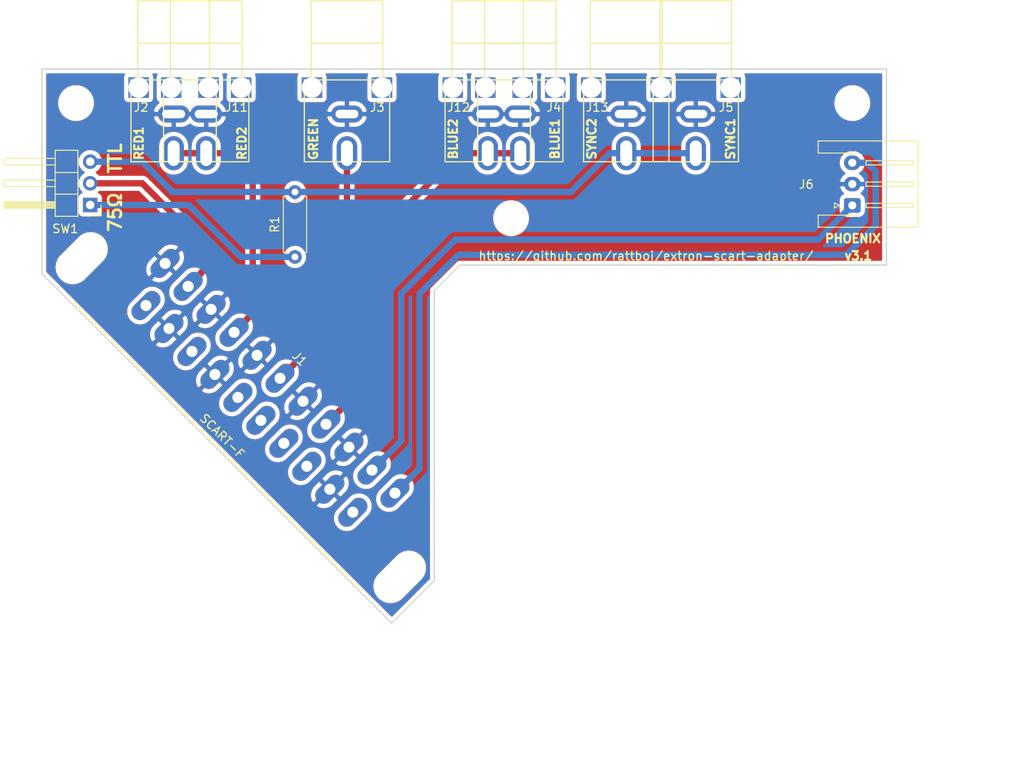
<source format=kicad_pcb>
(kicad_pcb (version 20190516) (host pcbnew "(5.1.0-1062-ge16bf40e6)")

  (general
    (thickness 1.6)
    (drawings 12)
    (tracks 52)
    (modules 14)
    (nets 10)
  )

  (page "A4")
  (layers
    (0 "F.Cu" signal)
    (31 "B.Cu" signal)
    (32 "B.Adhes" user)
    (33 "F.Adhes" user)
    (34 "B.Paste" user)
    (35 "F.Paste" user)
    (36 "B.SilkS" user)
    (37 "F.SilkS" user)
    (38 "B.Mask" user)
    (39 "F.Mask" user)
    (40 "Dwgs.User" user)
    (41 "Cmts.User" user)
    (42 "Eco1.User" user)
    (43 "Eco2.User" user)
    (44 "Edge.Cuts" user)
    (45 "Margin" user)
    (46 "B.CrtYd" user)
    (47 "F.CrtYd" user)
    (48 "B.Fab" user)
    (49 "F.Fab" user)
  )

  (setup
    (last_trace_width 0.254)
    (user_trace_width 0.5)
    (user_trace_width 0.75)
    (trace_clearance 0.2)
    (zone_clearance 0.508)
    (zone_45_only no)
    (trace_min 0.254)
    (via_size 0.762)
    (via_drill 0.701)
    (via_min_size 0.254)
    (via_min_drill 0.701)
    (uvia_size 0.762)
    (uvia_drill 0.701)
    (uvias_allowed no)
    (uvia_min_size 0.2)
    (uvia_min_drill 0.1)
    (max_error 0.005)
    (edge_width 0.15)
    (segment_width 0.2)
    (pcb_text_width 0.3)
    (pcb_text_size 1.5 1.5)
    (mod_edge_width 0.15)
    (mod_text_size 1 1)
    (mod_text_width 0.15)
    (pad_size 3.2 3.2)
    (pad_drill 3.2)
    (pad_to_mask_clearance 0.2)
    (solder_mask_min_width 0.25)
    (aux_axis_origin 0 0)
    (visible_elements 7FFFFFFF)
    (pcbplotparams
      (layerselection 0x010f0_ffffffff)
      (usegerberextensions true)
      (usegerberattributes false)
      (usegerberadvancedattributes false)
      (creategerberjobfile false)
      (excludeedgelayer true)
      (linewidth 0.100000)
      (plotframeref false)
      (viasonmask false)
      (mode 1)
      (useauxorigin false)
      (hpglpennumber 1)
      (hpglpenspeed 20)
      (hpglpendiameter 15.000000)
      (psnegative false)
      (psa4output false)
      (plotreference true)
      (plotvalue true)
      (plotinvisibletext false)
      (padsonsilk false)
      (subtractmaskfromsilk false)
      (outputformat 1)
      (mirror false)
      (drillshape 0)
      (scaleselection 1)
      (outputdirectory "Gerbers/"))
  )

  (net 0 "")
  (net 1 "GND")
  (net 2 "RED")
  (net 3 "SYNC")
  (net 4 "GREEN")
  (net 5 "BLUE")
  (net 6 "Net-(J1-Pad19)")
  (net 7 "Net-(J1-Pad1)")
  (net 8 "Net-(J1-Pad3)")
  (net 9 "Net-(R1-Pad1)")

  (net_class "Default" "This is the default net class."
    (clearance 0.2)
    (trace_width 0.254)
    (via_dia 0.762)
    (via_drill 0.701)
    (uvia_dia 0.762)
    (uvia_drill 0.701)
    (diff_pair_width 0.254)
    (diff_pair_gap 0.254)
    (add_net "BLUE")
    (add_net "GND")
    (add_net "GREEN")
    (add_net "Net-(J1-Pad1)")
    (add_net "Net-(J1-Pad19)")
    (add_net "Net-(J1-Pad3)")
    (add_net "Net-(R1-Pad1)")
    (add_net "RED")
    (add_net "SYNC")
  )

  (module "Connector_PinHeader_2.54mm:PinHeader_1x03_P2.54mm_Horizontal" (layer "F.Cu") (tedit 59FED5CB) (tstamp 5D2BFC96)
    (at 81.661 91.948 180)
    (descr "Through hole angled pin header, 1x03, 2.54mm pitch, 6mm pin length, single row")
    (tags "Through hole angled pin header THT 1x03 2.54mm single row")
    (path "/5C775EC8")
    (fp_text reference "SW1" (at 2.921 -2.794 180) (layer "F.SilkS")
      (effects (font (size 1 1) (thickness 0.15)))
    )
    (fp_text value "SW_SPDT" (at 4.385 7.35) (layer "F.Fab")
      (effects (font (size 1 1) (thickness 0.15)))
    )
    (fp_line (start 2.135 -1.27) (end 4.04 -1.27) (layer "F.Fab") (width 0.1))
    (fp_line (start 4.04 -1.27) (end 4.04 6.35) (layer "F.Fab") (width 0.1))
    (fp_line (start 4.04 6.35) (end 1.5 6.35) (layer "F.Fab") (width 0.1))
    (fp_line (start 1.5 6.35) (end 1.5 -0.635) (layer "F.Fab") (width 0.1))
    (fp_line (start 1.5 -0.635) (end 2.135 -1.27) (layer "F.Fab") (width 0.1))
    (fp_line (start -0.32 -0.32) (end 1.5 -0.32) (layer "F.Fab") (width 0.1))
    (fp_line (start -0.32 -0.32) (end -0.32 0.32) (layer "F.Fab") (width 0.1))
    (fp_line (start -0.32 0.32) (end 1.5 0.32) (layer "F.Fab") (width 0.1))
    (fp_line (start 4.04 -0.32) (end 10.04 -0.32) (layer "F.Fab") (width 0.1))
    (fp_line (start 10.04 -0.32) (end 10.04 0.32) (layer "F.Fab") (width 0.1))
    (fp_line (start 4.04 0.32) (end 10.04 0.32) (layer "F.Fab") (width 0.1))
    (fp_line (start -0.32 2.22) (end 1.5 2.22) (layer "F.Fab") (width 0.1))
    (fp_line (start -0.32 2.22) (end -0.32 2.86) (layer "F.Fab") (width 0.1))
    (fp_line (start -0.32 2.86) (end 1.5 2.86) (layer "F.Fab") (width 0.1))
    (fp_line (start 4.04 2.22) (end 10.04 2.22) (layer "F.Fab") (width 0.1))
    (fp_line (start 10.04 2.22) (end 10.04 2.86) (layer "F.Fab") (width 0.1))
    (fp_line (start 4.04 2.86) (end 10.04 2.86) (layer "F.Fab") (width 0.1))
    (fp_line (start -0.32 4.76) (end 1.5 4.76) (layer "F.Fab") (width 0.1))
    (fp_line (start -0.32 4.76) (end -0.32 5.4) (layer "F.Fab") (width 0.1))
    (fp_line (start -0.32 5.4) (end 1.5 5.4) (layer "F.Fab") (width 0.1))
    (fp_line (start 4.04 4.76) (end 10.04 4.76) (layer "F.Fab") (width 0.1))
    (fp_line (start 10.04 4.76) (end 10.04 5.4) (layer "F.Fab") (width 0.1))
    (fp_line (start 4.04 5.4) (end 10.04 5.4) (layer "F.Fab") (width 0.1))
    (fp_line (start 1.44 -1.33) (end 1.44 6.41) (layer "F.SilkS") (width 0.12))
    (fp_line (start 1.44 6.41) (end 4.1 6.41) (layer "F.SilkS") (width 0.12))
    (fp_line (start 4.1 6.41) (end 4.1 -1.33) (layer "F.SilkS") (width 0.12))
    (fp_line (start 4.1 -1.33) (end 1.44 -1.33) (layer "F.SilkS") (width 0.12))
    (fp_line (start 4.1 -0.38) (end 10.1 -0.38) (layer "F.SilkS") (width 0.12))
    (fp_line (start 10.1 -0.38) (end 10.1 0.38) (layer "F.SilkS") (width 0.12))
    (fp_line (start 10.1 0.38) (end 4.1 0.38) (layer "F.SilkS") (width 0.12))
    (fp_line (start 4.1 -0.32) (end 10.1 -0.32) (layer "F.SilkS") (width 0.12))
    (fp_line (start 4.1 -0.2) (end 10.1 -0.2) (layer "F.SilkS") (width 0.12))
    (fp_line (start 4.1 -0.08) (end 10.1 -0.08) (layer "F.SilkS") (width 0.12))
    (fp_line (start 4.1 0.04) (end 10.1 0.04) (layer "F.SilkS") (width 0.12))
    (fp_line (start 4.1 0.16) (end 10.1 0.16) (layer "F.SilkS") (width 0.12))
    (fp_line (start 4.1 0.28) (end 10.1 0.28) (layer "F.SilkS") (width 0.12))
    (fp_line (start 1.11 -0.38) (end 1.44 -0.38) (layer "F.SilkS") (width 0.12))
    (fp_line (start 1.11 0.38) (end 1.44 0.38) (layer "F.SilkS") (width 0.12))
    (fp_line (start 1.44 1.27) (end 4.1 1.27) (layer "F.SilkS") (width 0.12))
    (fp_line (start 4.1 2.16) (end 10.1 2.16) (layer "F.SilkS") (width 0.12))
    (fp_line (start 10.1 2.16) (end 10.1 2.92) (layer "F.SilkS") (width 0.12))
    (fp_line (start 10.1 2.92) (end 4.1 2.92) (layer "F.SilkS") (width 0.12))
    (fp_line (start 1.042929 2.16) (end 1.44 2.16) (layer "F.SilkS") (width 0.12))
    (fp_line (start 1.042929 2.92) (end 1.44 2.92) (layer "F.SilkS") (width 0.12))
    (fp_line (start 1.44 3.81) (end 4.1 3.81) (layer "F.SilkS") (width 0.12))
    (fp_line (start 4.1 4.7) (end 10.1 4.7) (layer "F.SilkS") (width 0.12))
    (fp_line (start 10.1 4.7) (end 10.1 5.46) (layer "F.SilkS") (width 0.12))
    (fp_line (start 10.1 5.46) (end 4.1 5.46) (layer "F.SilkS") (width 0.12))
    (fp_line (start 1.042929 4.7) (end 1.44 4.7) (layer "F.SilkS") (width 0.12))
    (fp_line (start 1.042929 5.46) (end 1.44 5.46) (layer "F.SilkS") (width 0.12))
    (fp_line (start -1.27 0) (end -1.27 -1.27) (layer "F.SilkS") (width 0.12))
    (fp_line (start -1.27 -1.27) (end 0 -1.27) (layer "F.SilkS") (width 0.12))
    (fp_line (start -1.8 -1.8) (end -1.8 6.85) (layer "F.CrtYd") (width 0.05))
    (fp_line (start -1.8 6.85) (end 10.55 6.85) (layer "F.CrtYd") (width 0.05))
    (fp_line (start 10.55 6.85) (end 10.55 -1.8) (layer "F.CrtYd") (width 0.05))
    (fp_line (start 10.55 -1.8) (end -1.8 -1.8) (layer "F.CrtYd") (width 0.05))
    (fp_text user "%R" (at 2.77 2.54 90) (layer "F.Fab")
      (effects (font (size 1 1) (thickness 0.15)))
    )
    (pad "3" thru_hole oval (at 0 5.08 180) (size 1.7 1.7) (drill 1) (layers *.Cu *.Mask)
      (net 3 "SYNC"))
    (pad "2" thru_hole oval (at 0 2.54 180) (size 1.7 1.7) (drill 1) (layers *.Cu *.Mask)
      (net 6 "Net-(J1-Pad19)"))
    (pad "1" thru_hole rect (at 0 0 180) (size 1.7 1.7) (drill 1) (layers *.Cu *.Mask)
      (net 9 "Net-(R1-Pad1)"))
    (model "${KISYS3DMOD}/Connector_PinHeader_2.54mm.3dshapes/PinHeader_1x03_P2.54mm_Horizontal.wrl"
      (at (xyz 0 0 0))
      (scale (xyz 1 1 1))
      (rotate (xyz 0 0 0))
    )
  )

  (module "Resistor_THT:R_Axial_DIN0207_L6.3mm_D2.5mm_P7.62mm_Horizontal" (layer "F.Cu") (tedit 5AE5139B) (tstamp 5D2C012B)
    (at 105.664 98.044 90)
    (descr "Resistor, Axial_DIN0207 series, Axial, Horizontal, pin pitch=7.62mm, 0.25W = 1/4W, length*diameter=6.3*2.5mm^2, http://cdn-reichelt.de/documents/datenblatt/B400/1_4W%23YAG.pdf")
    (tags "Resistor Axial_DIN0207 series Axial Horizontal pin pitch 7.62mm 0.25W = 1/4W length 6.3mm diameter 2.5mm")
    (path "/5C7761A7")
    (fp_text reference "R1" (at 3.81 -2.37 90) (layer "F.SilkS")
      (effects (font (size 1 1) (thickness 0.15)))
    )
    (fp_text value "470" (at 3.81 2.37 90) (layer "F.Fab")
      (effects (font (size 1 1) (thickness 0.15)))
    )
    (fp_text user "%R" (at 3.81 0 90) (layer "F.Fab")
      (effects (font (size 1 1) (thickness 0.15)))
    )
    (fp_line (start 8.67 -1.5) (end -1.05 -1.5) (layer "F.CrtYd") (width 0.05))
    (fp_line (start 8.67 1.5) (end 8.67 -1.5) (layer "F.CrtYd") (width 0.05))
    (fp_line (start -1.05 1.5) (end 8.67 1.5) (layer "F.CrtYd") (width 0.05))
    (fp_line (start -1.05 -1.5) (end -1.05 1.5) (layer "F.CrtYd") (width 0.05))
    (fp_line (start 7.08 1.37) (end 7.08 1.04) (layer "F.SilkS") (width 0.12))
    (fp_line (start 0.54 1.37) (end 7.08 1.37) (layer "F.SilkS") (width 0.12))
    (fp_line (start 0.54 1.04) (end 0.54 1.37) (layer "F.SilkS") (width 0.12))
    (fp_line (start 7.08 -1.37) (end 7.08 -1.04) (layer "F.SilkS") (width 0.12))
    (fp_line (start 0.54 -1.37) (end 7.08 -1.37) (layer "F.SilkS") (width 0.12))
    (fp_line (start 0.54 -1.04) (end 0.54 -1.37) (layer "F.SilkS") (width 0.12))
    (fp_line (start 7.62 0) (end 6.96 0) (layer "F.Fab") (width 0.1))
    (fp_line (start 0 0) (end 0.66 0) (layer "F.Fab") (width 0.1))
    (fp_line (start 6.96 -1.25) (end 0.66 -1.25) (layer "F.Fab") (width 0.1))
    (fp_line (start 6.96 1.25) (end 6.96 -1.25) (layer "F.Fab") (width 0.1))
    (fp_line (start 0.66 1.25) (end 6.96 1.25) (layer "F.Fab") (width 0.1))
    (fp_line (start 0.66 -1.25) (end 0.66 1.25) (layer "F.Fab") (width 0.1))
    (pad "2" thru_hole oval (at 7.62 0 90) (size 1.6 1.6) (drill 0.8) (layers *.Cu *.Mask)
      (net 3 "SYNC"))
    (pad "1" thru_hole circle (at 0 0 90) (size 1.6 1.6) (drill 0.8) (layers *.Cu *.Mask)
      (net 9 "Net-(R1-Pad1)"))
    (model "${KISYS3DMOD}/Resistor_THT.3dshapes/R_Axial_DIN0207_L6.3mm_D2.5mm_P7.62mm_Horizontal.wrl"
      (at (xyz 0 0 0))
      (scale (xyz 1 1 1))
      (rotate (xyz 0 0 0))
    )
  )

  (module "extron-output:rca_combined" (layer "F.Cu") (tedit 5CF20031) (tstamp 5D124B97)
    (at 144.5 81.28 180)
    (path "/5D2BE641")
    (fp_text reference "J13" (at 3.403 0.78) (layer "F.SilkS")
      (effects (font (size 1 1) (thickness 0.15)))
    )
    (fp_text value "SYNC2" (at 4.038 -2.921 90) (layer "F.SilkS")
      (effects (font (size 1 1) (thickness 0.25)))
    )
    (fp_line (start 4.2 13.3) (end 4.2 4) (layer "F.SilkS") (width 0.15))
    (fp_line (start -4.2 13.3) (end 4.2 13.3) (layer "F.SilkS") (width 0.15))
    (fp_line (start -4.2 4) (end -4.2 13.3) (layer "F.SilkS") (width 0.15))
    (fp_line (start -5 -5.6) (end -5 4) (layer "F.SilkS") (width 0.15))
    (fp_line (start 5 -5.6) (end -5 -5.6) (layer "F.SilkS") (width 0.15))
    (fp_line (start 5 4) (end 5 -5.6) (layer "F.SilkS") (width 0.15))
    (fp_line (start -5 4) (end 5 4) (layer "F.SilkS") (width 0.15))
    (fp_line (start 4.1 8.3) (end -4.2 8.3) (layer "F.SilkS") (width 0.15))
    (pad "" np_thru_hole rect (at 4.1 3.1 180) (size 2.4 2.4) (drill 2.4) (layers *.Cu *.Mask))
    (pad "" np_thru_hole rect (at -4.1 3.1 180) (size 2.4 2.4) (drill 2.4) (layers *.Cu *.Mask))
    (pad "2" thru_hole oval (at 0 -4.6 180) (size 2.4 4) (drill oval 1.4 3) (layers *.Cu *.Mask)
      (net 3 "SYNC"))
    (pad "1" thru_hole oval (at 0 0 180) (size 3.7 2) (drill oval 2.7 1) (layers *.Cu *.Mask)
      (net 1 "GND"))
  )

  (module "extron-output:rca_combined" (layer "F.Cu") (tedit 5CF20031) (tstamp 5CF25C2E)
    (at 128.26 81.28 180)
    (path "/5D2BE1D2")
    (fp_text reference "J12" (at 3.419 0.78) (layer "F.SilkS")
      (effects (font (size 1 1) (thickness 0.15)))
    )
    (fp_text value "BLUE2" (at 4.054 -2.921 90) (layer "F.SilkS")
      (effects (font (size 1 1) (thickness 0.25)))
    )
    (fp_line (start 4.2 13.3) (end 4.2 4) (layer "F.SilkS") (width 0.15))
    (fp_line (start -4.2 13.3) (end 4.2 13.3) (layer "F.SilkS") (width 0.15))
    (fp_line (start -4.2 4) (end -4.2 13.3) (layer "F.SilkS") (width 0.15))
    (fp_line (start -5 -5.6) (end -5 4) (layer "F.SilkS") (width 0.15))
    (fp_line (start 5 -5.6) (end -5 -5.6) (layer "F.SilkS") (width 0.15))
    (fp_line (start 5 4) (end 5 -5.6) (layer "F.SilkS") (width 0.15))
    (fp_line (start -5 4) (end 5 4) (layer "F.SilkS") (width 0.15))
    (fp_line (start 4.1 8.3) (end -4.2 8.3) (layer "F.SilkS") (width 0.15))
    (pad "" np_thru_hole rect (at 4.1 3.1 180) (size 2.4 2.4) (drill 2.4) (layers *.Cu *.Mask))
    (pad "" np_thru_hole rect (at -4.1 3.1 180) (size 2.4 2.4) (drill 2.4) (layers *.Cu *.Mask))
    (pad "2" thru_hole oval (at 0 -4.6 180) (size 2.4 4) (drill oval 1.4 3) (layers *.Cu *.Mask)
      (net 5 "BLUE"))
    (pad "1" thru_hole oval (at 0 0 180) (size 3.7 2) (drill oval 2.7 1) (layers *.Cu *.Mask)
      (net 1 "GND"))
  )

  (module "extron-output:rca_combined" (layer "F.Cu") (tedit 5CF20031) (tstamp 5CF25C1E)
    (at 95.26 81.28 180)
    (path "/5D2BDC62")
    (fp_text reference "J11" (at -3.546 0.78) (layer "F.SilkS")
      (effects (font (size 1 1) (thickness 0.15)))
    )
    (fp_text value "RED2" (at -4.181 -3.429 90) (layer "F.SilkS")
      (effects (font (size 1 1) (thickness 0.25)))
    )
    (fp_line (start 4.2 13.3) (end 4.2 4) (layer "F.SilkS") (width 0.15))
    (fp_line (start -4.2 13.3) (end 4.2 13.3) (layer "F.SilkS") (width 0.15))
    (fp_line (start -4.2 4) (end -4.2 13.3) (layer "F.SilkS") (width 0.15))
    (fp_line (start -5 -5.6) (end -5 4) (layer "F.SilkS") (width 0.15))
    (fp_line (start 5 -5.6) (end -5 -5.6) (layer "F.SilkS") (width 0.15))
    (fp_line (start 5 4) (end 5 -5.6) (layer "F.SilkS") (width 0.15))
    (fp_line (start -5 4) (end 5 4) (layer "F.SilkS") (width 0.15))
    (fp_line (start 4.1 8.3) (end -4.2 8.3) (layer "F.SilkS") (width 0.15))
    (pad "" np_thru_hole rect (at 4.1 3.1 180) (size 2.4 2.4) (drill 2.4) (layers *.Cu *.Mask))
    (pad "" np_thru_hole rect (at -4.1 3.1 180) (size 2.4 2.4) (drill 2.4) (layers *.Cu *.Mask))
    (pad "2" thru_hole oval (at 0 -4.6 180) (size 2.4 4) (drill oval 1.4 3) (layers *.Cu *.Mask)
      (net 2 "RED"))
    (pad "1" thru_hole oval (at 0 0 180) (size 3.7 2) (drill oval 2.7 1) (layers *.Cu *.Mask)
      (net 1 "GND"))
  )

  (module "extron-output:rca_combined" (layer "F.Cu") (tedit 5CF20031) (tstamp 5D124A53)
    (at 152.65 81.28 180)
    (path "/5C651E83")
    (fp_text reference "J5" (at -3.56 0.78) (layer "F.SilkS")
      (effects (font (size 1 1) (thickness 0.15)))
    )
    (fp_text value "SYNC1" (at -4.068 -2.921 90) (layer "F.SilkS")
      (effects (font (size 1 1) (thickness 0.25)))
    )
    (fp_line (start 4.2 13.3) (end 4.2 4) (layer "F.SilkS") (width 0.15))
    (fp_line (start -4.2 13.3) (end 4.2 13.3) (layer "F.SilkS") (width 0.15))
    (fp_line (start -4.2 4) (end -4.2 13.3) (layer "F.SilkS") (width 0.15))
    (fp_line (start -5 -5.6) (end -5 4) (layer "F.SilkS") (width 0.15))
    (fp_line (start 5 -5.6) (end -5 -5.6) (layer "F.SilkS") (width 0.15))
    (fp_line (start 5 4) (end 5 -5.6) (layer "F.SilkS") (width 0.15))
    (fp_line (start -5 4) (end 5 4) (layer "F.SilkS") (width 0.15))
    (fp_line (start 4.1 8.3) (end -4.2 8.3) (layer "F.SilkS") (width 0.15))
    (pad "" np_thru_hole rect (at 4.1 3.1 180) (size 2.4 2.4) (drill 2.4) (layers *.Cu *.Mask))
    (pad "" np_thru_hole rect (at -4.1 3.1 180) (size 2.4 2.4) (drill 2.4) (layers *.Cu *.Mask))
    (pad "2" thru_hole oval (at 0 -4.6 180) (size 2.4 4) (drill oval 1.4 3) (layers *.Cu *.Mask)
      (net 3 "SYNC"))
    (pad "1" thru_hole oval (at 0 0 180) (size 3.7 2) (drill oval 2.7 1) (layers *.Cu *.Mask)
      (net 1 "GND"))
    (model "${KIPRJMOD}/../3d_models/rca_black.wrl"
      (at (xyz 0 0 0))
      (scale (xyz 1 1 1))
      (rotate (xyz 0 0 0))
    )
  )

  (module "extron-output:rca_combined" (layer "F.Cu") (tedit 5CF20031) (tstamp 5CF9AE87)
    (at 132.08 81.28 180)
    (path "/5C651DB2")
    (fp_text reference "J4" (at -3.937 0.78) (layer "F.SilkS")
      (effects (font (size 1 1) (thickness 0.15)))
    )
    (fp_text value "BLUE1" (at -4.064 -2.921 90) (layer "F.SilkS")
      (effects (font (size 1 1) (thickness 0.25)))
    )
    (fp_line (start 4.2 13.3) (end 4.2 4) (layer "F.SilkS") (width 0.15))
    (fp_line (start -4.2 13.3) (end 4.2 13.3) (layer "F.SilkS") (width 0.15))
    (fp_line (start -4.2 4) (end -4.2 13.3) (layer "F.SilkS") (width 0.15))
    (fp_line (start -5 -5.6) (end -5 4) (layer "F.SilkS") (width 0.15))
    (fp_line (start 5 -5.6) (end -5 -5.6) (layer "F.SilkS") (width 0.15))
    (fp_line (start 5 4) (end 5 -5.6) (layer "F.SilkS") (width 0.15))
    (fp_line (start -5 4) (end 5 4) (layer "F.SilkS") (width 0.15))
    (fp_line (start 4.1 8.3) (end -4.2 8.3) (layer "F.SilkS") (width 0.15))
    (pad "" np_thru_hole rect (at 4.1 3.1 180) (size 2.4 2.4) (drill 2.4) (layers *.Cu *.Mask))
    (pad "" np_thru_hole rect (at -4.1 3.1 180) (size 2.4 2.4) (drill 2.4) (layers *.Cu *.Mask))
    (pad "2" thru_hole oval (at 0 -4.6 180) (size 2.4 4) (drill oval 1.4 3) (layers *.Cu *.Mask)
      (net 5 "BLUE"))
    (pad "1" thru_hole oval (at 0 0 180) (size 3.7 2) (drill oval 2.7 1) (layers *.Cu *.Mask)
      (net 1 "GND"))
    (model "${KIPRJMOD}/../3d_models/rca_black.wrl"
      (at (xyz 0 0 0))
      (scale (xyz 1 1 1))
      (rotate (xyz 0 0 0))
    )
  )

  (module "extron-output:rca_combined" (layer "F.Cu") (tedit 5CF20031) (tstamp 5C9D69E3)
    (at 111.76 81.28 180)
    (path "/5C651D00")
    (fp_text reference "J3" (at -3.556 0.78) (layer "F.SilkS")
      (effects (font (size 1 1) (thickness 0.15)))
    )
    (fp_text value "GREEN" (at 3.937 -2.921 90) (layer "F.SilkS")
      (effects (font (size 1 1) (thickness 0.25)))
    )
    (fp_line (start 4.2 13.3) (end 4.2 4) (layer "F.SilkS") (width 0.15))
    (fp_line (start -4.2 13.3) (end 4.2 13.3) (layer "F.SilkS") (width 0.15))
    (fp_line (start -4.2 4) (end -4.2 13.3) (layer "F.SilkS") (width 0.15))
    (fp_line (start -5 -5.6) (end -5 4) (layer "F.SilkS") (width 0.15))
    (fp_line (start 5 -5.6) (end -5 -5.6) (layer "F.SilkS") (width 0.15))
    (fp_line (start 5 4) (end 5 -5.6) (layer "F.SilkS") (width 0.15))
    (fp_line (start -5 4) (end 5 4) (layer "F.SilkS") (width 0.15))
    (fp_line (start 4.1 8.3) (end -4.2 8.3) (layer "F.SilkS") (width 0.15))
    (pad "" np_thru_hole rect (at 4.1 3.1 180) (size 2.4 2.4) (drill 2.4) (layers *.Cu *.Mask))
    (pad "" np_thru_hole rect (at -4.1 3.1 180) (size 2.4 2.4) (drill 2.4) (layers *.Cu *.Mask))
    (pad "2" thru_hole oval (at 0 -4.6 180) (size 2.4 4) (drill oval 1.4 3) (layers *.Cu *.Mask)
      (net 4 "GREEN"))
    (pad "1" thru_hole oval (at 0 0 180) (size 3.7 2) (drill oval 2.7 1) (layers *.Cu *.Mask)
      (net 1 "GND"))
    (model "${KIPRJMOD}/../3d_models/rca_black.wrl"
      (at (xyz 0 0 0))
      (scale (xyz 1 1 1))
      (rotate (xyz 0 0 0))
    )
  )

  (module "extron-output:rca_combined" (layer "F.Cu") (tedit 5CF20031) (tstamp 5D2C1E32)
    (at 91.44 81.28 180)
    (path "/5C651C5B")
    (fp_text reference "J2" (at 3.81 0.78) (layer "F.SilkS")
      (effects (font (size 1 1) (thickness 0.15)))
    )
    (fp_text value "RED1" (at 4.064 -3.429 90) (layer "F.SilkS")
      (effects (font (size 1 1) (thickness 0.25)))
    )
    (fp_line (start 4.2 13.3) (end 4.2 4) (layer "F.SilkS") (width 0.15))
    (fp_line (start -4.2 13.3) (end 4.2 13.3) (layer "F.SilkS") (width 0.15))
    (fp_line (start -4.2 4) (end -4.2 13.3) (layer "F.SilkS") (width 0.15))
    (fp_line (start -5 -5.6) (end -5 4) (layer "F.SilkS") (width 0.15))
    (fp_line (start 5 -5.6) (end -5 -5.6) (layer "F.SilkS") (width 0.15))
    (fp_line (start 5 4) (end 5 -5.6) (layer "F.SilkS") (width 0.15))
    (fp_line (start -5 4) (end 5 4) (layer "F.SilkS") (width 0.15))
    (fp_line (start 4.1 8.3) (end -4.2 8.3) (layer "F.SilkS") (width 0.15))
    (pad "" np_thru_hole rect (at 4.1 3.1 180) (size 2.4 2.4) (drill 2.4) (layers *.Cu *.Mask))
    (pad "" np_thru_hole rect (at -4.1 3.1 180) (size 2.4 2.4) (drill 2.4) (layers *.Cu *.Mask))
    (pad "2" thru_hole oval (at 0 -4.6 180) (size 2.4 4) (drill oval 1.4 3) (layers *.Cu *.Mask)
      (net 2 "RED"))
    (pad "1" thru_hole oval (at 0 0 180) (size 3.7 2) (drill oval 2.7 1) (layers *.Cu *.Mask)
      (net 1 "GND"))
    (model "${KIPRJMOD}/../3d_models/rca_black.wrl"
      (at (xyz 0 0 0))
      (scale (xyz 1 1 1))
      (rotate (xyz 0 0 0))
    )
  )

  (module "extron-output:SCART_F_RA" (layer "F.Cu") (tedit 5C9D3573) (tstamp 5CF96D2C)
    (at 100.322454 115.867254 135)
    (path "/5C652397")
    (fp_text reference "J1" (at 0 8.3185 135) (layer "F.SilkS")
      (effects (font (size 1 1) (thickness 0.15)))
    )
    (fp_text value "SCART-F" (at 0 -4.5085 135) (layer "F.SilkS")
      (effects (font (size 1 1) (thickness 0.15)))
    )
    (fp_line (start -23.7 -5.7) (end 23.7 -5.7) (layer "F.SilkS") (width 0.15))
    (pad "" np_thru_hole oval (at -26.4 -1.5 135) (size 3 6) (drill oval 3 6) (layers *.Cu *.Mask))
    (pad "" np_thru_hole circle (at 26.4 0.05 135) (size 3 3) (drill 3) (layers *.Cu *.Mask))
    (pad "" np_thru_hole circle (at -26.4 0.05 135) (size 3 3) (drill 3) (layers *.Cu *.Mask))
    (pad "" np_thru_hole circle (at -26.4 -3 135) (size 3 3) (drill 3) (layers *.Cu *.Mask))
    (pad "10" thru_hole oval (at -1.905 0 135) (size 2 4) (drill 1.3) (layers *.Cu *.Mask))
    (pad "12" thru_hole oval (at 1.905 0 135) (size 2 4) (drill 1.3) (layers *.Cu *.Mask))
    (pad "14" thru_hole oval (at 5.715 0 135) (size 2 4) (drill 1.3) (layers *.Cu *.Mask)
      (net 1 "GND"))
    (pad "11" thru_hole oval (at 0 5.08 135) (size 2 4) (drill 1.3) (layers *.Cu *.Mask)
      (net 4 "GREEN"))
    (pad "13" thru_hole oval (at 3.81 5.08 135) (size 2 4) (drill 1.3) (layers *.Cu *.Mask)
      (net 1 "GND"))
    (pad "15" thru_hole oval (at 7.62 5.08 135) (size 2 4) (drill 1.3) (layers *.Cu *.Mask)
      (net 2 "RED"))
    (pad "16" thru_hole oval (at 9.525 0 135) (size 2 4) (drill 1.3) (layers *.Cu *.Mask))
    (pad "17" thru_hole oval (at 11.43 5.08 135) (size 2 4) (drill 1.3) (layers *.Cu *.Mask)
      (net 1 "GND"))
    (pad "18" thru_hole oval (at 13.335 0 135) (size 2 4) (drill 1.3) (layers *.Cu *.Mask)
      (net 1 "GND"))
    (pad "19" thru_hole oval (at 15.24 5.08 135) (size 2 4) (drill 1.3) (layers *.Cu *.Mask)
      (net 6 "Net-(J1-Pad19)"))
    (pad "20" thru_hole oval (at 17.145 0 135) (size 2 4) (drill 1.3) (layers *.Cu *.Mask))
    (pad "21" thru_hole oval (at 19.05 5.08 135) (size 2 4) (drill 1.3) (layers *.Cu *.Mask)
      (net 1 "GND"))
    (pad "1" thru_hole oval (at -19.05 5.08 135) (size 2 4) (drill 1.3) (layers *.Cu *.Mask)
      (net 7 "Net-(J1-Pad1)"))
    (pad "2" thru_hole oval (at -17.145 0 135) (size 2 4) (drill 1.3) (layers *.Cu *.Mask))
    (pad "3" thru_hole oval (at -15.24 5.08 135) (size 2 4) (drill 1.3) (layers *.Cu *.Mask)
      (net 8 "Net-(J1-Pad3)"))
    (pad "4" thru_hole oval (at -13.335 0 135) (size 2 4) (drill 1.3) (layers *.Cu *.Mask)
      (net 1 "GND"))
    (pad "5" thru_hole oval (at -11.43 5.08 135) (size 2 4) (drill 1.3) (layers *.Cu *.Mask)
      (net 1 "GND"))
    (pad "6" thru_hole oval (at -9.525 0 135) (size 2 4) (drill 1.3) (layers *.Cu *.Mask))
    (pad "7" thru_hole oval (at -7.62 5.08 135) (size 2 4) (drill 1.3) (layers *.Cu *.Mask)
      (net 5 "BLUE"))
    (pad "8" thru_hole oval (at -5.715 0 135) (size 2 4) (drill 1.3) (layers *.Cu *.Mask))
    (pad "9" thru_hole oval (at -3.81 5.08 135) (size 2 4) (drill 1.3) (layers *.Cu *.Mask)
      (net 1 "GND"))
    (pad "" np_thru_hole circle (at 26.4 -2.9 135) (size 3 3) (drill 3) (layers *.Cu *.Mask))
    (pad "" np_thru_hole oval (at 26.4 -1.4 135) (size 3 6) (drill oval 3 6) (layers *.Cu *.Mask))
    (model "${KIPRJMOD}/../3d_models/scart.wrl"
      (offset (xyz 0 2.2 0))
      (scale (xyz 1 1 1))
      (rotate (xyz 0 0 180))
    )
  )

  (module "Connector_JST:JST_XH_S3B-XH-A-1_1x03_P2.50mm_Horizontal" (layer "F.Cu") (tedit 5C281476) (tstamp 5D1247B2)
    (at 171 92 90)
    (descr "JST XH series connector, S3B-XH-A-1 (http://www.jst-mfg.com/product/pdf/eng/eXH.pdf), generated with kicad-footprint-generator")
    (tags "connector JST XH horizontal")
    (path "/5C652866")
    (fp_text reference "J6" (at 2.465 -5.392 180) (layer "F.SilkS")
      (effects (font (size 1 1) (thickness 0.15)))
    )
    (fp_text value "PHOENIX" (at 2.5 8.8 90) (layer "F.Fab")
      (effects (font (size 1 1) (thickness 0.15)))
    )
    (fp_line (start -2.95 -4.4) (end -2.95 8.1) (layer "F.CrtYd") (width 0.05))
    (fp_line (start -2.95 8.1) (end 7.95 8.1) (layer "F.CrtYd") (width 0.05))
    (fp_line (start 7.95 8.1) (end 7.95 -4.4) (layer "F.CrtYd") (width 0.05))
    (fp_line (start 7.95 -4.4) (end -2.95 -4.4) (layer "F.CrtYd") (width 0.05))
    (fp_line (start 2.5 7.71) (end -2.56 7.71) (layer "F.SilkS") (width 0.12))
    (fp_line (start -2.56 7.71) (end -2.56 -4.01) (layer "F.SilkS") (width 0.12))
    (fp_line (start -2.56 -4.01) (end -1.14 -4.01) (layer "F.SilkS") (width 0.12))
    (fp_line (start -1.14 -4.01) (end -1.14 0.49) (layer "F.SilkS") (width 0.12))
    (fp_line (start 2.5 7.71) (end 7.56 7.71) (layer "F.SilkS") (width 0.12))
    (fp_line (start 7.56 7.71) (end 7.56 -4.01) (layer "F.SilkS") (width 0.12))
    (fp_line (start 7.56 -4.01) (end 6.14 -4.01) (layer "F.SilkS") (width 0.12))
    (fp_line (start 6.14 -4.01) (end 6.14 0.49) (layer "F.SilkS") (width 0.12))
    (fp_line (start 2.5 7.6) (end -2.45 7.6) (layer "F.Fab") (width 0.1))
    (fp_line (start -2.45 7.6) (end -2.45 -3.9) (layer "F.Fab") (width 0.1))
    (fp_line (start -2.45 -3.9) (end -1.25 -3.9) (layer "F.Fab") (width 0.1))
    (fp_line (start -1.25 -3.9) (end -1.25 0.6) (layer "F.Fab") (width 0.1))
    (fp_line (start -1.25 0.6) (end 2.5 0.6) (layer "F.Fab") (width 0.1))
    (fp_line (start 2.5 7.6) (end 7.45 7.6) (layer "F.Fab") (width 0.1))
    (fp_line (start 7.45 7.6) (end 7.45 -3.9) (layer "F.Fab") (width 0.1))
    (fp_line (start 7.45 -3.9) (end 6.25 -3.9) (layer "F.Fab") (width 0.1))
    (fp_line (start 6.25 -3.9) (end 6.25 0.6) (layer "F.Fab") (width 0.1))
    (fp_line (start 6.25 0.6) (end 2.5 0.6) (layer "F.Fab") (width 0.1))
    (fp_line (start -0.25 1.6) (end -0.25 7.1) (layer "F.SilkS") (width 0.12))
    (fp_line (start -0.25 7.1) (end 0.25 7.1) (layer "F.SilkS") (width 0.12))
    (fp_line (start 0.25 7.1) (end 0.25 1.6) (layer "F.SilkS") (width 0.12))
    (fp_line (start 0.25 1.6) (end -0.25 1.6) (layer "F.SilkS") (width 0.12))
    (fp_line (start 2.25 1.6) (end 2.25 7.1) (layer "F.SilkS") (width 0.12))
    (fp_line (start 2.25 7.1) (end 2.75 7.1) (layer "F.SilkS") (width 0.12))
    (fp_line (start 2.75 7.1) (end 2.75 1.6) (layer "F.SilkS") (width 0.12))
    (fp_line (start 2.75 1.6) (end 2.25 1.6) (layer "F.SilkS") (width 0.12))
    (fp_line (start 4.75 1.6) (end 4.75 7.1) (layer "F.SilkS") (width 0.12))
    (fp_line (start 4.75 7.1) (end 5.25 7.1) (layer "F.SilkS") (width 0.12))
    (fp_line (start 5.25 7.1) (end 5.25 1.6) (layer "F.SilkS") (width 0.12))
    (fp_line (start 5.25 1.6) (end 4.75 1.6) (layer "F.SilkS") (width 0.12))
    (fp_line (start 0 -1.5) (end -0.3 -2.1) (layer "F.SilkS") (width 0.12))
    (fp_line (start -0.3 -2.1) (end 0.3 -2.1) (layer "F.SilkS") (width 0.12))
    (fp_line (start 0.3 -2.1) (end 0 -1.5) (layer "F.SilkS") (width 0.12))
    (fp_line (start -0.625 0.6) (end 0 -0.4) (layer "F.Fab") (width 0.1))
    (fp_line (start 0 -0.4) (end 0.625 0.6) (layer "F.Fab") (width 0.1))
    (fp_text user "%R" (at 2.5 1.85 90) (layer "F.Fab")
      (effects (font (size 1 1) (thickness 0.15)))
    )
    (pad "3" thru_hole oval (at 5 0 90) (size 1.7 1.95) (drill 0.95) (layers *.Cu *.Mask)
      (net 7 "Net-(J1-Pad1)"))
    (pad "2" thru_hole oval (at 2.5 0 90) (size 1.7 1.95) (drill 0.95) (layers *.Cu *.Mask)
      (net 1 "GND"))
    (pad "1" thru_hole roundrect (at 0 0 90) (size 1.7 1.95) (drill 0.95) (layers *.Cu *.Mask) (roundrect_rratio 0.147059)
      (net 8 "Net-(J1-Pad3)"))
    (model "${KISYS3DMOD}/Connector_JST.3dshapes/JST_XH_S3B-XH-A-1_1x03_P2.50mm_Horizontal.wrl"
      (at (xyz 0 0 0))
      (scale (xyz 1 1 1))
      (rotate (xyz 0 0 0))
    )
  )

  (module "MountingHole:MountingHole_3.2mm_M3" (layer "F.Cu") (tedit 5C7803AF) (tstamp 5CF98483)
    (at 171 80)
    (descr "Mounting Hole 3.2mm, no annular, M3")
    (tags "mounting hole 3.2mm no annular m3")
    (path "/5C7605B3")
    (attr virtual)
    (fp_text reference "J8" (at 0 -4.2) (layer "F.SilkS") hide
      (effects (font (size 1 1) (thickness 0.15)))
    )
    (fp_text value "Conn_01x01" (at 0.4904 -5.07) (layer "F.Fab") hide
      (effects (font (size 1 1) (thickness 0.15)))
    )
    (fp_circle (center 0 0) (end 3.45 0) (layer "F.CrtYd") (width 0.05))
    (fp_circle (center 0 0) (end 3.2 0) (layer "Cmts.User") (width 0.15))
    (fp_text user "%R" (at 0.3 0) (layer "F.Fab")
      (effects (font (size 1 1) (thickness 0.15)))
    )
    (pad "1" np_thru_hole circle (at 0 0) (size 3.2 3.2) (drill 3.2) (layers *.Cu *.Mask))
  )

  (module "MountingHole:MountingHole_3.2mm_M3" (layer "F.Cu") (tedit 56D1B4CB) (tstamp 5CFA931F)
    (at 131 93.5)
    (descr "Mounting Hole 3.2mm, no annular, M3")
    (tags "mounting hole 3.2mm no annular m3")
    (path "/5C76074F")
    (attr virtual)
    (fp_text reference "J9" (at 0 -4.2) (layer "F.SilkS") hide
      (effects (font (size 1 1) (thickness 0.15)))
    )
    (fp_text value "Conn_01x01" (at 0 4.2) (layer "F.Fab")
      (effects (font (size 1 1) (thickness 0.15)))
    )
    (fp_text user "%R" (at 0.3 0) (layer "F.Fab")
      (effects (font (size 1 1) (thickness 0.15)))
    )
    (fp_circle (center 0 0) (end 3.2 0) (layer "Cmts.User") (width 0.15))
    (fp_circle (center 0 0) (end 3.45 0) (layer "F.CrtYd") (width 0.05))
    (pad "1" np_thru_hole circle (at 0 0) (size 3.2 3.2) (drill 3.2) (layers *.Cu *.Mask))
  )

  (module "MountingHole:MountingHole_3.2mm_M3" (layer "F.Cu") (tedit 5C761F4F) (tstamp 5C761FF1)
    (at 80 80)
    (descr "Mounting Hole 3.2mm, no annular, M3")
    (tags "mounting hole 3.2mm no annular m3")
    (path "/5C760785")
    (attr virtual)
    (fp_text reference "J10" (at 0 -4.2) (layer "F.SilkS") hide
      (effects (font (size 1 1) (thickness 0.15)))
    )
    (fp_text value "Conn_01x01" (at 0 -4.689) (layer "F.Fab")
      (effects (font (size 1 1) (thickness 0.15)))
    )
    (fp_circle (center 0 0) (end 3.45 0) (layer "F.CrtYd") (width 0.05))
    (fp_circle (center 0 0) (end 3.2 0) (layer "Cmts.User") (width 0.15))
    (fp_text user "%R" (at 0.3 0) (layer "F.Fab")
      (effects (font (size 1 1) (thickness 0.15)))
    )
    (pad "1" np_thru_hole circle (at 0 0) (size 3.2 3.2) (drill 3.2) (layers *.Cu *.Mask))
  )

  (gr_text "75Ω  TTL" (at 84.582 89.916 90) (layer "F.SilkS")
    (effects (font (size 1.5 1.5) (thickness 0.3)))
  )
  (gr_text "PHOENIX" (at 171.069 95.885) (layer "F.SilkS")
    (effects (font (size 1 1) (thickness 0.25)))
  )
  (gr_line (start 125 99) (end 122 102) (layer "Edge.Cuts") (width 0.15))
  (gr_line (start 122 136) (end 117 141) (layer "Edge.Cuts") (width 0.15))
  (gr_line (start 125 99) (end 175 99) (layer "Edge.Cuts") (width 0.15))
  (gr_line (start 122 136) (end 122 102) (layer "Edge.Cuts") (width 0.15))
  (gr_text "v3.1" (at 171.704 97.917) (layer "F.SilkS")
    (effects (font (size 1 1) (thickness 0.25)))
  )
  (gr_text "https://github.com/rattboi/extron-scart-adapter/\n" (at 146.812 97.917) (layer "F.SilkS") (tstamp 5CF29B98)
    (effects (font (size 1 1) (thickness 0.15)))
  )
  (gr_line (start 76 76) (end 175 76) (layer "Edge.Cuts") (width 0.15))
  (gr_line (start 76 100) (end 76 76) (layer "Edge.Cuts") (width 0.15))
  (gr_line (start 117 141) (end 76 100) (layer "Edge.Cuts") (width 0.15))
  (gr_line (start 175 76) (end 175 99) (layer "Edge.Cuts") (width 0.15) (tstamp 5CF1F4A0))

  (segment (start 100.711 104.648) (end 100.711 88.011) (width 0.75) (layer "F.Cu") (net 2))
  (segment (start 100.711 88.011) (end 98.58 85.88) (width 0.75) (layer "F.Cu") (net 2))
  (segment (start 98.526403 106.886998) (end 100.011327 105.402074) (width 0.75) (layer "F.Cu") (net 2))
  (segment (start 98.58 85.88) (end 95.26 85.88) (width 0.75) (layer "F.Cu") (net 2))
  (segment (start 100.011327 105.347673) (end 100.711 104.648) (width 0.75) (layer "F.Cu") (net 2))
  (segment (start 100.011327 105.402074) (end 100.011327 105.347673) (width 0.75) (layer "F.Cu") (net 2))
  (segment (start 93.218 91.948) (end 99.314 98.044) (width 0.75) (layer "B.Cu") (net 9))
  (segment (start 81.661 91.948) (end 93.218 91.948) (width 0.75) (layer "B.Cu") (net 9))
  (segment (start 99.314 98.044) (end 105.664 98.044) (width 0.75) (layer "B.Cu") (net 9))
  (segment (start 94.869 99.695) (end 94.869 96.52) (width 0.75) (layer "F.Cu") (net 6))
  (segment (start 94.623173 99.940827) (end 94.869 99.695) (width 0.75) (layer "F.Cu") (net 6))
  (segment (start 94.869 96.52) (end 87.757 89.408) (width 0.75) (layer "F.Cu") (net 6))
  (segment (start 93.138249 101.498844) (end 94.623173 100.01392) (width 0.75) (layer "F.Cu") (net 6))
  (segment (start 94.623173 100.01392) (end 94.623173 99.940827) (width 0.75) (layer "F.Cu") (net 6))
  (segment (start 87.757 89.408) (end 81.661 89.408) (width 0.75) (layer "F.Cu") (net 6))
  (segment (start 87.757 86.868) (end 91.313 90.424) (width 0.75) (layer "B.Cu") (net 3))
  (segment (start 81.661 86.868) (end 87.757 86.868) (width 0.75) (layer "B.Cu") (net 3))
  (segment (start 91.313 90.424) (end 105.664 90.424) (width 0.75) (layer "B.Cu") (net 3))
  (segment (start 106.172 90.424) (end 138.006 90.424) (width 0.75) (layer "B.Cu") (net 3))
  (segment (start 105.664 90.932) (end 106.172 90.424) (width 0.75) (layer "B.Cu") (net 3))
  (segment (start 138.006 90.424) (end 142.55 85.88) (width 0.75) (layer "B.Cu") (net 3))
  (segment (start 142.55 85.88) (end 144.5 85.88) (width 0.75) (layer "B.Cu") (net 3))
  (segment (start 116.175788 121.566535) (end 116.177465 121.566535) (width 0.75) (layer "B.Cu") (net 8))
  (segment (start 114.690864 123.051459) (end 116.175788 121.566535) (width 0.75) (layer "B.Cu") (net 8))
  (segment (start 116.177465 121.566535) (end 118.11 119.634) (width 0.75) (layer "B.Cu") (net 8))
  (segment (start 118.11 119.634) (end 118.11 102.362) (width 0.75) (layer "B.Cu") (net 8))
  (segment (start 118.11 102.362) (end 124.46 96.012) (width 0.75) (layer "B.Cu") (net 8))
  (segment (start 166.988 96.012) (end 171 92) (width 0.75) (layer "B.Cu") (net 8))
  (segment (start 124.46 96.012) (end 166.988 96.012) (width 0.75) (layer "B.Cu") (net 8))
  (segment (start 124.841 97.79) (end 120.269 102.362) (width 0.75) (layer "B.Cu") (net 7))
  (segment (start 120.269 122.861477) (end 117.384941 125.745536) (width 0.75) (layer "B.Cu") (net 7))
  (segment (start 120.269 102.362) (end 120.269 122.861477) (width 0.75) (layer "B.Cu") (net 7))
  (segment (start 172.725 87) (end 173.736 88.011) (width 0.75) (layer "B.Cu") (net 7))
  (segment (start 171 87) (end 172.725 87) (width 0.75) (layer "B.Cu") (net 7))
  (segment (start 170.307 97.79) (end 124.841 97.79) (width 0.75) (layer "B.Cu") (net 7))
  (segment (start 173.736 88.011) (end 173.736 94.361) (width 0.75) (layer "B.Cu") (net 7))
  (segment (start 173.736 94.361) (end 170.307 97.79) (width 0.75) (layer "B.Cu") (net 7))
  (segment (start 128.26 85.88) (end 132.08 85.88) (width 0.75) (layer "F.Cu") (net 5))
  (segment (start 105.39948 110.790228) (end 105.39948 110.75452) (width 0.75) (layer "F.Cu") (net 4))
  (segment (start 103.914556 112.275152) (end 105.39948 110.790228) (width 0.75) (layer "F.Cu") (net 4))
  (segment (start 103.914556 112.275152) (end 108.366708 107.823) (width 0.75) (layer "F.Cu") (net 4))
  (segment (start 108.366708 107.823) (end 108.366708 107.787292) (width 0.75) (layer "F.Cu") (net 4))
  (segment (start 111.76 104.394) (end 111.76 85.88) (width 0.75) (layer "F.Cu") (net 4))
  (segment (start 108.366708 107.787292) (end 111.76 104.394) (width 0.75) (layer "F.Cu") (net 4))
  (segment (start 95.26 85.88) (end 91.44 85.88) (width 0.75) (layer "F.Cu") (net 2))
  (segment (start 110.787634 116.178381) (end 110.787634 116.161366) (width 0.75) (layer "F.Cu") (net 5))
  (segment (start 124.94 85.88) (end 128.26 85.88) (width 0.75) (layer "F.Cu") (net 5))
  (segment (start 116.078 94.742) (end 124.94 85.88) (width 0.75) (layer "F.Cu") (net 5))
  (segment (start 109.30271 117.663305) (end 110.787634 116.178381) (width 0.75) (layer "F.Cu") (net 5))
  (segment (start 110.787634 116.161366) (end 116.078 110.871) (width 0.75) (layer "F.Cu") (net 5))
  (segment (start 116.078 110.871) (end 116.078 94.742) (width 0.75) (layer "F.Cu") (net 5))
  (segment (start 144.5 85.88) (end 152.65 85.88) (width 0.75) (layer "B.Cu") (net 3))

  (zone (net 1) (net_name "GND") (layer "B.Cu") (tstamp 0) (hatch edge 0.508)
    (connect_pads (clearance 0.508))
    (min_thickness 0.254)
    (fill yes (thermal_gap 0.508) (thermal_bridge_width 0.508))
    (polygon
      (pts
        (xy 75.311 75.438) (xy 191.135 75.438) (xy 191.135 114.554) (xy 74.2442 158.5468) (xy 75.184 75.438)
      )
    )
    (filled_polygon
      (pts
        (xy 85.528551 76.781328) (xy 85.497085 76.98) (xy 85.497085 79.38) (xy 85.528551 79.578672) (xy 85.619871 79.757896)
        (xy 85.762104 79.900129) (xy 85.941328 79.991449) (xy 86.14 80.022915) (xy 88.54 80.022915) (xy 88.738672 79.991449)
        (xy 88.917896 79.900129) (xy 89.060129 79.757896) (xy 89.151449 79.578672) (xy 89.182915 79.38) (xy 89.182915 76.98)
        (xy 89.151449 76.781328) (xy 89.07689 76.635) (xy 89.42311 76.635) (xy 89.348551 76.781328) (xy 89.317085 76.98)
        (xy 89.317085 79.38) (xy 89.348551 79.578672) (xy 89.439871 79.757896) (xy 89.582104 79.900129) (xy 89.656033 79.937798)
        (xy 89.526226 80.031906) (xy 89.344078 80.213683) (xy 89.192609 80.421716) (xy 89.075548 80.650883) (xy 88.999876 80.899566)
        (xy 89.119223 81.153) (xy 91.313 81.153) (xy 91.313 81.133) (xy 91.567 81.133) (xy 91.567 81.153)
        (xy 95.133 81.153) (xy 95.133 81.133) (xy 95.387 81.133) (xy 95.387 81.153) (xy 97.580777 81.153)
        (xy 97.700124 80.899566) (xy 109.319876 80.899566) (xy 109.439223 81.153) (xy 111.633 81.153) (xy 111.633 79.645)
        (xy 111.887 79.645) (xy 111.887 81.153) (xy 114.080777 81.153) (xy 114.200124 80.899566) (xy 114.124452 80.650883)
        (xy 114.007391 80.421716) (xy 113.855922 80.213683) (xy 113.673774 80.031906) (xy 113.465432 79.880861) (xy 113.236027 79.764268)
        (xy 112.991207 79.684997) (xy 112.737 79.645) (xy 111.887 79.645) (xy 111.633 79.645) (xy 110.783 79.645)
        (xy 110.528793 79.684997) (xy 110.283973 79.764268) (xy 110.054568 79.880861) (xy 109.846226 80.031906) (xy 109.664078 80.213683)
        (xy 109.512609 80.421716) (xy 109.395548 80.650883) (xy 109.319876 80.899566) (xy 97.700124 80.899566) (xy 97.624452 80.650883)
        (xy 97.507391 80.421716) (xy 97.355922 80.213683) (xy 97.173774 80.031906) (xy 97.043967 79.937798) (xy 97.117896 79.900129)
        (xy 97.260129 79.757896) (xy 97.351449 79.578672) (xy 97.382915 79.38) (xy 97.382915 76.98) (xy 97.351449 76.781328)
        (xy 97.27689 76.635) (xy 97.62311 76.635) (xy 97.548551 76.781328) (xy 97.517085 76.98) (xy 97.517085 79.38)
        (xy 97.548551 79.578672) (xy 97.639871 79.757896) (xy 97.782104 79.900129) (xy 97.961328 79.991449) (xy 98.16 80.022915)
        (xy 100.56 80.022915) (xy 100.758672 79.991449) (xy 100.937896 79.900129) (xy 101.080129 79.757896) (xy 101.171449 79.578672)
        (xy 101.202915 79.38) (xy 101.202915 76.98) (xy 101.171449 76.781328) (xy 101.09689 76.635) (xy 105.92311 76.635)
        (xy 105.848551 76.781328) (xy 105.817085 76.98) (xy 105.817085 79.38) (xy 105.848551 79.578672) (xy 105.939871 79.757896)
        (xy 106.082104 79.900129) (xy 106.261328 79.991449) (xy 106.46 80.022915) (xy 108.86 80.022915) (xy 109.058672 79.991449)
        (xy 109.237896 79.900129) (xy 109.380129 79.757896) (xy 109.471449 79.578672) (xy 109.502915 79.38) (xy 109.502915 76.98)
        (xy 109.471449 76.781328) (xy 109.39689 76.635) (xy 114.12311 76.635) (xy 114.048551 76.781328) (xy 114.017085 76.98)
        (xy 114.017085 79.38) (xy 114.048551 79.578672) (xy 114.139871 79.757896) (xy 114.282104 79.900129) (xy 114.461328 79.991449)
        (xy 114.66 80.022915) (xy 117.06 80.022915) (xy 117.258672 79.991449) (xy 117.437896 79.900129) (xy 117.580129 79.757896)
        (xy 117.671449 79.578672) (xy 117.702915 79.38) (xy 117.702915 76.98) (xy 117.671449 76.781328) (xy 117.59689 76.635)
        (xy 122.42311 76.635) (xy 122.348551 76.781328) (xy 122.317085 76.98) (xy 122.317085 79.38) (xy 122.348551 79.578672)
        (xy 122.439871 79.757896) (xy 122.582104 79.900129) (xy 122.761328 79.991449) (xy 122.96 80.022915) (xy 125.36 80.022915)
        (xy 125.558672 79.991449) (xy 125.737896 79.900129) (xy 125.880129 79.757896) (xy 125.971449 79.578672) (xy 126.002915 79.38)
        (xy 126.002915 76.98) (xy 125.971449 76.781328) (xy 125.89689 76.635) (xy 126.24311 76.635) (xy 126.168551 76.781328)
        (xy 126.137085 76.98) (xy 126.137085 79.38) (xy 126.168551 79.578672) (xy 126.259871 79.757896) (xy 126.402104 79.900129)
        (xy 126.476033 79.937798) (xy 126.346226 80.031906) (xy 126.164078 80.213683) (xy 126.012609 80.421716) (xy 125.895548 80.650883)
        (xy 125.819876 80.899566) (xy 125.939223 81.153) (xy 128.133 81.153) (xy 128.133 81.133) (xy 128.387 81.133)
        (xy 128.387 81.153) (xy 131.953 81.153) (xy 131.953 81.133) (xy 132.207 81.133) (xy 132.207 81.153)
        (xy 134.400777 81.153) (xy 134.520124 80.899566) (xy 142.059876 80.899566) (xy 142.179223 81.153) (xy 144.373 81.153)
        (xy 144.373 79.645) (xy 144.627 79.645) (xy 144.627 81.153) (xy 146.820777 81.153) (xy 146.940124 80.899566)
        (xy 150.209876 80.899566) (xy 150.329223 81.153) (xy 152.523 81.153) (xy 152.523 79.645) (xy 152.777 79.645)
        (xy 152.777 81.153) (xy 154.970777 81.153) (xy 155.090124 80.899566) (xy 155.014452 80.650883) (xy 154.897391 80.421716)
        (xy 154.745922 80.213683) (xy 154.563774 80.031906) (xy 154.355432 79.880861) (xy 154.126027 79.764268) (xy 153.881207 79.684997)
        (xy 153.627 79.645) (xy 152.777 79.645) (xy 152.523 79.645) (xy 151.673 79.645) (xy 151.418793 79.684997)
        (xy 151.173973 79.764268) (xy 150.944568 79.880861) (xy 150.736226 80.031906) (xy 150.554078 80.213683) (xy 150.402609 80.421716)
        (xy 150.285548 80.650883) (xy 150.209876 80.899566) (xy 146.940124 80.899566) (xy 146.864452 80.650883) (xy 146.747391 80.421716)
        (xy 146.595922 80.213683) (xy 146.413774 80.031906) (xy 146.205432 79.880861) (xy 145.976027 79.764268) (xy 145.731207 79.684997)
        (xy 145.477 79.645) (xy 144.627 79.645) (xy 144.373 79.645) (xy 143.523 79.645) (xy 143.268793 79.684997)
        (xy 143.023973 79.764268) (xy 142.794568 79.880861) (xy 142.586226 80.031906) (xy 142.404078 80.213683) (xy 142.252609 80.421716)
        (xy 142.135548 80.650883) (xy 142.059876 80.899566) (xy 134.520124 80.899566) (xy 134.444452 80.650883) (xy 134.327391 80.421716)
        (xy 134.175922 80.213683) (xy 133.993774 80.031906) (xy 133.863967 79.937798) (xy 133.937896 79.900129) (xy 134.080129 79.757896)
        (xy 134.171449 79.578672) (xy 134.202915 79.38) (xy 134.202915 76.98) (xy 134.171449 76.781328) (xy 134.09689 76.635)
        (xy 134.44311 76.635) (xy 134.368551 76.781328) (xy 134.337085 76.98) (xy 134.337085 79.38) (xy 134.368551 79.578672)
        (xy 134.459871 79.757896) (xy 134.602104 79.900129) (xy 134.781328 79.991449) (xy 134.98 80.022915) (xy 137.38 80.022915)
        (xy 137.578672 79.991449) (xy 137.757896 79.900129) (xy 137.900129 79.757896) (xy 137.991449 79.578672) (xy 138.022915 79.38)
        (xy 138.022915 76.98) (xy 137.991449 76.781328) (xy 137.91689 76.635) (xy 138.66311 76.635) (xy 138.588551 76.781328)
        (xy 138.557085 76.98) (xy 138.557085 79.38) (xy 138.588551 79.578672) (xy 138.679871 79.757896) (xy 138.822104 79.900129)
        (xy 139.001328 79.991449) (xy 139.2 80.022915) (xy 141.6 80.022915) (xy 141.798672 79.991449) (xy 141.977896 79.900129)
        (xy 142.120129 79.757896) (xy 142.211449 79.578672) (xy 142.242915 79.38) (xy 142.242915 76.98) (xy 142.211449 76.781328)
        (xy 142.13689 76.635) (xy 146.81311 76.635) (xy 146.738551 76.781328) (xy 146.707085 76.98) (xy 146.707085 79.38)
        (xy 146.738551 79.578672) (xy 146.829871 79.757896) (xy 146.972104 79.900129) (xy 147.151328 79.991449) (xy 147.35 80.022915)
        (xy 149.8 80.022915) (xy 149.998672 79.991449) (xy 150.177896 79.900129) (xy 150.320129 79.757896) (xy 150.411449 79.578672)
        (xy 150.442915 79.38) (xy 150.442915 76.98) (xy 150.411449 76.781328) (xy 150.33689 76.635) (xy 155.01311 76.635)
        (xy 154.938551 76.781328) (xy 154.907085 76.98) (xy 154.907085 79.38) (xy 154.938551 79.578672) (xy 155.029871 79.757896)
        (xy 155.172104 79.900129) (xy 155.351328 79.991449) (xy 155.55 80.022915) (xy 157.95 80.022915) (xy 158.148672 79.991449)
        (xy 158.239298 79.945272) (xy 168.760667 79.945272) (xy 168.7731 80.241919) (xy 168.824657 80.534315) (xy 168.914433 80.817325)
        (xy 169.04085 81.085975) (xy 169.201687 81.335545) (xy 169.394119 81.561651) (xy 169.614764 81.760321) (xy 169.859746 81.928064)
        (xy 170.124761 82.061933) (xy 170.405154 82.159576) (xy 170.695997 82.219277) (xy 170.992181 82.239988) (xy 171.288502 82.221345)
        (xy 171.579755 82.163676) (xy 171.860822 82.067993) (xy 172.126766 81.935977) (xy 172.372913 81.769949) (xy 172.59494 81.572824)
        (xy 172.788945 81.348067) (xy 172.951521 81.099625) (xy 173.07981 80.831865) (xy 173.17156 80.549489) (xy 173.225157 80.257459)
        (xy 173.235077 79.851546) (xy 173.195809 79.557247) (xy 173.117964 79.270727) (xy 173.002907 78.997019) (xy 172.852662 78.740932)
        (xy 172.669868 78.506966) (xy 172.457736 78.299231) (xy 172.219993 78.121376) (xy 171.960816 77.976527) (xy 171.684758 77.867228)
        (xy 171.39667 77.7954) (xy 171.101613 77.762304) (xy 170.804771 77.768522) (xy 170.511359 77.813945) (xy 170.226531 77.897774)
        (xy 169.955293 78.018537) (xy 169.702409 78.174112) (xy 169.472322 78.361766) (xy 169.269075 78.578202) (xy 169.096239 78.819618)
        (xy 168.956849 79.081772) (xy 168.853356 79.360057) (xy 168.787576 79.649586) (xy 168.760667 79.945272) (xy 158.239298 79.945272)
        (xy 158.327896 79.900129) (xy 158.470129 79.757896) (xy 158.561449 79.578672) (xy 158.592915 79.38) (xy 158.592915 76.98)
        (xy 158.561449 76.781328) (xy 158.48689 76.635) (xy 174.365 76.635) (xy 174.365 87.211645) (xy 173.464014 86.310658)
        (xy 173.405786 86.243911) (xy 173.327403 86.188823) (xy 173.252049 86.129738) (xy 173.227675 86.118733) (xy 173.205782 86.103346)
        (xy 173.116523 86.068545) (xy 173.029248 86.029139) (xy 173.00295 86.024265) (xy 172.978022 86.014546) (xy 172.891617 86.003631)
        (xy 172.788884 85.98459) (xy 172.695057 85.99) (xy 172.217634 85.99) (xy 172.062743 85.841983) (xy 171.861017 85.704375)
        (xy 171.639525 85.601562) (xy 171.404215 85.536305) (xy 171.178835 85.515) (xy 170.813102 85.515) (xy 170.63163 85.52992)
        (xy 170.394795 85.589408) (xy 170.170857 85.686779) (xy 169.965829 85.819418) (xy 169.785218 85.983762) (xy 169.633873 86.175397)
        (xy 169.51586 86.389178) (xy 169.434347 86.619363) (xy 169.391524 86.85977) (xy 169.388541 87.103943) (xy 169.425477 87.345325)
        (xy 169.501342 87.577433) (xy 169.614097 87.794033) (xy 169.760714 87.989309) (xy 169.937257 88.158017) (xy 170.077305 88.253551)
        (xy 169.971077 88.321909) (xy 169.789498 88.486757) (xy 169.637529 88.679244) (xy 169.519314 88.894119) (xy 169.438079 89.125521)
        (xy 169.433524 89.14311) (xy 169.554845 89.373) (xy 170.873 89.373) (xy 170.873 89.353) (xy 171.127 89.353)
        (xy 171.127 89.373) (xy 172.445155 89.373) (xy 172.566476 89.14311) (xy 172.561921 89.125521) (xy 172.480686 88.894119)
        (xy 172.362471 88.679244) (xy 172.210502 88.486757) (xy 172.028923 88.321909) (xy 171.922035 88.253126) (xy 172.034171 88.180582)
        (xy 172.214782 88.016238) (xy 172.219709 88.01) (xy 172.306645 88.01) (xy 172.726 88.429356) (xy 172.726001 93.942644)
        (xy 169.888645 96.78) (xy 167.653813 96.78) (xy 167.660831 96.775177) (xy 167.723364 96.704991) (xy 170.937877 93.490479)
        (xy 171.722842 93.490479) (xy 171.953873 93.460063) (xy 172.169161 93.370888) (xy 172.354032 93.229032) (xy 172.495888 93.044161)
        (xy 172.585063 92.828873) (xy 172.615479 92.597842) (xy 172.615479 91.402158) (xy 172.585063 91.171127) (xy 172.495888 90.95584)
        (xy 172.354032 90.770968) (xy 172.169161 90.629112) (xy 172.109908 90.604568) (xy 172.210502 90.513243) (xy 172.362471 90.320756)
        (xy 172.480686 90.105881) (xy 172.561921 89.874479) (xy 172.566476 89.85689) (xy 172.445155 89.627) (xy 171.127 89.627)
        (xy 171.127 89.647) (xy 170.873 89.647) (xy 170.873 89.627) (xy 169.554845 89.627) (xy 169.433524 89.85689)
        (xy 169.438079 89.874479) (xy 169.519314 90.105881) (xy 169.637529 90.320756) (xy 169.789498 90.513243) (xy 169.890093 90.604569)
        (xy 169.83084 90.629112) (xy 169.645968 90.770968) (xy 169.504112 90.95584) (xy 169.414937 91.171127) (xy 169.384521 91.402158)
        (xy 169.384521 92.187123) (xy 166.569645 95.002) (xy 132.656074 95.002) (xy 132.788945 94.848067) (xy 132.951521 94.599625)
        (xy 133.07981 94.331865) (xy 133.17156 94.049489) (xy 133.225157 93.757459) (xy 133.235077 93.351546) (xy 133.195809 93.057247)
        (xy 133.117964 92.770727) (xy 133.002907 92.497019) (xy 132.852662 92.240932) (xy 132.669868 92.006966) (xy 132.457736 91.799231)
        (xy 132.219993 91.621376) (xy 131.960816 91.476527) (xy 131.853405 91.434) (xy 137.970884 91.434) (xy 138.059247 91.440024)
        (xy 138.153608 91.423555) (xy 138.248688 91.412049) (xy 138.273711 91.402594) (xy 138.300065 91.397994) (xy 138.387765 91.359496)
        (xy 138.477366 91.325639) (xy 138.499415 91.310485) (xy 138.523907 91.299734) (xy 138.592702 91.246371) (xy 138.678831 91.187177)
        (xy 138.741364 91.116991) (xy 142.721573 87.136782) (xy 142.736775 87.205639) (xy 142.831122 87.454666) (xy 142.960431 87.687465)
        (xy 143.12199 87.89916) (xy 143.312417 88.085314) (xy 143.527722 88.24203) (xy 143.763395 88.366023) (xy 144.014498 88.454697)
        (xy 144.275772 88.506194) (xy 144.541742 88.519434) (xy 144.806838 88.494142) (xy 145.065507 88.430846) (xy 145.312329 88.330873)
        (xy 145.542134 88.196316) (xy 145.750109 88.029995) (xy 145.931896 87.835394) (xy 146.083686 87.616589) (xy 146.202301 87.378164)
        (xy 146.285255 87.125114) (xy 146.314123 86.89) (xy 150.82533 86.89) (xy 150.829364 86.945601) (xy 150.886775 87.205639)
        (xy 150.981122 87.454666) (xy 151.110431 87.687465) (xy 151.27199 87.89916) (xy 151.462417 88.085314) (xy 151.677722 88.24203)
        (xy 151.913395 88.366023) (xy 152.164498 88.454697) (xy 152.425772 88.506194) (xy 152.691742 88.519434) (xy 152.956838 88.494142)
        (xy 153.215507 88.430846) (xy 153.462329 88.330873) (xy 153.692134 88.196316) (xy 153.900109 88.029995) (xy 154.081896 87.835394)
        (xy 154.233686 87.616589) (xy 154.352301 87.378164) (xy 154.435255 87.125114) (xy 154.485 86.719973) (xy 154.485 85.012359)
        (xy 154.470636 84.814398) (xy 154.413225 84.55436) (xy 154.318878 84.305333) (xy 154.189569 84.072534) (xy 154.02801 83.86084)
        (xy 153.837583 83.674686) (xy 153.622278 83.51797) (xy 153.386605 83.393977) (xy 153.135502 83.305303) (xy 152.874228 83.253806)
        (xy 152.608258 83.240566) (xy 152.343162 83.265858) (xy 152.084493 83.329154) (xy 151.837671 83.429127) (xy 151.607866 83.563684)
        (xy 151.399892 83.730005) (xy 151.218105 83.924606) (xy 151.066315 84.143411) (xy 150.9477 84.381836) (xy 150.864746 84.634886)
        (xy 150.835877 84.87) (xy 146.32467 84.87) (xy 146.320636 84.814398) (xy 146.263225 84.55436) (xy 146.168878 84.305333)
        (xy 146.039569 84.072534) (xy 145.87801 83.86084) (xy 145.687583 83.674686) (xy 145.472278 83.51797) (xy 145.236605 83.393977)
        (xy 144.985502 83.305303) (xy 144.724228 83.253806) (xy 144.458258 83.240566) (xy 144.193162 83.265858) (xy 143.934493 83.329154)
        (xy 143.687671 83.429127) (xy 143.457866 83.563684) (xy 143.249892 83.730005) (xy 143.068105 83.924606) (xy 142.916315 84.143411)
        (xy 142.7977 84.381836) (xy 142.714746 84.634886) (xy 142.685877 84.87) (xy 142.5851 84.87) (xy 142.496752 84.863977)
        (xy 142.402399 84.880444) (xy 142.307312 84.891951) (xy 142.28229 84.901406) (xy 142.255933 84.906006) (xy 142.168224 84.944508)
        (xy 142.078634 84.978361) (xy 142.056587 84.993513) (xy 142.032092 85.004266) (xy 141.963294 85.057632) (xy 141.877169 85.116823)
        (xy 141.814636 85.187009) (xy 137.587645 89.414) (xy 106.684259 89.414) (xy 106.57017 89.304974) (xy 106.375236 89.171999)
        (xy 106.161201 89.072647) (xy 105.933814 89.009587) (xy 105.716027 88.989) (xy 105.604181 88.989) (xy 105.428824 89.003417)
        (xy 105.199964 89.060903) (xy 104.983566 89.154995) (xy 104.785441 89.283168) (xy 104.641658 89.414) (xy 91.731355 89.414)
        (xy 90.661154 88.343799) (xy 90.703395 88.366023) (xy 90.954498 88.454697) (xy 91.215772 88.506194) (xy 91.481742 88.519434)
        (xy 91.746838 88.494142) (xy 92.005507 88.430846) (xy 92.252329 88.330873) (xy 92.482134 88.196316) (xy 92.690109 88.029995)
        (xy 92.871896 87.835394) (xy 93.023686 87.616589) (xy 93.142301 87.378164) (xy 93.225255 87.125114) (xy 93.275 86.719973)
        (xy 93.275 85.040027) (xy 93.425 85.040027) (xy 93.425 86.74764) (xy 93.439364 86.945601) (xy 93.496775 87.205639)
        (xy 93.591122 87.454666) (xy 93.720431 87.687465) (xy 93.88199 87.89916) (xy 94.072417 88.085314) (xy 94.287722 88.24203)
        (xy 94.523395 88.366023) (xy 94.774498 88.454697) (xy 95.035772 88.506194) (xy 95.301742 88.519434) (xy 95.566838 88.494142)
        (xy 95.825507 88.430846) (xy 96.072329 88.330873) (xy 96.302134 88.196316) (xy 96.510109 88.029995) (xy 96.691896 87.835394)
        (xy 96.843686 87.616589) (xy 96.962301 87.378164) (xy 97.045255 87.125114) (xy 97.095 86.719973) (xy 97.095 85.040027)
        (xy 109.925 85.040027) (xy 109.925 86.74764) (xy 109.939364 86.945601) (xy 109.996775 87.205639) (xy 110.091122 87.454666)
        (xy 110.220431 87.687465) (xy 110.38199 87.89916) (xy 110.572417 88.085314) (xy 110.787722 88.24203) (xy 111.023395 88.366023)
        (xy 111.274498 88.454697) (xy 111.535772 88.506194) (xy 111.801742 88.519434) (xy 112.066838 88.494142) (xy 112.325507 88.430846)
        (xy 112.572329 88.330873) (xy 112.802134 88.196316) (xy 113.010109 88.029995) (xy 113.191896 87.835394) (xy 113.343686 87.616589)
        (xy 113.462301 87.378164) (xy 113.545255 87.125114) (xy 113.595 86.719973) (xy 113.595 85.040027) (xy 126.425 85.040027)
        (xy 126.425 86.74764) (xy 126.439364 86.945601) (xy 126.496775 87.205639) (xy 126.591122 87.454666) (xy 126.720431 87.687465)
        (xy 126.88199 87.89916) (xy 127.072417 88.085314) (xy 127.287722 88.24203) (xy 127.523395 88.366023) (xy 127.774498 88.454697)
        (xy 128.035772 88.506194) (xy 128.301742 88.519434) (xy 128.566838 88.494142) (xy 128.825507 88.430846) (xy 129.072329 88.330873)
        (xy 129.302134 88.196316) (xy 129.510109 88.029995) (xy 129.691896 87.835394) (xy 129.843686 87.616589) (xy 129.962301 87.378164)
        (xy 130.045255 87.125114) (xy 130.095 86.719973) (xy 130.095 85.040027) (xy 130.245 85.040027) (xy 130.245 86.74764)
        (xy 130.259364 86.945601) (xy 130.316775 87.205639) (xy 130.411122 87.454666) (xy 130.540431 87.687465) (xy 130.70199 87.89916)
        (xy 130.892417 88.085314) (xy 131.107722 88.24203) (xy 131.343395 88.366023) (xy 131.594498 88.454697) (xy 131.855772 88.506194)
        (xy 132.121742 88.519434) (xy 132.386838 88.494142) (xy 132.645507 88.430846) (xy 132.892329 88.330873) (xy 133.122134 88.196316)
        (xy 133.330109 88.029995) (xy 133.511896 87.835394) (xy 133.663686 87.616589) (xy 133.782301 87.378164) (xy 133.865255 87.125114)
        (xy 133.915 86.719973) (xy 133.915 85.012359) (xy 133.900636 84.814398) (xy 133.843225 84.55436) (xy 133.748878 84.305333)
        (xy 133.619569 84.072534) (xy 133.45801 83.86084) (xy 133.267583 83.674686) (xy 133.052278 83.51797) (xy 132.816605 83.393977)
        (xy 132.565502 83.305303) (xy 132.304228 83.253806) (xy 132.038258 83.240566) (xy 131.773162 83.265858) (xy 131.514493 83.329154)
        (xy 131.267671 83.429127) (xy 131.037866 83.563684) (xy 130.829892 83.730005) (xy 130.648105 83.924606) (xy 130.496315 84.143411)
        (xy 130.3777 84.381836) (xy 130.294746 84.634886) (xy 130.245 85.040027) (xy 130.095 85.040027) (xy 130.095 85.012359)
        (xy 130.080636 84.814398) (xy 130.023225 84.55436) (xy 129.928878 84.305333) (xy 129.799569 84.072534) (xy 129.63801 83.86084)
        (xy 129.447583 83.674686) (xy 129.232278 83.51797) (xy 128.996605 83.393977) (xy 128.745502 83.305303) (xy 128.484228 83.253806)
        (xy 128.218258 83.240566) (xy 127.953162 83.265858) (xy 127.694493 83.329154) (xy 127.447671 83.429127) (xy 127.217866 83.563684)
        (xy 127.009892 83.730005) (xy 126.828105 83.924606) (xy 126.676315 84.143411) (xy 126.5577 84.381836) (xy 126.474746 84.634886)
        (xy 126.425 85.040027) (xy 113.595 85.040027) (xy 113.595 85.012359) (xy 113.580636 84.814398) (xy 113.523225 84.55436)
        (xy 113.428878 84.305333) (xy 113.299569 84.072534) (xy 113.13801 83.86084) (xy 112.947583 83.674686) (xy 112.732278 83.51797)
        (xy 112.496605 83.393977) (xy 112.245502 83.305303) (xy 111.984228 83.253806) (xy 111.718258 83.240566) (xy 111.453162 83.265858)
        (xy 111.194493 83.329154) (xy 110.947671 83.429127) (xy 110.717866 83.563684) (xy 110.509892 83.730005) (xy 110.328105 83.924606)
        (xy 110.176315 84.143411) (xy 110.0577 84.381836) (xy 109.974746 84.634886) (xy 109.925 85.040027) (xy 97.095 85.040027)
        (xy 97.095 85.012359) (xy 97.080636 84.814398) (xy 97.023225 84.55436) (xy 96.928878 84.305333) (xy 96.799569 84.072534)
        (xy 96.63801 83.86084) (xy 96.447583 83.674686) (xy 96.232278 83.51797) (xy 95.996605 83.393977) (xy 95.745502 83.305303)
        (xy 95.484228 83.253806) (xy 95.218258 83.240566) (xy 94.953162 83.265858) (xy 94.694493 83.329154) (xy 94.447671 83.429127)
        (xy 94.217866 83.563684) (xy 94.009892 83.730005) (xy 93.828105 83.924606) (xy 93.676315 84.143411) (xy 93.5577 84.381836)
        (xy 93.474746 84.634886) (xy 93.425 85.040027) (xy 93.275 85.040027) (xy 93.275 85.012359) (xy 93.260636 84.814398)
        (xy 93.203225 84.55436) (xy 93.108878 84.305333) (xy 92.979569 84.072534) (xy 92.81801 83.86084) (xy 92.627583 83.674686)
        (xy 92.412278 83.51797) (xy 92.176605 83.393977) (xy 91.925502 83.305303) (xy 91.664228 83.253806) (xy 91.398258 83.240566)
        (xy 91.133162 83.265858) (xy 90.874493 83.329154) (xy 90.627671 83.429127) (xy 90.397866 83.563684) (xy 90.189892 83.730005)
        (xy 90.008105 83.924606) (xy 89.856315 84.143411) (xy 89.7377 84.381836) (xy 89.654746 84.634886) (xy 89.605 85.040027)
        (xy 89.605 86.74764) (xy 89.619364 86.945601) (xy 89.676775 87.205639) (xy 89.770574 87.453219) (xy 88.496014 86.178659)
        (xy 88.437786 86.111911) (xy 88.359403 86.056823) (xy 88.284049 85.997738) (xy 88.259675 85.986733) (xy 88.237782 85.971346)
        (xy 88.148523 85.936545) (xy 88.061248 85.897139) (xy 88.03495 85.892265) (xy 88.010022 85.882546) (xy 87.923617 85.871631)
        (xy 87.820884 85.85259) (xy 87.727057 85.858) (xy 82.753634 85.858) (xy 82.598743 85.709983) (xy 82.397017 85.572375)
        (xy 82.175525 85.469562) (xy 81.940215 85.404305) (xy 81.714835 85.383) (xy 81.599102 85.383) (xy 81.41763 85.39792)
        (xy 81.180795 85.457408) (xy 80.956857 85.554779) (xy 80.751829 85.687418) (xy 80.571218 85.851762) (xy 80.419873 86.043397)
        (xy 80.30186 86.257178) (xy 80.220347 86.487363) (xy 80.177524 86.72777) (xy 80.174541 86.971943) (xy 80.211477 87.213325)
        (xy 80.287342 87.445433) (xy 80.400097 87.662033) (xy 80.546714 87.857309) (xy 80.723257 88.026017) (xy 80.888698 88.138873)
        (xy 80.751829 88.227418) (xy 80.571218 88.391762) (xy 80.419873 88.583397) (xy 80.30186 88.797178) (xy 80.220347 89.027363)
        (xy 80.177524 89.26777) (xy 80.174541 89.511943) (xy 80.211477 89.753325) (xy 80.287342 89.985433) (xy 80.400097 90.202033)
        (xy 80.546714 90.397309) (xy 80.636152 90.482778) (xy 80.612328 90.486551) (xy 80.433104 90.577871) (xy 80.290871 90.720104)
        (xy 80.199551 90.899328) (xy 80.168085 91.098) (xy 80.168085 92.798) (xy 80.199551 92.996672) (xy 80.290871 93.175896)
        (xy 80.433104 93.318129) (xy 80.612328 93.409449) (xy 80.811 93.440915) (xy 82.511 93.440915) (xy 82.709672 93.409449)
        (xy 82.888896 93.318129) (xy 83.031129 93.175896) (xy 83.122449 92.996672) (xy 83.128574 92.958) (xy 92.799645 92.958)
        (xy 98.574993 98.733349) (xy 98.633214 98.800089) (xy 98.711587 98.85517) (xy 98.78695 98.914262) (xy 98.811327 98.925269)
        (xy 98.833218 98.940654) (xy 98.92247 98.975452) (xy 99.009751 99.014861) (xy 99.036052 99.019736) (xy 99.060978 99.029454)
        (xy 99.14737 99.040368) (xy 99.250115 99.059411) (xy 99.343953 99.054) (xy 104.644283 99.054) (xy 104.744227 99.151872)
        (xy 104.937522 99.287219) (xy 105.150327 99.389178) (xy 105.376927 99.455011) (xy 105.611236 99.482951) (xy 105.846963 99.472247)
        (xy 106.077776 99.423186) (xy 106.297476 99.337086) (xy 106.500165 99.21626) (xy 106.680397 99.063951) (xy 106.833334 98.884251)
        (xy 106.954867 98.681986) (xy 107.041733 98.462587) (xy 107.091599 98.231947) (xy 107.099076 97.926015) (xy 107.060536 97.693214)
        (xy 106.984491 97.469834) (xy 106.872984 97.261873) (xy 106.729008 97.074917) (xy 106.556431 96.913986) (xy 106.359887 96.783403)
        (xy 106.144655 96.686674) (xy 105.916514 96.626396) (xy 105.681591 96.604189) (xy 105.446197 96.62065) (xy 105.216651 96.675335)
        (xy 104.99912 96.766777) (xy 104.799444 96.89252) (xy 104.640091 97.034) (xy 99.732356 97.034) (xy 94.132355 91.434)
        (xy 104.643741 91.434) (xy 104.75783 91.543026) (xy 104.952764 91.676001) (xy 105.001749 91.698739) (xy 105.032034 91.729343)
        (xy 105.240468 91.857073) (xy 105.473355 91.931397) (xy 105.717247 91.948024) (xy 105.958065 91.905994) (xy 106.181907 91.807734)
        (xy 106.311168 91.707469) (xy 106.344434 91.693005) (xy 106.542559 91.564832) (xy 106.686342 91.434) (xy 130.145166 91.434)
        (xy 129.955293 91.518537) (xy 129.702409 91.674112) (xy 129.472322 91.861766) (xy 129.269075 92.078202) (xy 129.096239 92.319618)
        (xy 128.956849 92.581772) (xy 128.853356 92.860057) (xy 128.787576 93.149586) (xy 128.760667 93.445272) (xy 128.7731 93.741919)
        (xy 128.824657 94.034315) (xy 128.914433 94.317325) (xy 129.04085 94.585975) (xy 129.201687 94.835545) (xy 129.343352 95.002)
        (xy 124.495106 95.002) (xy 124.406752 94.995977) (xy 124.3124 95.012444) (xy 124.217312 95.023951) (xy 124.192289 95.033406)
        (xy 124.165934 95.038006) (xy 124.078228 95.076506) (xy 123.988634 95.110361) (xy 123.966587 95.125514) (xy 123.942092 95.136266)
        (xy 123.873289 95.189635) (xy 123.787169 95.248823) (xy 123.724644 95.319) (xy 117.420652 101.622993) (xy 117.353912 101.681214)
        (xy 117.298833 101.759584) (xy 117.239738 101.834951) (xy 117.228731 101.859329) (xy 117.213347 101.881218) (xy 117.178552 101.970461)
        (xy 117.139139 102.057752) (xy 117.134264 102.084055) (xy 117.124547 102.108978) (xy 117.113634 102.195366) (xy 117.09459 102.298116)
        (xy 117.100001 102.39196) (xy 117.1 119.215644) (xy 115.59578 120.719865) (xy 115.397971 120.704297) (xy 115.14141 120.724489)
        (xy 114.891165 120.784567) (xy 114.653401 120.883052) (xy 114.433971 121.01752) (xy 114.287268 121.142816) (xy 112.782221 122.647864)
        (xy 112.656925 122.794566) (xy 112.522458 123.013997) (xy 112.423973 123.251761) (xy 112.363895 123.502006) (xy 112.343703 123.758566)
        (xy 112.363895 124.015126) (xy 112.423973 124.265371) (xy 112.522458 124.503135) (xy 112.656925 124.722566) (xy 112.824063 124.91826)
        (xy 113.019757 125.085398) (xy 113.239188 125.219865) (xy 113.476952 125.31835) (xy 113.727197 125.378428) (xy 113.983757 125.39862)
        (xy 114.240317 125.378428) (xy 114.490562 125.31835) (xy 114.728326 125.219865) (xy 114.947757 125.085398) (xy 115.094459 124.960102)
        (xy 116.599507 123.455055) (xy 116.724803 123.308352) (xy 116.859271 123.088922) (xy 116.957756 122.851158) (xy 117.017834 122.600913)
        (xy 117.038026 122.344352) (xy 117.022703 122.149652) (xy 118.799341 120.373014) (xy 118.866089 120.314786) (xy 118.921175 120.236407)
        (xy 118.980262 120.16105) (xy 118.991268 120.136674) (xy 119.006654 120.114782) (xy 119.041454 120.025524) (xy 119.08086 119.93825)
        (xy 119.085734 119.911952) (xy 119.095454 119.887022) (xy 119.10637 119.800615) (xy 119.12541 119.697885) (xy 119.12 119.604058)
        (xy 119.12 102.780355) (xy 119.259 102.641355) (xy 119.259001 122.443121) (xy 118.288302 123.41382) (xy 118.092048 123.398374)
        (xy 117.835487 123.418566) (xy 117.585242 123.478644) (xy 117.347478 123.577129) (xy 117.128048 123.711597) (xy 116.981345 123.836893)
        (xy 115.476298 125.341941) (xy 115.351002 125.488643) (xy 115.216535 125.708074) (xy 115.11805 125.945838) (xy 115.057972 126.196083)
        (xy 115.03778 126.452643) (xy 115.057972 126.709203) (xy 115.11805 126.959448) (xy 115.216535 127.197212) (xy 115.351002 127.416643)
        (xy 115.51814 127.612337) (xy 115.713834 127.779475) (xy 115.933265 127.913942) (xy 116.171029 128.012427) (xy 116.421274 128.072505)
        (xy 116.677834 128.092697) (xy 116.934394 128.072505) (xy 117.184639 128.012427) (xy 117.422403 127.913942) (xy 117.641834 127.779475)
        (xy 117.788536 127.654179) (xy 119.293584 126.149132) (xy 119.41888 126.002429) (xy 119.553348 125.782999) (xy 119.651833 125.545235)
        (xy 119.711911 125.29499) (xy 119.732103 125.038429) (xy 119.716657 124.842175) (xy 120.958341 123.600491) (xy 121.025089 123.542263)
        (xy 121.080172 123.463888) (xy 121.139262 123.388528) (xy 121.15027 123.364149) (xy 121.165654 123.342259) (xy 121.200453 123.253004)
        (xy 121.23986 123.165727) (xy 121.244734 123.139429) (xy 121.254454 123.114499) (xy 121.26537 123.028092) (xy 121.28441 122.925362)
        (xy 121.279 122.831542) (xy 121.279 102.780355) (xy 121.365001 102.694354) (xy 121.365 135.736974) (xy 117 140.101974)
        (xy 113.621437 136.723411) (xy 114.729821 136.723411) (xy 114.732607 136.751322) (xy 114.732313 136.779379) (xy 114.747054 136.896068)
        (xy 114.758733 137.013076) (xy 114.765281 137.040352) (xy 114.768798 137.068188) (xy 114.799242 137.181807) (xy 114.826691 137.296136)
        (xy 114.83688 137.322268) (xy 114.844142 137.349372) (xy 114.889719 137.457795) (xy 114.932434 137.567355) (xy 114.946077 137.591867)
        (xy 114.956949 137.61773) (xy 115.01682 137.718966) (xy 115.074008 137.821713) (xy 115.090849 137.844144) (xy 115.105133 137.868296)
        (xy 115.178199 137.960483) (xy 115.248793 138.054505) (xy 115.26852 138.07444) (xy 115.285951 138.096432) (xy 115.370859 138.177856)
        (xy 115.453554 138.261421) (xy 115.475804 138.278494) (xy 115.496058 138.297917) (xy 115.591229 138.367063) (xy 115.684502 138.438634)
        (xy 115.708863 138.452529) (xy 115.731566 138.469024) (xy 115.835236 138.524611) (xy 115.937364 138.582864) (xy 115.963389 138.593326)
        (xy 115.988117 138.606585) (xy 116.098368 138.647587) (xy 116.207461 138.691442) (xy 116.234662 138.698274) (xy 116.260964 138.708056)
        (xy 116.375764 138.733717) (xy 116.489794 138.762359) (xy 116.517672 138.765437) (xy 116.545057 138.771558) (xy 116.662278 138.781401)
        (xy 116.77914 138.794303) (xy 116.807177 138.793569) (xy 116.83514 138.795917) (xy 116.952613 138.789761) (xy 117.070143 138.786683)
        (xy 117.09782 138.782151) (xy 117.125844 138.780682) (xy 117.241399 138.758639) (xy 117.357421 138.739639) (xy 117.384228 138.731392)
        (xy 117.411792 138.726134) (xy 117.523265 138.688619) (xy 117.635655 138.654044) (xy 117.6611 138.642233) (xy 117.687691 138.633284)
        (xy 117.793036 138.58099) (xy 117.899699 138.531479) (xy 117.923305 138.516324) (xy 117.948436 138.503849) (xy 118.045721 138.437734)
        (xy 118.144667 138.374212) (xy 118.164937 138.356716) (xy 118.189202 138.340225) (xy 118.308864 138.232481) (xy 118.330396 138.213895)
        (xy 118.338444 138.205847) (xy 118.405535 138.145438) (xy 118.44198 138.102311) (xy 120.495129 136.049163) (xy 120.56221 135.988763)
        (xy 120.750105 135.766419) (xy 120.906086 135.520632) (xy 121.027267 135.25595) (xy 121.111405 134.977271) (xy 121.156944 134.689751)
        (xy 121.16046 134.353966) (xy 121.120953 134.065556) (xy 121.042669 133.785175) (xy 120.927058 133.518013) (xy 120.776259 133.269014)
        (xy 120.593061 133.042784) (xy 120.380855 132.843509) (xy 120.143569 132.674878) (xy 119.885591 132.540011) (xy 119.611697 132.441403)
        (xy 119.326955 132.380879) (xy 119.036633 132.359559) (xy 118.746104 132.377838) (xy 118.460743 132.435377) (xy 118.185831 132.531111)
        (xy 117.926456 132.663269) (xy 117.687416 132.829406) (xy 117.473136 133.026447) (xy 117.444318 133.061282) (xy 115.391264 135.114337)
        (xy 115.316461 135.183122) (xy 115.241479 135.273759) (xy 115.164189 135.362359) (xy 115.148791 135.385801) (xy 115.130904 135.407422)
        (xy 115.068915 135.507401) (xy 115.004367 135.605665) (xy 114.992293 135.630978) (xy 114.977505 135.654829) (xy 114.929661 135.762288)
        (xy 114.879043 135.868411) (xy 114.870515 135.895134) (xy 114.859103 135.920765) (xy 114.826286 136.03372) (xy 114.790538 136.145735)
        (xy 114.785716 136.173363) (xy 114.777887 136.200311) (xy 114.760702 136.316689) (xy 114.740489 136.432504) (xy 114.739461 136.460531)
        (xy 114.735362 136.488291) (xy 114.73413 136.605908) (xy 114.729821 136.723411) (xy 113.621437 136.723411) (xy 105.595733 128.697707)
        (xy 110.098639 128.697707) (xy 110.118831 128.954267) (xy 110.178909 129.204512) (xy 110.277394 129.442276) (xy 110.411861 129.661707)
        (xy 110.578999 129.857401) (xy 110.774693 130.024539) (xy 110.994124 130.159006) (xy 111.231888 130.257491) (xy 111.482133 130.317569)
        (xy 111.738693 130.337761) (xy 111.995253 130.317569) (xy 112.245498 130.257491) (xy 112.483262 130.159006) (xy 112.702693 130.024539)
        (xy 112.849395 129.899243) (xy 114.354443 128.394196) (xy 114.479739 128.247493) (xy 114.614207 128.028063) (xy 114.712692 127.790299)
        (xy 114.77277 127.540054) (xy 114.792962 127.283493) (xy 114.77277 127.026932) (xy 114.712692 126.776688) (xy 114.614207 126.538924)
        (xy 114.479739 126.319493) (xy 114.312601 126.123799) (xy 114.116907 125.956661) (xy 113.897476 125.822193) (xy 113.659712 125.723708)
        (xy 113.409468 125.66363) (xy 113.152907 125.643438) (xy 112.896346 125.66363) (xy 112.646101 125.723708) (xy 112.408337 125.822193)
        (xy 112.188907 125.956661) (xy 112.042204 126.081957) (xy 110.537157 127.587005) (xy 110.411861 127.733707) (xy 110.277394 127.953138)
        (xy 110.178909 128.190902) (xy 110.118831 128.441147) (xy 110.098639 128.697707) (xy 105.595733 128.697707) (xy 104.031455 127.133429)
        (xy 108.094422 127.133429) (xy 108.189236 127.397025) (xy 108.41859 127.519362) (xy 108.66341 127.598633) (xy 108.917616 127.63863)
        (xy 109.17495 127.638367) (xy 109.429075 127.597852) (xy 109.673733 127.518082) (xy 109.9029 127.401021) (xy 110.110933 127.249552)
        (xy 110.81804 126.542445) (xy 109.751723 125.476128) (xy 108.094422 127.133429) (xy 104.031455 127.133429) (xy 103.028656 126.13063)
        (xy 107.409616 126.13063) (xy 107.449613 126.384836) (xy 107.528884 126.629656) (xy 107.651221 126.85901) (xy 107.914817 126.953824)
        (xy 109.572118 125.296523) (xy 109.931328 125.296523) (xy 110.997645 126.36284) (xy 111.704752 125.655733) (xy 111.856221 125.4477)
        (xy 111.973282 125.218533) (xy 112.053052 124.973875) (xy 112.093567 124.71975) (xy 112.09383 124.462416) (xy 112.053833 124.20821)
        (xy 111.974562 123.96339) (xy 111.852225 123.734036) (xy 111.588629 123.639222) (xy 109.931328 125.296523) (xy 109.572118 125.296523)
        (xy 108.505801 124.230206) (xy 107.798694 124.937313) (xy 107.647225 125.145346) (xy 107.530164 125.374513) (xy 107.450394 125.619171)
        (xy 107.409879 125.873296) (xy 107.409616 126.13063) (xy 103.028656 126.13063) (xy 100.207579 123.309553) (xy 104.710485 123.309553)
        (xy 104.730677 123.566113) (xy 104.790755 123.816358) (xy 104.88924 124.054122) (xy 105.023707 124.273553) (xy 105.190845 124.469247)
        (xy 105.386539 124.636385) (xy 105.60597 124.770852) (xy 105.843734 124.869337) (xy 106.093979 124.929415) (xy 106.350539 124.949607)
        (xy 106.607099 124.929415) (xy 106.857344 124.869337) (xy 107.095108 124.770852) (xy 107.314539 124.636385) (xy 107.461241 124.511089)
        (xy 107.921729 124.050601) (xy 108.685406 124.050601) (xy 109.751723 125.116918) (xy 111.409024 123.459617) (xy 111.31421 123.196021)
        (xy 111.084856 123.073684) (xy 110.840036 122.994413) (xy 110.58583 122.954416) (xy 110.328496 122.954679) (xy 110.074371 122.995194)
        (xy 109.829713 123.074964) (xy 109.600546 123.192025) (xy 109.392513 123.343494) (xy 108.685406 124.050601) (xy 107.921729 124.050601)
        (xy 108.966289 123.006042) (xy 109.091585 122.859339) (xy 109.226053 122.639909) (xy 109.324538 122.402145) (xy 109.374439 122.194288)
        (xy 110.339486 122.194288) (xy 110.4343 122.457884) (xy 110.663654 122.580221) (xy 110.908474 122.659492) (xy 111.16268 122.699489)
        (xy 111.420014 122.699226) (xy 111.674139 122.658711) (xy 111.918797 122.578941) (xy 112.147964 122.46188) (xy 112.355997 122.310411)
        (xy 113.063104 121.603304) (xy 111.996787 120.536987) (xy 110.339486 122.194288) (xy 109.374439 122.194288) (xy 109.384616 122.1519)
        (xy 109.404808 121.895339) (xy 109.384616 121.638778) (xy 109.324538 121.388534) (xy 109.24292 121.191489) (xy 109.65468 121.191489)
        (xy 109.694677 121.445695) (xy 109.773948 121.690515) (xy 109.896285 121.919869) (xy 110.159881 122.014683) (xy 111.817182 120.357382)
        (xy 112.176392 120.357382) (xy 113.242709 121.423699) (xy 113.949816 120.716592) (xy 114.101285 120.508559) (xy 114.218346 120.279392)
        (xy 114.298116 120.034734) (xy 114.338631 119.780609) (xy 114.338894 119.523275) (xy 114.298897 119.269069) (xy 114.219626 119.024249)
        (xy 114.097289 118.794895) (xy 113.833693 118.700081) (xy 112.176392 120.357382) (xy 111.817182 120.357382) (xy 110.750865 119.291065)
        (xy 110.043758 119.998172) (xy 109.892289 120.206205) (xy 109.775228 120.435372) (xy 109.695458 120.68003) (xy 109.654943 120.934155)
        (xy 109.65468 121.191489) (xy 109.24292 121.191489) (xy 109.226053 121.15077) (xy 109.091585 120.931339) (xy 108.924447 120.735645)
        (xy 108.728753 120.568507) (xy 108.509322 120.434039) (xy 108.271558 120.335554) (xy 108.021314 120.275476) (xy 107.764753 120.255284)
        (xy 107.508192 120.275476) (xy 107.257947 120.335554) (xy 107.020183 120.434039) (xy 106.800753 120.568507) (xy 106.65405 120.693803)
        (xy 105.149003 122.198851) (xy 105.023707 122.345553) (xy 104.88924 122.564984) (xy 104.790755 122.802748) (xy 104.730677 123.052993)
        (xy 104.710485 123.309553) (xy 100.207579 123.309553) (xy 97.513502 120.615476) (xy 102.016408 120.615476) (xy 102.0366 120.872036)
        (xy 102.096678 121.122281) (xy 102.195163 121.360045) (xy 102.32963 121.579476) (xy 102.496768 121.77517) (xy 102.692462 121.942308)
        (xy 102.911893 122.076775) (xy 103.149657 122.17526) (xy 103.399902 122.235338) (xy 103.656462 122.25553) (xy 103.913022 122.235338)
        (xy 104.163267 122.17526) (xy 104.401031 122.076775) (xy 104.620462 121.942308) (xy 104.767164 121.817012) (xy 106.272212 120.311965)
        (xy 106.397508 120.165262) (xy 106.531976 119.945832) (xy 106.630461 119.708068) (xy 106.690539 119.457823) (xy 106.710731 119.201262)
        (xy 106.690539 118.944701) (xy 106.630461 118.694457) (xy 106.531976 118.456693) (xy 106.479103 118.370412) (xy 106.955549 118.370412)
        (xy 106.975741 118.626972) (xy 107.035819 118.877217) (xy 107.134304 119.114981) (xy 107.268771 119.334412) (xy 107.435909 119.530106)
        (xy 107.631603 119.697244) (xy 107.851034 119.831711) (xy 108.088798 119.930196) (xy 108.339043 119.990274) (xy 108.595603 120.010466)
        (xy 108.852163 119.990274) (xy 109.102408 119.930196) (xy 109.340172 119.831711) (xy 109.559603 119.697244) (xy 109.706305 119.571948)
        (xy 110.166793 119.11146) (xy 110.93047 119.11146) (xy 111.996787 120.177777) (xy 113.654088 118.520476) (xy 113.559274 118.25688)
        (xy 113.32992 118.134543) (xy 113.0851 118.055272) (xy 112.830894 118.015275) (xy 112.57356 118.015538) (xy 112.319435 118.056053)
        (xy 112.074777 118.135823) (xy 111.84561 118.252884) (xy 111.637577 118.404353) (xy 110.93047 119.11146) (xy 110.166793 119.11146)
        (xy 111.211353 118.066901) (xy 111.336649 117.920198) (xy 111.471117 117.700768) (xy 111.569602 117.463004) (xy 111.62968 117.212759)
        (xy 111.649872 116.956198) (xy 111.62968 116.699637) (xy 111.569602 116.449393) (xy 111.471117 116.211629) (xy 111.336649 115.992198)
        (xy 111.169511 115.796504) (xy 110.973817 115.629366) (xy 110.754386 115.494898) (xy 110.516622 115.396413) (xy 110.266378 115.336335)
        (xy 110.009817 115.316143) (xy 109.753256 115.336335) (xy 109.503011 115.396413) (xy 109.265247 115.494898) (xy 109.045817 115.629366)
        (xy 108.899114 115.754662) (xy 107.394067 117.25971) (xy 107.268771 117.406412) (xy 107.134304 117.625843) (xy 107.035819 117.863607)
        (xy 106.975741 118.113852) (xy 106.955549 118.370412) (xy 106.479103 118.370412) (xy 106.397508 118.237262) (xy 106.23037 118.041568)
        (xy 106.034676 117.87443) (xy 105.815245 117.739962) (xy 105.577481 117.641477) (xy 105.327237 117.581399) (xy 105.070676 117.561207)
        (xy 104.814115 117.581399) (xy 104.56387 117.641477) (xy 104.326106 117.739962) (xy 104.106676 117.87443) (xy 103.959973 117.999726)
        (xy 102.454926 119.504774) (xy 102.32963 119.651476) (xy 102.195163 119.870907) (xy 102.096678 120.108671) (xy 102.0366 120.358916)
        (xy 102.016408 120.615476) (xy 97.513502 120.615476) (xy 94.819425 117.921399) (xy 99.322331 117.921399) (xy 99.342523 118.177959)
        (xy 99.402601 118.428204) (xy 99.501086 118.665968) (xy 99.635553 118.885399) (xy 99.802691 119.081093) (xy 99.998385 119.248231)
        (xy 100.217816 119.382698) (xy 100.45558 119.481183) (xy 100.705825 119.541261) (xy 100.962385 119.561453) (xy 101.218945 119.541261)
        (xy 101.46919 119.481183) (xy 101.706954 119.382698) (xy 101.926385 119.248231) (xy 102.073087 119.122935) (xy 103.578135 117.617888)
        (xy 103.703431 117.471185) (xy 103.837899 117.251755) (xy 103.936384 117.013991) (xy 103.986285 116.806134) (xy 104.951332 116.806134)
        (xy 105.046146 117.06973) (xy 105.2755 117.192067) (xy 105.52032 117.271338) (xy 105.774526 117.311335) (xy 106.03186 117.311072)
        (xy 106.285985 117.270557) (xy 106.530643 117.190787) (xy 106.75981 117.073726) (xy 106.967843 116.922257) (xy 107.67495 116.21515)
        (xy 106.608633 115.148833) (xy 104.951332 116.806134) (xy 103.986285 116.806134) (xy 103.996462 116.763746) (xy 104.016654 116.507185)
        (xy 103.996462 116.250624) (xy 103.936384 116.00038) (xy 103.854766 115.803335) (xy 104.266526 115.803335) (xy 104.306523 116.057541)
        (xy 104.385794 116.302361) (xy 104.508131 116.531715) (xy 104.771727 116.626529) (xy 106.429028 114.969228) (xy 106.788238 114.969228)
        (xy 107.854555 116.035545) (xy 108.561662 115.328438) (xy 108.713131 115.120405) (xy 108.830192 114.891238) (xy 108.909962 114.64658)
        (xy 108.950477 114.392455) (xy 108.95074 114.135121) (xy 108.910743 113.880915) (xy 108.831472 113.636095) (xy 108.709135 113.406741)
        (xy 108.445539 113.311927) (xy 106.788238 114.969228) (xy 106.429028 114.969228) (xy 105.362711 113.902911) (xy 104.655604 114.610018)
        (xy 104.504135 114.818051) (xy 104.387074 115.047218) (xy 104.307304 115.291876) (xy 104.266789 115.546001) (xy 104.266526 115.803335)
        (xy 103.854766 115.803335) (xy 103.837899 115.762616) (xy 103.703431 115.543185) (xy 103.536293 115.347491) (xy 103.340599 115.180353)
        (xy 103.121168 115.045885) (xy 102.883404 114.9474) (xy 102.63316 114.887322) (xy 102.376599 114.86713) (xy 102.120038 114.887322)
        (xy 101.869793 114.9474) (xy 101.632029 115.045885) (xy 101.412599 115.180353) (xy 101.265896 115.305649) (xy 99.760849 116.810697)
        (xy 99.635553 116.957399) (xy 99.501086 117.17683) (xy 99.402601 117.414594) (xy 99.342523 117.664839) (xy 99.322331 117.921399)
        (xy 94.819425 117.921399) (xy 92.125349 115.227323) (xy 96.628255 115.227323) (xy 96.648447 115.483883) (xy 96.708525 115.734128)
        (xy 96.80701 115.971892) (xy 96.941477 116.191323) (xy 97.108615 116.387017) (xy 97.304309 116.554155) (xy 97.52374 116.688622)
        (xy 97.761504 116.787107) (xy 98.011749 116.847185) (xy 98.268309 116.867377) (xy 98.524869 116.847185) (xy 98.775114 116.787107)
        (xy 99.012878 116.688622) (xy 99.232309 116.554155) (xy 99.379011 116.428859) (xy 100.884059 114.923812) (xy 101.009355 114.777109)
        (xy 101.143823 114.557679) (xy 101.242308 114.319915) (xy 101.302386 114.06967) (xy 101.322578 113.813109) (xy 101.302386 113.556548)
        (xy 101.242308 113.306304) (xy 101.143823 113.06854) (xy 101.09095 112.982259) (xy 101.567395 112.982259) (xy 101.587587 113.238819)
        (xy 101.647665 113.489064) (xy 101.74615 113.726828) (xy 101.880617 113.946259) (xy 102.047755 114.141953) (xy 102.243449 114.309091)
        (xy 102.46288 114.443558) (xy 102.700644 114.542043) (xy 102.950889 114.602121) (xy 103.207449 114.622313) (xy 103.464009 114.602121)
        (xy 103.714254 114.542043) (xy 103.952018 114.443558) (xy 104.171449 114.309091) (xy 104.318151 114.183795) (xy 104.77864 113.723306)
        (xy 105.542316 113.723306) (xy 106.608633 114.789623) (xy 108.265934 113.132322) (xy 108.17112 112.868726) (xy 107.941766 112.746389)
        (xy 107.696946 112.667118) (xy 107.44274 112.627121) (xy 107.185406 112.627384) (xy 106.931281 112.667899) (xy 106.686623 112.747669)
        (xy 106.457456 112.86473) (xy 106.249423 113.016199) (xy 105.542316 113.723306) (xy 104.77864 113.723306) (xy 105.823199 112.678748)
        (xy 105.948495 112.532045) (xy 106.082963 112.312615) (xy 106.181448 112.074851) (xy 106.241526 111.824606) (xy 106.261718 111.568045)
        (xy 106.241526 111.311484) (xy 106.181448 111.06124) (xy 106.082963 110.823476) (xy 105.948495 110.604045) (xy 105.781357 110.408351)
        (xy 105.585663 110.241213) (xy 105.366232 110.106745) (xy 105.128468 110.00826) (xy 104.878224 109.948182) (xy 104.621663 109.92799)
        (xy 104.365102 109.948182) (xy 104.114857 110.00826) (xy 103.877093 110.106745) (xy 103.657663 110.241213) (xy 103.51096 110.366509)
        (xy 102.005913 111.871557) (xy 101.880617 112.018259) (xy 101.74615 112.23769) (xy 101.647665 112.475454) (xy 101.587587 112.725699)
        (xy 101.567395 112.982259) (xy 101.09095 112.982259) (xy 101.009355 112.849109) (xy 100.842217 112.653415) (xy 100.646523 112.486277)
        (xy 100.427092 112.351809) (xy 100.189328 112.253324) (xy 99.939084 112.193246) (xy 99.682523 112.173054) (xy 99.425962 112.193246)
        (xy 99.175717 112.253324) (xy 98.937953 112.351809) (xy 98.718523 112.486277) (xy 98.57182 112.611573) (xy 97.066773 114.116621)
        (xy 96.941477 114.263323) (xy 96.80701 114.482754) (xy 96.708525 114.720518) (xy 96.648447 114.970763) (xy 96.628255 115.227323)
        (xy 92.125349 115.227323) (xy 90.561071 113.663045) (xy 94.624038 113.663045) (xy 94.718852 113.926641) (xy 94.948206 114.048978)
        (xy 95.193026 114.128249) (xy 95.447232 114.168246) (xy 95.704566 114.167983) (xy 95.958691 114.127468) (xy 96.203349 114.047698)
        (xy 96.432516 113.930637) (xy 96.640549 113.779168) (xy 97.347656 113.072061) (xy 96.281339 112.005744) (xy 94.624038 113.663045)
        (xy 90.561071 113.663045) (xy 89.558272 112.660246) (xy 93.939232 112.660246) (xy 93.979229 112.914452) (xy 94.0585 113.159272)
        (xy 94.180837 113.388626) (xy 94.444433 113.48344) (xy 96.101734 111.826139) (xy 96.460944 111.826139) (xy 97.527261 112.892456)
        (xy 98.234368 112.185349) (xy 98.385837 111.977316) (xy 98.502898 111.748149) (xy 98.582668 111.503491) (xy 98.5963 111.417981)
        (xy 99.563179 111.417981) (xy 99.657993 111.681577) (xy 99.887347 111.803914) (xy 100.132167 111.883185) (xy 100.386373 111.923182)
        (xy 100.643707 111.922919) (xy 100.897832 111.882404) (xy 101.14249 111.802634) (xy 101.371657 111.685573) (xy 101.57969 111.534104)
        (xy 102.286797 110.826997) (xy 101.22048 109.76068) (xy 99.563179 111.417981) (xy 98.5963 111.417981) (xy 98.623183 111.249366)
        (xy 98.623446 110.992032) (xy 98.583449 110.737826) (xy 98.504178 110.493006) (xy 98.462667 110.415182) (xy 98.878373 110.415182)
        (xy 98.91837 110.669388) (xy 98.997641 110.914208) (xy 99.119978 111.143562) (xy 99.383574 111.238376) (xy 101.040875 109.581075)
        (xy 101.400085 109.581075) (xy 102.466402 110.647392) (xy 103.173509 109.940285) (xy 103.324978 109.732252) (xy 103.442039 109.503085)
        (xy 103.521809 109.258427) (xy 103.562324 109.004302) (xy 103.562587 108.746968) (xy 103.52259 108.492762) (xy 103.443319 108.247942)
        (xy 103.320982 108.018588) (xy 103.057386 107.923774) (xy 101.400085 109.581075) (xy 101.040875 109.581075) (xy 99.974558 108.514758)
        (xy 99.267451 109.221865) (xy 99.115982 109.429898) (xy 98.998921 109.659065) (xy 98.919151 109.903723) (xy 98.878636 110.157848)
        (xy 98.878373 110.415182) (xy 98.462667 110.415182) (xy 98.381841 110.263652) (xy 98.118245 110.168838) (xy 96.460944 111.826139)
        (xy 96.101734 111.826139) (xy 95.035417 110.759822) (xy 94.32831 111.466929) (xy 94.176841 111.674962) (xy 94.05978 111.904129)
        (xy 93.98001 112.148787) (xy 93.939495 112.402912) (xy 93.939232 112.660246) (xy 89.558272 112.660246) (xy 86.737195 109.839169)
        (xy 91.240101 109.839169) (xy 91.260293 110.095729) (xy 91.320371 110.345974) (xy 91.418856 110.583738) (xy 91.553323 110.803169)
        (xy 91.720461 110.998863) (xy 91.916155 111.166001) (xy 92.135586 111.300468) (xy 92.37335 111.398953) (xy 92.623595 111.459031)
        (xy 92.880155 111.479223) (xy 93.136715 111.459031) (xy 93.38696 111.398953) (xy 93.624724 111.300468) (xy 93.844155 111.166001)
        (xy 93.990857 111.040705) (xy 94.451345 110.580217) (xy 95.215022 110.580217) (xy 96.281339 111.646534) (xy 97.93864 109.989233)
        (xy 97.843826 109.725637) (xy 97.614472 109.6033) (xy 97.369652 109.524029) (xy 97.115446 109.484032) (xy 96.858112 109.484295)
        (xy 96.603987 109.52481) (xy 96.359329 109.60458) (xy 96.130162 109.721641) (xy 95.922129 109.87311) (xy 95.215022 110.580217)
        (xy 94.451345 110.580217) (xy 95.495905 109.535658) (xy 95.621201 109.388955) (xy 95.755669 109.169525) (xy 95.854154 108.931761)
        (xy 95.914232 108.681516) (xy 95.934424 108.424955) (xy 95.914232 108.168394) (xy 95.854154 107.91815) (xy 95.755669 107.680386)
        (xy 95.702796 107.594105) (xy 96.179242 107.594105) (xy 96.199434 107.850665) (xy 96.259512 108.10091) (xy 96.357997 108.338674)
        (xy 96.492464 108.558105) (xy 96.659602 108.753799) (xy 96.855296 108.920937) (xy 97.074727 109.055404) (xy 97.312491 109.153889)
        (xy 97.562736 109.213967) (xy 97.819296 109.234159) (xy 98.075856 109.213967) (xy 98.326101 109.153889) (xy 98.563865 109.055404)
        (xy 98.783296 108.920937) (xy 98.929998 108.795641) (xy 99.390486 108.335153) (xy 100.154163 108.335153) (xy 101.22048 109.40147)
        (xy 102.877781 107.744169) (xy 102.782967 107.480573) (xy 102.553613 107.358236) (xy 102.308793 107.278965) (xy 102.054587 107.238968)
        (xy 101.797253 107.239231) (xy 101.543128 107.279746) (xy 101.29847 107.359516) (xy 101.069303 107.476577) (xy 100.86127 107.628046)
        (xy 100.154163 108.335153) (xy 99.390486 108.335153) (xy 100.435046 107.290594) (xy 100.560342 107.143891) (xy 100.69481 106.924461)
        (xy 100.793295 106.686697) (xy 100.853373 106.436452) (xy 100.873565 106.179891) (xy 100.853373 105.92333) (xy 100.793295 105.673086)
        (xy 100.69481 105.435322) (xy 100.560342 105.215891) (xy 100.393204 105.020197) (xy 100.19751 104.853059) (xy 99.978079 104.718591)
        (xy 99.740315 104.620106) (xy 99.490071 104.560028) (xy 99.23351 104.539836) (xy 98.976949 104.560028) (xy 98.726704 104.620106)
        (xy 98.48894 104.718591) (xy 98.26951 104.853059) (xy 98.122807 104.978355) (xy 96.61776 106.483403) (xy 96.492464 106.630105)
        (xy 96.357997 106.849536) (xy 96.259512 107.0873) (xy 96.199434 107.337545) (xy 96.179242 107.594105) (xy 95.702796 107.594105)
        (xy 95.621201 107.460955) (xy 95.454063 107.265261) (xy 95.258369 107.098123) (xy 95.038938 106.963655) (xy 94.801174 106.86517)
        (xy 94.55093 106.805092) (xy 94.294369 106.7849) (xy 94.037808 106.805092) (xy 93.787563 106.86517) (xy 93.549799 106.963655)
        (xy 93.330369 107.098123) (xy 93.183666 107.223419) (xy 91.678619 108.728467) (xy 91.553323 108.875169) (xy 91.418856 109.0946)
        (xy 91.320371 109.332364) (xy 91.260293 109.582609) (xy 91.240101 109.839169) (xy 86.737195 109.839169) (xy 85.172917 108.274891)
        (xy 89.235884 108.274891) (xy 89.330698 108.538487) (xy 89.560052 108.660824) (xy 89.804872 108.740095) (xy 90.059078 108.780092)
        (xy 90.316412 108.779829) (xy 90.570537 108.739314) (xy 90.815195 108.659544) (xy 91.044362 108.542483) (xy 91.252395 108.391014)
        (xy 91.959502 107.683907) (xy 90.893185 106.61759) (xy 89.235884 108.274891) (xy 85.172917 108.274891) (xy 84.170118 107.272092)
        (xy 88.551078 107.272092) (xy 88.591075 107.526298) (xy 88.670346 107.771118) (xy 88.792683 108.000472) (xy 89.056279 108.095286)
        (xy 90.71358 106.437985) (xy 91.07279 106.437985) (xy 92.139107 107.504302) (xy 92.846214 106.797195) (xy 92.997683 106.589162)
        (xy 93.114744 106.359995) (xy 93.194514 106.115337) (xy 93.208146 106.029827) (xy 94.175025 106.029827) (xy 94.269839 106.293423)
        (xy 94.499193 106.41576) (xy 94.744013 106.495031) (xy 94.998219 106.535028) (xy 95.255553 106.534765) (xy 95.509678 106.49425)
        (xy 95.754336 106.41448) (xy 95.983503 106.297419) (xy 96.191536 106.14595) (xy 96.898643 105.438843) (xy 95.832326 104.372526)
        (xy 94.175025 106.029827) (xy 93.208146 106.029827) (xy 93.235029 105.861212) (xy 93.235292 105.603878) (xy 93.195295 105.349672)
        (xy 93.116024 105.104852) (xy 93.074513 105.027028) (xy 93.490219 105.027028) (xy 93.530216 105.281234) (xy 93.609487 105.526054)
        (xy 93.731824 105.755408) (xy 93.99542 105.850222) (xy 95.652721 104.192921) (xy 96.011931 104.192921) (xy 97.078248 105.259238)
        (xy 97.785355 104.552131) (xy 97.936824 104.344098) (xy 98.053885 104.114931) (xy 98.133655 103.870273) (xy 98.17417 103.616148)
        (xy 98.174433 103.358814) (xy 98.134436 103.104608) (xy 98.055165 102.859788) (xy 97.932828 102.630434) (xy 97.669232 102.53562)
        (xy 96.011931 104.192921) (xy 95.652721 104.192921) (xy 94.586404 103.126604) (xy 93.879297 103.833711) (xy 93.727828 104.041744)
        (xy 93.610767 104.270911) (xy 93.530997 104.515569) (xy 93.490482 104.769694) (xy 93.490219 105.027028) (xy 93.074513 105.027028)
        (xy 92.993687 104.875498) (xy 92.730091 104.780684) (xy 91.07279 106.437985) (xy 90.71358 106.437985) (xy 89.647263 105.371668)
        (xy 88.940156 106.078775) (xy 88.788687 106.286808) (xy 88.671626 106.515975) (xy 88.591856 106.760633) (xy 88.551341 107.014758)
        (xy 88.551078 107.272092) (xy 84.170118 107.272092) (xy 81.349041 104.451015) (xy 85.851947 104.451015) (xy 85.872139 104.707575)
        (xy 85.932217 104.95782) (xy 86.030702 105.195584) (xy 86.165169 105.415015) (xy 86.332307 105.610709) (xy 86.528001 105.777847)
        (xy 86.747432 105.912314) (xy 86.985196 106.010799) (xy 87.235441 106.070877) (xy 87.492001 106.091069) (xy 87.748561 106.070877)
        (xy 87.998806 106.010799) (xy 88.23657 105.912314) (xy 88.456001 105.777847) (xy 88.602703 105.652551) (xy 89.063191 105.192063)
        (xy 89.826868 105.192063) (xy 90.893185 106.25838) (xy 92.550486 104.601079) (xy 92.455672 104.337483) (xy 92.226318 104.215146)
        (xy 91.981498 104.135875) (xy 91.727292 104.095878) (xy 91.469958 104.096141) (xy 91.215833 104.136656) (xy 90.971175 104.216426)
        (xy 90.742008 104.333487) (xy 90.533975 104.484956) (xy 89.826868 105.192063) (xy 89.063191 105.192063) (xy 90.107751 104.147504)
        (xy 90.233047 104.000801) (xy 90.367515 103.781371) (xy 90.466 103.543607) (xy 90.526078 103.293362) (xy 90.54627 103.036801)
        (xy 90.526078 102.78024) (xy 90.466 102.529996) (xy 90.367515 102.292232) (xy 90.314642 102.205951) (xy 90.791088 102.205951)
        (xy 90.81128 102.462511) (xy 90.871358 102.712756) (xy 90.969843 102.95052) (xy 91.10431 103.169951) (xy 91.271448 103.365645)
        (xy 91.467142 103.532783) (xy 91.686573 103.66725) (xy 91.924337 103.765735) (xy 92.174582 103.825813) (xy 92.431142 103.846005)
        (xy 92.687702 103.825813) (xy 92.937947 103.765735) (xy 93.175711 103.66725) (xy 93.395142 103.532783) (xy 93.541844 103.407487)
        (xy 94.002332 102.946999) (xy 94.766009 102.946999) (xy 95.832326 104.013316) (xy 97.489627 102.356015) (xy 97.394813 102.092419)
        (xy 97.165459 101.970082) (xy 96.920639 101.890811) (xy 96.666433 101.850814) (xy 96.409099 101.851077) (xy 96.154974 101.891592)
        (xy 95.910316 101.971362) (xy 95.681149 102.088423) (xy 95.473116 102.239892) (xy 94.766009 102.946999) (xy 94.002332 102.946999)
        (xy 95.046892 101.90244) (xy 95.172188 101.755737) (xy 95.306656 101.536307) (xy 95.405141 101.298543) (xy 95.465219 101.048298)
        (xy 95.485411 100.791737) (xy 95.465219 100.535176) (xy 95.405141 100.284932) (xy 95.306656 100.047168) (xy 95.172188 99.827737)
        (xy 95.00505 99.632043) (xy 94.809356 99.464905) (xy 94.589925 99.330437) (xy 94.352161 99.231952) (xy 94.101917 99.171874)
        (xy 93.845356 99.151682) (xy 93.588795 99.171874) (xy 93.33855 99.231952) (xy 93.100786 99.330437) (xy 92.881356 99.464905)
        (xy 92.734653 99.590201) (xy 91.229606 101.095249) (xy 91.10431 101.241951) (xy 90.969843 101.461382) (xy 90.871358 101.699146)
        (xy 90.81128 101.949391) (xy 90.791088 102.205951) (xy 90.314642 102.205951) (xy 90.233047 102.072801) (xy 90.065909 101.877107)
        (xy 89.870215 101.709969) (xy 89.650784 101.575501) (xy 89.41302 101.477016) (xy 89.162776 101.416938) (xy 88.906215 101.396746)
        (xy 88.649654 101.416938) (xy 88.399409 101.477016) (xy 88.161645 101.575501) (xy 87.942215 101.709969) (xy 87.795512 101.835265)
        (xy 86.290465 103.340313) (xy 86.165169 103.487015) (xy 86.030702 103.706446) (xy 85.932217 103.94421) (xy 85.872139 104.194455)
        (xy 85.851947 104.451015) (xy 81.349041 104.451015) (xy 76.635 99.736975) (xy 76.635 99.317462) (xy 77.465293 99.317462)
        (xy 77.468079 99.345373) (xy 77.467785 99.373431) (xy 77.482527 99.490123) (xy 77.494205 99.607127) (xy 77.500753 99.634402)
        (xy 77.50427 99.66224) (xy 77.534717 99.775867) (xy 77.562163 99.890187) (xy 77.572351 99.916317) (xy 77.579614 99.943424)
        (xy 77.625196 100.051859) (xy 77.667906 100.161406) (xy 77.681548 100.185915) (xy 77.692421 100.211782) (xy 77.752301 100.313034)
        (xy 77.80948 100.415764) (xy 77.826319 100.438191) (xy 77.840605 100.462348) (xy 77.913685 100.554553) (xy 77.984265 100.648556)
        (xy 78.003988 100.668487) (xy 78.021423 100.690484) (xy 78.106351 100.771927) (xy 78.189026 100.855472) (xy 78.21127 100.872541)
        (xy 78.23153 100.891969) (xy 78.326725 100.961133) (xy 78.419974 101.032685) (xy 78.444329 101.046577) (xy 78.467038 101.063076)
        (xy 78.570737 101.118679) (xy 78.672836 101.176915) (xy 78.698853 101.187374) (xy 78.723589 101.200637) (xy 78.833874 101.241651)
        (xy 78.942933 101.285493) (xy 78.970126 101.292323) (xy 78.996436 101.302108) (xy 79.111273 101.327777) (xy 79.225266 101.35641)
        (xy 79.253135 101.359487) (xy 79.280529 101.36561) (xy 79.397787 101.375456) (xy 79.514612 101.388354) (xy 79.54264 101.38762)
        (xy 79.570612 101.389969) (xy 79.688123 101.383811) (xy 79.805615 101.380734) (xy 79.833283 101.376203) (xy 79.861316 101.374734)
        (xy 79.976908 101.352683) (xy 80.092893 101.33369) (xy 80.119692 101.325446) (xy 80.147264 101.320186) (xy 80.258772 101.28266)
        (xy 80.371127 101.248095) (xy 80.396564 101.236287) (xy 80.423163 101.227336) (xy 80.528539 101.175027) (xy 80.635171 101.12553)
        (xy 80.65877 101.110379) (xy 80.683908 101.097901) (xy 80.78122 101.031768) (xy 80.880139 100.968263) (xy 80.900403 100.950771)
        (xy 80.924674 100.934277) (xy 81.044362 100.826509) (xy 81.065868 100.807946) (xy 81.073906 100.799908) (xy 81.141007 100.73949)
        (xy 81.177458 100.696356) (xy 81.232141 100.641673) (xy 88.786871 100.641673) (xy 88.881685 100.905269) (xy 89.111039 101.027606)
        (xy 89.355859 101.106877) (xy 89.610065 101.146874) (xy 89.867399 101.146611) (xy 90.121524 101.106096) (xy 90.366182 101.026326)
        (xy 90.595349 100.909265) (xy 90.803382 100.757796) (xy 91.510489 100.050689) (xy 90.444172 98.984372) (xy 88.786871 100.641673)
        (xy 81.232141 100.641673) (xy 82.23494 99.638874) (xy 88.102065 99.638874) (xy 88.142062 99.89308) (xy 88.221333 100.1379)
        (xy 88.34367 100.367254) (xy 88.607266 100.462068) (xy 90.264567 98.804767) (xy 90.623777 98.804767) (xy 91.690094 99.871084)
        (xy 92.397201 99.163977) (xy 92.54867 98.955944) (xy 92.665731 98.726777) (xy 92.745501 98.482119) (xy 92.786016 98.227994)
        (xy 92.786279 97.97066) (xy 92.746282 97.716454) (xy 92.667011 97.471634) (xy 92.544674 97.24228) (xy 92.281078 97.147466)
        (xy 90.623777 98.804767) (xy 90.264567 98.804767) (xy 89.19825 97.73845) (xy 88.491143 98.445557) (xy 88.339674 98.65359)
        (xy 88.222613 98.882757) (xy 88.142843 99.127415) (xy 88.102328 99.38154) (xy 88.102065 99.638874) (xy 82.23494 99.638874)
        (xy 83.159881 98.713934) (xy 83.226972 98.653525) (xy 83.263418 98.610397) (xy 83.286953 98.586862) (xy 83.430109 98.422758)
        (xy 83.589932 98.179452) (xy 83.715256 97.916706) (xy 83.803761 97.639382) (xy 83.817816 97.558845) (xy 89.377855 97.558845)
        (xy 90.444172 98.625162) (xy 92.101473 96.967861) (xy 92.006659 96.704265) (xy 91.777305 96.581928) (xy 91.532485 96.502657)
        (xy 91.278279 96.46266) (xy 91.020945 96.462923) (xy 90.76682 96.503438) (xy 90.522162 96.583208) (xy 90.292995 96.700269)
        (xy 90.084962 96.851738) (xy 89.377855 97.558845) (xy 83.817816 97.558845) (xy 83.85381 97.352614) (xy 83.864477 97.061706)
        (xy 83.835565 96.772041) (xy 83.767608 96.48898) (xy 83.661864 96.217761) (xy 83.52029 95.963404) (xy 83.345505 95.730612)
        (xy 83.140744 95.523696) (xy 82.909797 95.346483) (xy 82.656934 95.202253) (xy 82.386837 95.093675) (xy 82.104504 95.022758)
        (xy 81.815159 94.990814) (xy 81.524154 94.998433) (xy 81.236877 95.045477) (xy 80.958642 95.131073) (xy 80.694598 95.253638)
        (xy 80.449631 95.410904) (xy 80.357264 95.490633) (xy 80.352178 95.494168) (xy 80.337006 95.508119) (xy 80.263901 95.571222)
        (xy 80.212677 95.622446) (xy 80.137898 95.691209) (xy 80.109084 95.726039) (xy 78.126724 97.7084) (xy 78.051933 97.777174)
        (xy 77.976967 97.867792) (xy 77.899661 97.95641) (xy 77.88426 97.979856) (xy 77.866376 98.001474) (xy 77.804398 98.101435)
        (xy 77.739839 98.199716) (xy 77.727763 98.225033) (xy 77.712977 98.248881) (xy 77.66514 98.356325) (xy 77.614515 98.462462)
        (xy 77.605986 98.489188) (xy 77.594575 98.514817) (xy 77.561762 98.627761) (xy 77.52601 98.739786) (xy 77.521188 98.767416)
        (xy 77.513359 98.794363) (xy 77.496175 98.910735) (xy 77.475961 99.026555) (xy 77.474933 99.054583) (xy 77.470834 99.082343)
        (xy 77.469602 99.199958) (xy 77.465293 99.317462) (xy 76.635 99.317462) (xy 76.635 79.945272) (xy 77.760667 79.945272)
        (xy 77.7731 80.241919) (xy 77.824657 80.534315) (xy 77.914433 80.817325) (xy 78.04085 81.085975) (xy 78.201687 81.335545)
        (xy 78.394119 81.561651) (xy 78.614764 81.760321) (xy 78.859746 81.928064) (xy 79.124761 82.061933) (xy 79.405154 82.159576)
        (xy 79.695997 82.219277) (xy 79.992181 82.239988) (xy 80.288502 82.221345) (xy 80.579755 82.163676) (xy 80.860822 82.067993)
        (xy 81.126766 81.935977) (xy 81.372913 81.769949) (xy 81.496262 81.660434) (xy 88.999876 81.660434) (xy 89.075548 81.909117)
        (xy 89.192609 82.138284) (xy 89.344078 82.346317) (xy 89.526226 82.528094) (xy 89.734568 82.679139) (xy 89.963973 82.795732)
        (xy 90.208793 82.875003) (xy 90.463 82.915) (xy 91.313 82.915) (xy 91.313 81.407) (xy 91.567 81.407)
        (xy 91.567 82.915) (xy 92.417 82.915) (xy 92.671207 82.875003) (xy 92.916027 82.795732) (xy 93.145432 82.679139)
        (xy 93.35 82.53083) (xy 93.554568 82.679139) (xy 93.783973 82.795732) (xy 94.028793 82.875003) (xy 94.283 82.915)
        (xy 95.133 82.915) (xy 95.133 81.407) (xy 95.387 81.407) (xy 95.387 82.915) (xy 96.237 82.915)
        (xy 96.491207 82.875003) (xy 96.736027 82.795732) (xy 96.965432 82.679139) (xy 97.173774 82.528094) (xy 97.355922 82.346317)
        (xy 97.507391 82.138284) (xy 97.624452 81.909117) (xy 97.700124 81.660434) (xy 109.319876 81.660434) (xy 109.395548 81.909117)
        (xy 109.512609 82.138284) (xy 109.664078 82.346317) (xy 109.846226 82.528094) (xy 110.054568 82.679139) (xy 110.283973 82.795732)
        (xy 110.528793 82.875003) (xy 110.783 82.915) (xy 111.633 82.915) (xy 111.633 81.407) (xy 111.887 81.407)
        (xy 111.887 82.915) (xy 112.737 82.915) (xy 112.991207 82.875003) (xy 113.236027 82.795732) (xy 113.465432 82.679139)
        (xy 113.673774 82.528094) (xy 113.855922 82.346317) (xy 114.007391 82.138284) (xy 114.124452 81.909117) (xy 114.200124 81.660434)
        (xy 125.819876 81.660434) (xy 125.895548 81.909117) (xy 126.012609 82.138284) (xy 126.164078 82.346317) (xy 126.346226 82.528094)
        (xy 126.554568 82.679139) (xy 126.783973 82.795732) (xy 127.028793 82.875003) (xy 127.283 82.915) (xy 128.133 82.915)
        (xy 128.133 81.407) (xy 128.387 81.407) (xy 128.387 82.915) (xy 129.237 82.915) (xy 129.491207 82.875003)
        (xy 129.736027 82.795732) (xy 129.965432 82.679139) (xy 130.17 82.53083) (xy 130.374568 82.679139) (xy 130.603973 82.795732)
        (xy 130.848793 82.875003) (xy 131.103 82.915) (xy 131.953 82.915) (xy 131.953 81.407) (xy 132.207 81.407)
        (xy 132.207 82.915) (xy 133.057 82.915) (xy 133.311207 82.875003) (xy 133.556027 82.795732) (xy 133.785432 82.679139)
        (xy 133.993774 82.528094) (xy 134.175922 82.346317) (xy 134.327391 82.138284) (xy 134.444452 81.909117) (xy 134.520124 81.660434)
        (xy 142.059876 81.660434) (xy 142.135548 81.909117) (xy 142.252609 82.138284) (xy 142.404078 82.346317) (xy 142.586226 82.528094)
        (xy 142.794568 82.679139) (xy 143.023973 82.795732) (xy 143.268793 82.875003) (xy 143.523 82.915) (xy 144.373 82.915)
        (xy 144.373 81.407) (xy 144.627 81.407) (xy 144.627 82.915) (xy 145.477 82.915) (xy 145.731207 82.875003)
        (xy 145.976027 82.795732) (xy 146.205432 82.679139) (xy 146.413774 82.528094) (xy 146.595922 82.346317) (xy 146.747391 82.138284)
        (xy 146.864452 81.909117) (xy 146.940124 81.660434) (xy 150.209876 81.660434) (xy 150.285548 81.909117) (xy 150.402609 82.138284)
        (xy 150.554078 82.346317) (xy 150.736226 82.528094) (xy 150.944568 82.679139) (xy 151.173973 82.795732) (xy 151.418793 82.875003)
        (xy 151.673 82.915) (xy 152.523 82.915) (xy 152.523 81.407) (xy 152.777 81.407) (xy 152.777 82.915)
        (xy 153.627 82.915) (xy 153.881207 82.875003) (xy 154.126027 82.795732) (xy 154.355432 82.679139) (xy 154.563774 82.528094)
        (xy 154.745922 82.346317) (xy 154.897391 82.138284) (xy 155.014452 81.909117) (xy 155.090124 81.660434) (xy 154.970777 81.407)
        (xy 152.777 81.407) (xy 152.523 81.407) (xy 150.329223 81.407) (xy 150.209876 81.660434) (xy 146.940124 81.660434)
        (xy 146.820777 81.407) (xy 144.627 81.407) (xy 144.373 81.407) (xy 142.179223 81.407) (xy 142.059876 81.660434)
        (xy 134.520124 81.660434) (xy 134.400777 81.407) (xy 132.207 81.407) (xy 131.953 81.407) (xy 128.387 81.407)
        (xy 128.133 81.407) (xy 125.939223 81.407) (xy 125.819876 81.660434) (xy 114.200124 81.660434) (xy 114.080777 81.407)
        (xy 111.887 81.407) (xy 111.633 81.407) (xy 109.439223 81.407) (xy 109.319876 81.660434) (xy 97.700124 81.660434)
        (xy 97.580777 81.407) (xy 95.387 81.407) (xy 95.133 81.407) (xy 91.567 81.407) (xy 91.313 81.407)
        (xy 89.119223 81.407) (xy 88.999876 81.660434) (xy 81.496262 81.660434) (xy 81.59494 81.572824) (xy 81.788945 81.348067)
        (xy 81.951521 81.099625) (xy 82.07981 80.831865) (xy 82.17156 80.549489) (xy 82.225157 80.257459) (xy 82.235077 79.851546)
        (xy 82.195809 79.557247) (xy 82.117964 79.270727) (xy 82.002907 78.997019) (xy 81.852662 78.740932) (xy 81.669868 78.506966)
        (xy 81.457736 78.299231) (xy 81.219993 78.121376) (xy 80.960816 77.976527) (xy 80.684758 77.867228) (xy 80.39667 77.7954)
        (xy 80.101613 77.762304) (xy 79.804771 77.768522) (xy 79.511359 77.813945) (xy 79.226531 77.897774) (xy 78.955293 78.018537)
        (xy 78.702409 78.174112) (xy 78.472322 78.361766) (xy 78.269075 78.578202) (xy 78.096239 78.819618) (xy 77.956849 79.081772)
        (xy 77.853356 79.360057) (xy 77.787576 79.649586) (xy 77.760667 79.945272) (xy 76.635 79.945272) (xy 76.635 76.635)
        (xy 85.60311 76.635)
      )
    )
  )
  (zone (net 1) (net_name "GND") (layer "F.Cu") (tstamp 5CF1E2E2) (hatch edge 0.508)
    (connect_pads (clearance 0.508))
    (min_thickness 0.254)
    (fill yes (thermal_gap 0.508) (thermal_bridge_width 0.508))
    (polygon
      (pts
        (xy 75.311 75.415316) (xy 191.135 75.415316) (xy 191.135 114.531316) (xy 73.6346 159.4358) (xy 75.184 75.415316)
      )
    )
    (filled_polygon
      (pts
        (xy 85.528551 76.781328) (xy 85.497085 76.98) (xy 85.497085 79.38) (xy 85.528551 79.578672) (xy 85.619871 79.757896)
        (xy 85.762104 79.900129) (xy 85.941328 79.991449) (xy 86.14 80.022915) (xy 88.54 80.022915) (xy 88.738672 79.991449)
        (xy 88.917896 79.900129) (xy 89.060129 79.757896) (xy 89.151449 79.578672) (xy 89.182915 79.38) (xy 89.182915 76.98)
        (xy 89.151449 76.781328) (xy 89.07689 76.635) (xy 89.42311 76.635) (xy 89.348551 76.781328) (xy 89.317085 76.98)
        (xy 89.317085 79.38) (xy 89.348551 79.578672) (xy 89.439871 79.757896) (xy 89.582104 79.900129) (xy 89.656033 79.937798)
        (xy 89.526226 80.031906) (xy 89.344078 80.213683) (xy 89.192609 80.421716) (xy 89.075548 80.650883) (xy 88.999876 80.899566)
        (xy 89.119223 81.153) (xy 91.313 81.153) (xy 91.313 81.133) (xy 91.567 81.133) (xy 91.567 81.153)
        (xy 95.133 81.153) (xy 95.133 81.133) (xy 95.387 81.133) (xy 95.387 81.153) (xy 97.580777 81.153)
        (xy 97.700124 80.899566) (xy 109.319876 80.899566) (xy 109.439223 81.153) (xy 111.633 81.153) (xy 111.633 79.645)
        (xy 111.887 79.645) (xy 111.887 81.153) (xy 114.080777 81.153) (xy 114.200124 80.899566) (xy 114.124452 80.650883)
        (xy 114.007391 80.421716) (xy 113.855922 80.213683) (xy 113.673774 80.031906) (xy 113.465432 79.880861) (xy 113.236027 79.764268)
        (xy 112.991207 79.684997) (xy 112.737 79.645) (xy 111.887 79.645) (xy 111.633 79.645) (xy 110.783 79.645)
        (xy 110.528793 79.684997) (xy 110.283973 79.764268) (xy 110.054568 79.880861) (xy 109.846226 80.031906) (xy 109.664078 80.213683)
        (xy 109.512609 80.421716) (xy 109.395548 80.650883) (xy 109.319876 80.899566) (xy 97.700124 80.899566) (xy 97.624452 80.650883)
        (xy 97.507391 80.421716) (xy 97.355922 80.213683) (xy 97.173774 80.031906) (xy 97.043967 79.937798) (xy 97.117896 79.900129)
        (xy 97.260129 79.757896) (xy 97.351449 79.578672) (xy 97.382915 79.38) (xy 97.382915 76.98) (xy 97.351449 76.781328)
        (xy 97.27689 76.635) (xy 97.62311 76.635) (xy 97.548551 76.781328) (xy 97.517085 76.98) (xy 97.517085 79.38)
        (xy 97.548551 79.578672) (xy 97.639871 79.757896) (xy 97.782104 79.900129) (xy 97.961328 79.991449) (xy 98.16 80.022915)
        (xy 100.56 80.022915) (xy 100.758672 79.991449) (xy 100.937896 79.900129) (xy 101.080129 79.757896) (xy 101.171449 79.578672)
        (xy 101.202915 79.38) (xy 101.202915 76.98) (xy 101.171449 76.781328) (xy 101.09689 76.635) (xy 105.92311 76.635)
        (xy 105.848551 76.781328) (xy 105.817085 76.98) (xy 105.817085 79.38) (xy 105.848551 79.578672) (xy 105.939871 79.757896)
        (xy 106.082104 79.900129) (xy 106.261328 79.991449) (xy 106.46 80.022915) (xy 108.86 80.022915) (xy 109.058672 79.991449)
        (xy 109.237896 79.900129) (xy 109.380129 79.757896) (xy 109.471449 79.578672) (xy 109.502915 79.38) (xy 109.502915 76.98)
        (xy 109.471449 76.781328) (xy 109.39689 76.635) (xy 114.12311 76.635) (xy 114.048551 76.781328) (xy 114.017085 76.98)
        (xy 114.017085 79.38) (xy 114.048551 79.578672) (xy 114.139871 79.757896) (xy 114.282104 79.900129) (xy 114.461328 79.991449)
        (xy 114.66 80.022915) (xy 117.06 80.022915) (xy 117.258672 79.991449) (xy 117.437896 79.900129) (xy 117.580129 79.757896)
        (xy 117.671449 79.578672) (xy 117.702915 79.38) (xy 117.702915 76.98) (xy 117.671449 76.781328) (xy 117.59689 76.635)
        (xy 122.42311 76.635) (xy 122.348551 76.781328) (xy 122.317085 76.98) (xy 122.317085 79.38) (xy 122.348551 79.578672)
        (xy 122.439871 79.757896) (xy 122.582104 79.900129) (xy 122.761328 79.991449) (xy 122.96 80.022915) (xy 125.36 80.022915)
        (xy 125.558672 79.991449) (xy 125.737896 79.900129) (xy 125.880129 79.757896) (xy 125.971449 79.578672) (xy 126.002915 79.38)
        (xy 126.002915 76.98) (xy 125.971449 76.781328) (xy 125.89689 76.635) (xy 126.24311 76.635) (xy 126.168551 76.781328)
        (xy 126.137085 76.98) (xy 126.137085 79.38) (xy 126.168551 79.578672) (xy 126.259871 79.757896) (xy 126.402104 79.900129)
        (xy 126.476033 79.937798) (xy 126.346226 80.031906) (xy 126.164078 80.213683) (xy 126.012609 80.421716) (xy 125.895548 80.650883)
        (xy 125.819876 80.899566) (xy 125.939223 81.153) (xy 128.133 81.153) (xy 128.133 81.133) (xy 128.387 81.133)
        (xy 128.387 81.153) (xy 131.953 81.153) (xy 131.953 81.133) (xy 132.207 81.133) (xy 132.207 81.153)
        (xy 134.400777 81.153) (xy 134.520124 80.899566) (xy 142.059876 80.899566) (xy 142.179223 81.153) (xy 144.373 81.153)
        (xy 144.373 79.645) (xy 144.627 79.645) (xy 144.627 81.153) (xy 146.820777 81.153) (xy 146.940124 80.899566)
        (xy 150.209876 80.899566) (xy 150.329223 81.153) (xy 152.523 81.153) (xy 152.523 79.645) (xy 152.777 79.645)
        (xy 152.777 81.153) (xy 154.970777 81.153) (xy 155.090124 80.899566) (xy 155.014452 80.650883) (xy 154.897391 80.421716)
        (xy 154.745922 80.213683) (xy 154.563774 80.031906) (xy 154.355432 79.880861) (xy 154.126027 79.764268) (xy 153.881207 79.684997)
        (xy 153.627 79.645) (xy 152.777 79.645) (xy 152.523 79.645) (xy 151.673 79.645) (xy 151.418793 79.684997)
        (xy 151.173973 79.764268) (xy 150.944568 79.880861) (xy 150.736226 80.031906) (xy 150.554078 80.213683) (xy 150.402609 80.421716)
        (xy 150.285548 80.650883) (xy 150.209876 80.899566) (xy 146.940124 80.899566) (xy 146.864452 80.650883) (xy 146.747391 80.421716)
        (xy 146.595922 80.213683) (xy 146.413774 80.031906) (xy 146.205432 79.880861) (xy 145.976027 79.764268) (xy 145.731207 79.684997)
        (xy 145.477 79.645) (xy 144.627 79.645) (xy 144.373 79.645) (xy 143.523 79.645) (xy 143.268793 79.684997)
        (xy 143.023973 79.764268) (xy 142.794568 79.880861) (xy 142.586226 80.031906) (xy 142.404078 80.213683) (xy 142.252609 80.421716)
        (xy 142.135548 80.650883) (xy 142.059876 80.899566) (xy 134.520124 80.899566) (xy 134.444452 80.650883) (xy 134.327391 80.421716)
        (xy 134.175922 80.213683) (xy 133.993774 80.031906) (xy 133.863967 79.937798) (xy 133.937896 79.900129) (xy 134.080129 79.757896)
        (xy 134.171449 79.578672) (xy 134.202915 79.38) (xy 134.202915 76.98) (xy 134.171449 76.781328) (xy 134.09689 76.635)
        (xy 134.44311 76.635) (xy 134.368551 76.781328) (xy 134.337085 76.98) (xy 134.337085 79.38) (xy 134.368551 79.578672)
        (xy 134.459871 79.757896) (xy 134.602104 79.900129) (xy 134.781328 79.991449) (xy 134.98 80.022915) (xy 137.38 80.022915)
        (xy 137.578672 79.991449) (xy 137.757896 79.900129) (xy 137.900129 79.757896) (xy 137.991449 79.578672) (xy 138.022915 79.38)
        (xy 138.022915 76.98) (xy 137.991449 76.781328) (xy 137.91689 76.635) (xy 138.66311 76.635) (xy 138.588551 76.781328)
        (xy 138.557085 76.98) (xy 138.557085 79.38) (xy 138.588551 79.578672) (xy 138.679871 79.757896) (xy 138.822104 79.900129)
        (xy 139.001328 79.991449) (xy 139.2 80.022915) (xy 141.6 80.022915) (xy 141.798672 79.991449) (xy 141.977896 79.900129)
        (xy 142.120129 79.757896) (xy 142.211449 79.578672) (xy 142.242915 79.38) (xy 142.242915 76.98) (xy 142.211449 76.781328)
        (xy 142.13689 76.635) (xy 146.81311 76.635) (xy 146.738551 76.781328) (xy 146.707085 76.98) (xy 146.707085 79.38)
        (xy 146.738551 79.578672) (xy 146.829871 79.757896) (xy 146.972104 79.900129) (xy 147.151328 79.991449) (xy 147.35 80.022915)
        (xy 149.8 80.022915) (xy 149.998672 79.991449) (xy 150.177896 79.900129) (xy 150.320129 79.757896) (xy 150.411449 79.578672)
        (xy 150.442915 79.38) (xy 150.442915 76.98) (xy 150.411449 76.781328) (xy 150.33689 76.635) (xy 155.01311 76.635)
        (xy 154.938551 76.781328) (xy 154.907085 76.98) (xy 154.907085 79.38) (xy 154.938551 79.578672) (xy 155.029871 79.757896)
        (xy 155.172104 79.900129) (xy 155.351328 79.991449) (xy 155.55 80.022915) (xy 157.95 80.022915) (xy 158.148672 79.991449)
        (xy 158.239298 79.945272) (xy 168.760667 79.945272) (xy 168.7731 80.241919) (xy 168.824657 80.534315) (xy 168.914433 80.817325)
        (xy 169.04085 81.085975) (xy 169.201687 81.335545) (xy 169.394119 81.561651) (xy 169.614764 81.760321) (xy 169.859746 81.928064)
        (xy 170.124761 82.061933) (xy 170.405154 82.159576) (xy 170.695997 82.219277) (xy 170.992181 82.239988) (xy 171.288502 82.221345)
        (xy 171.579755 82.163676) (xy 171.860822 82.067993) (xy 172.126766 81.935977) (xy 172.372913 81.769949) (xy 172.59494 81.572824)
        (xy 172.788945 81.348067) (xy 172.951521 81.099625) (xy 173.07981 80.831865) (xy 173.17156 80.549489) (xy 173.225157 80.257459)
        (xy 173.235077 79.851546) (xy 173.195809 79.557247) (xy 173.117964 79.270727) (xy 173.002907 78.997019) (xy 172.852662 78.740932)
        (xy 172.669868 78.506966) (xy 172.457736 78.299231) (xy 172.219993 78.121376) (xy 171.960816 77.976527) (xy 171.684758 77.867228)
        (xy 171.39667 77.7954) (xy 171.101613 77.762304) (xy 170.804771 77.768522) (xy 170.511359 77.813945) (xy 170.226531 77.897774)
        (xy 169.955293 78.018537) (xy 169.702409 78.174112) (xy 169.472322 78.361766) (xy 169.269075 78.578202) (xy 169.096239 78.819618)
        (xy 168.956849 79.081772) (xy 168.853356 79.360057) (xy 168.787576 79.649586) (xy 168.760667 79.945272) (xy 158.239298 79.945272)
        (xy 158.327896 79.900129) (xy 158.470129 79.757896) (xy 158.561449 79.578672) (xy 158.592915 79.38) (xy 158.592915 76.98)
        (xy 158.561449 76.781328) (xy 158.48689 76.635) (xy 174.365 76.635) (xy 174.365001 98.365) (xy 125.070098 98.365)
        (xy 125.060233 98.362795) (xy 124.990062 98.365) (xy 124.960056 98.365) (xy 124.950121 98.366255) (xy 124.899875 98.367834)
        (xy 124.870834 98.376271) (xy 124.840827 98.380062) (xy 124.79408 98.39857) (xy 124.745807 98.412595) (xy 124.727871 98.424784)
        (xy 124.691655 98.439123) (xy 124.561858 98.533427) (xy 124.52982 98.572154) (xy 121.600556 101.501419) (xy 121.59202 101.506836)
        (xy 121.543956 101.558019) (xy 121.522743 101.579232) (xy 121.516606 101.587144) (xy 121.482193 101.62379) (xy 121.467624 101.650291)
        (xy 121.449086 101.67419) (xy 121.429119 101.720331) (xy 121.404901 101.764383) (xy 121.400837 101.785686) (xy 121.385368 101.821433)
        (xy 121.36027 101.979897) (xy 121.365001 102.029944) (xy 121.365 135.736974) (xy 117 140.101974) (xy 113.621437 136.723411)
        (xy 114.729821 136.723411) (xy 114.732607 136.751322) (xy 114.732313 136.779379) (xy 114.747054 136.896068) (xy 114.758733 137.013076)
        (xy 114.765281 137.040352) (xy 114.768798 137.068188) (xy 114.799242 137.181807) (xy 114.826691 137.296136) (xy 114.83688 137.322268)
        (xy 114.844142 137.349372) (xy 114.889719 137.457795) (xy 114.932434 137.567355) (xy 114.946077 137.591867) (xy 114.956949 137.61773)
        (xy 115.01682 137.718966) (xy 115.074008 137.821713) (xy 115.090849 137.844144) (xy 115.105133 137.868296) (xy 115.178199 137.960483)
        (xy 115.248793 138.054505) (xy 115.26852 138.07444) (xy 115.285951 138.096432) (xy 115.370859 138.177856) (xy 115.453554 138.261421)
        (xy 115.475804 138.278494) (xy 115.496058 138.297917) (xy 115.591229 138.367063) (xy 115.684502 138.438634) (xy 115.708863 138.452529)
        (xy 115.731566 138.469024) (xy 115.835236 138.524611) (xy 115.937364 138.582864) (xy 115.963389 138.593326) (xy 115.988117 138.606585)
        (xy 116.098368 138.647587) (xy 116.207461 138.691442) (xy 116.234662 138.698274) (xy 116.260964 138.708056) (xy 116.375764 138.733717)
        (xy 116.489794 138.762359) (xy 116.517672 138.765437) (xy 116.545057 138.771558) (xy 116.662278 138.781401) (xy 116.77914 138.794303)
        (xy 116.807177 138.793569) (xy 116.83514 138.795917) (xy 116.952613 138.789761) (xy 117.070143 138.786683) (xy 117.09782 138.782151)
        (xy 117.125844 138.780682) (xy 117.241399 138.758639) (xy 117.357421 138.739639) (xy 117.384228 138.731392) (xy 117.411792 138.726134)
        (xy 117.523265 138.688619) (xy 117.635655 138.654044) (xy 117.6611 138.642233) (xy 117.687691 138.633284) (xy 117.793036 138.58099)
        (xy 117.899699 138.531479) (xy 117.923305 138.516324) (xy 117.948436 138.503849) (xy 118.045721 138.437734) (xy 118.144667 138.374212)
        (xy 118.164937 138.356716) (xy 118.189202 138.340225) (xy 118.308864 138.232481) (xy 118.330396 138.213895) (xy 118.338444 138.205847)
        (xy 118.405535 138.145438) (xy 118.44198 138.102311) (xy 120.495129 136.049163) (xy 120.56221 135.988763) (xy 120.750105 135.766419)
        (xy 120.906086 135.520632) (xy 121.027267 135.25595) (xy 121.111405 134.977271) (xy 121.156944 134.689751) (xy 121.16046 134.353966)
        (xy 121.120953 134.065556) (xy 121.042669 133.785175) (xy 120.927058 133.518013) (xy 120.776259 133.269014) (xy 120.593061 133.042784)
        (xy 120.380855 132.843509) (xy 120.143569 132.674878) (xy 119.885591 132.540011) (xy 119.611697 132.441403) (xy 119.326955 132.380879)
        (xy 119.036633 132.359559) (xy 118.746104 132.377838) (xy 118.460743 132.435377) (xy 118.185831 132.531111) (xy 117.926456 132.663269)
        (xy 117.687416 132.829406) (xy 117.473136 133.026447) (xy 117.444318 133.061282) (xy 115.391264 135.114337) (xy 115.316461 135.183122)
        (xy 115.241479 135.273759) (xy 115.164189 135.362359) (xy 115.148791 135.385801) (xy 115.130904 135.407422) (xy 115.068915 135.507401)
        (xy 115.004367 135.605665) (xy 114.992293 135.630978) (xy 114.977505 135.654829) (xy 114.929661 135.762288) (xy 114.879043 135.868411)
        (xy 114.870515 135.895134) (xy 114.859103 135.920765) (xy 114.826286 136.03372) (xy 114.790538 136.145735) (xy 114.785716 136.173363)
        (xy 114.777887 136.200311) (xy 114.760702 136.316689) (xy 114.740489 136.432504) (xy 114.739461 136.460531) (xy 114.735362 136.488291)
        (xy 114.73413 136.605908) (xy 114.729821 136.723411) (xy 113.621437 136.723411) (xy 105.595733 128.697707) (xy 110.098639 128.697707)
        (xy 110.118831 128.954267) (xy 110.178909 129.204512) (xy 110.277394 129.442276) (xy 110.411861 129.661707) (xy 110.578999 129.857401)
        (xy 110.774693 130.024539) (xy 110.994124 130.159006) (xy 111.231888 130.257491) (xy 111.482133 130.317569) (xy 111.738693 130.337761)
        (xy 111.995253 130.317569) (xy 112.245498 130.257491) (xy 112.483262 130.159006) (xy 112.702693 130.024539) (xy 112.849395 129.899243)
        (xy 114.354443 128.394196) (xy 114.479739 128.247493) (xy 114.614207 128.028063) (xy 114.712692 127.790299) (xy 114.77277 127.540054)
        (xy 114.792962 127.283493) (xy 114.77277 127.026932) (xy 114.712692 126.776688) (xy 114.614207 126.538924) (xy 114.561334 126.452643)
        (xy 115.03778 126.452643) (xy 115.057972 126.709203) (xy 115.11805 126.959448) (xy 115.216535 127.197212) (xy 115.351002 127.416643)
        (xy 115.51814 127.612337) (xy 115.713834 127.779475) (xy 115.933265 127.913942) (xy 116.171029 128.012427) (xy 116.421274 128.072505)
        (xy 116.677834 128.092697) (xy 116.934394 128.072505) (xy 117.184639 128.012427) (xy 117.422403 127.913942) (xy 117.641834 127.779475)
        (xy 117.788536 127.654179) (xy 119.293584 126.149132) (xy 119.41888 126.002429) (xy 119.553348 125.782999) (xy 119.651833 125.545235)
        (xy 119.711911 125.29499) (xy 119.732103 125.038429) (xy 119.711911 124.781868) (xy 119.651833 124.531624) (xy 119.553348 124.29386)
        (xy 119.41888 124.074429) (xy 119.251742 123.878735) (xy 119.056048 123.711597) (xy 118.836617 123.577129) (xy 118.598853 123.478644)
        (xy 118.348609 123.418566) (xy 118.092048 123.398374) (xy 117.835487 123.418566) (xy 117.585242 123.478644) (xy 117.347478 123.577129)
        (xy 117.128048 123.711597) (xy 116.981345 123.836893) (xy 115.476298 125.341941) (xy 115.351002 125.488643) (xy 115.216535 125.708074)
        (xy 115.11805 125.945838) (xy 115.057972 126.196083) (xy 115.03778 126.452643) (xy 114.561334 126.452643) (xy 114.479739 126.319493)
        (xy 114.312601 126.123799) (xy 114.116907 125.956661) (xy 113.897476 125.822193) (xy 113.659712 125.723708) (xy 113.409468 125.66363)
        (xy 113.152907 125.643438) (xy 112.896346 125.66363) (xy 112.646101 125.723708) (xy 112.408337 125.822193) (xy 112.188907 125.956661)
        (xy 112.042204 126.081957) (xy 110.537157 127.587005) (xy 110.411861 127.733707) (xy 110.277394 127.953138) (xy 110.178909 128.190902)
        (xy 110.118831 128.441147) (xy 110.098639 128.697707) (xy 105.595733 128.697707) (xy 104.031455 127.133429) (xy 108.094422 127.133429)
        (xy 108.189236 127.397025) (xy 108.41859 127.519362) (xy 108.66341 127.598633) (xy 108.917616 127.63863) (xy 109.17495 127.638367)
        (xy 109.429075 127.597852) (xy 109.673733 127.518082) (xy 109.9029 127.401021) (xy 110.110933 127.249552) (xy 110.81804 126.542445)
        (xy 109.751723 125.476128) (xy 108.094422 127.133429) (xy 104.031455 127.133429) (xy 103.028656 126.13063) (xy 107.409616 126.13063)
        (xy 107.449613 126.384836) (xy 107.528884 126.629656) (xy 107.651221 126.85901) (xy 107.914817 126.953824) (xy 109.572118 125.296523)
        (xy 109.931328 125.296523) (xy 110.997645 126.36284) (xy 111.704752 125.655733) (xy 111.856221 125.4477) (xy 111.973282 125.218533)
        (xy 112.053052 124.973875) (xy 112.093567 124.71975) (xy 112.09383 124.462416) (xy 112.053833 124.20821) (xy 111.974562 123.96339)
        (xy 111.86531 123.758566) (xy 112.343703 123.758566) (xy 112.363895 124.015126) (xy 112.423973 124.265371) (xy 112.522458 124.503135)
        (xy 112.656925 124.722566) (xy 112.824063 124.91826) (xy 113.019757 125.085398) (xy 113.239188 125.219865) (xy 113.476952 125.31835)
        (xy 113.727197 125.378428) (xy 113.983757 125.39862) (xy 114.240317 125.378428) (xy 114.490562 125.31835) (xy 114.728326 125.219865)
        (xy 114.947757 125.085398) (xy 115.094459 124.960102) (xy 116.599507 123.455055) (xy 116.724803 123.308352) (xy 116.859271 123.088922)
        (xy 116.957756 122.851158) (xy 117.017834 122.600913) (xy 117.038026 122.344352) (xy 117.017834 122.087791) (xy 116.957756 121.837547)
        (xy 116.859271 121.599783) (xy 116.724803 121.380352) (xy 116.557665 121.184658) (xy 116.361971 121.01752) (xy 116.14254 120.883052)
        (xy 115.904776 120.784567) (xy 115.654532 120.724489) (xy 115.397971 120.704297) (xy 115.14141 120.724489) (xy 114.891165 120.784567)
        (xy 114.653401 120.883052) (xy 114.433971 121.01752) (xy 114.287268 121.142816) (xy 112.782221 122.647864) (xy 112.656925 122.794566)
        (xy 112.522458 123.013997) (xy 112.423973 123.251761) (xy 112.363895 123.502006) (xy 112.343703 123.758566) (xy 111.86531 123.758566)
        (xy 111.852225 123.734036) (xy 111.588629 123.639222) (xy 109.931328 125.296523) (xy 109.572118 125.296523) (xy 108.505801 124.230206)
        (xy 107.798694 124.937313) (xy 107.647225 125.145346) (xy 107.530164 125.374513) (xy 107.450394 125.619171) (xy 107.409879 125.873296)
        (xy 107.409616 126.13063) (xy 103.028656 126.13063) (xy 100.207579 123.309553) (xy 104.710485 123.309553) (xy 104.730677 123.566113)
        (xy 104.790755 123.816358) (xy 104.88924 124.054122) (xy 105.023707 124.273553) (xy 105.190845 124.469247) (xy 105.386539 124.636385)
        (xy 105.60597 124.770852) (xy 105.843734 124.869337) (xy 106.093979 124.929415) (xy 106.350539 124.949607) (xy 106.607099 124.929415)
        (xy 106.857344 124.869337) (xy 107.095108 124.770852) (xy 107.314539 124.636385) (xy 107.461241 124.511089) (xy 107.921729 124.050601)
        (xy 108.685406 124.050601) (xy 109.751723 125.116918) (xy 111.409024 123.459617) (xy 111.31421 123.196021) (xy 111.084856 123.073684)
        (xy 110.840036 122.994413) (xy 110.58583 122.954416) (xy 110.328496 122.954679) (xy 110.074371 122.995194) (xy 109.829713 123.074964)
        (xy 109.600546 123.192025) (xy 109.392513 123.343494) (xy 108.685406 124.050601) (xy 107.921729 124.050601) (xy 108.966289 123.006042)
        (xy 109.091585 122.859339) (xy 109.226053 122.639909) (xy 109.324538 122.402145) (xy 109.374439 122.194288) (xy 110.339486 122.194288)
        (xy 110.4343 122.457884) (xy 110.663654 122.580221) (xy 110.908474 122.659492) (xy 111.16268 122.699489) (xy 111.420014 122.699226)
        (xy 111.674139 122.658711) (xy 111.918797 122.578941) (xy 112.147964 122.46188) (xy 112.355997 122.310411) (xy 113.063104 121.603304)
        (xy 111.996787 120.536987) (xy 110.339486 122.194288) (xy 109.374439 122.194288) (xy 109.384616 122.1519) (xy 109.404808 121.895339)
        (xy 109.384616 121.638778) (xy 109.324538 121.388534) (xy 109.24292 121.191489) (xy 109.65468 121.191489) (xy 109.694677 121.445695)
        (xy 109.773948 121.690515) (xy 109.896285 121.919869) (xy 110.159881 122.014683) (xy 111.817182 120.357382) (xy 112.176392 120.357382)
        (xy 113.242709 121.423699) (xy 113.949816 120.716592) (xy 114.101285 120.508559) (xy 114.218346 120.279392) (xy 114.298116 120.034734)
        (xy 114.338631 119.780609) (xy 114.338894 119.523275) (xy 114.298897 119.269069) (xy 114.219626 119.024249) (xy 114.097289 118.794895)
        (xy 113.833693 118.700081) (xy 112.176392 120.357382) (xy 111.817182 120.357382) (xy 110.750865 119.291065) (xy 110.043758 119.998172)
        (xy 109.892289 120.206205) (xy 109.775228 120.435372) (xy 109.695458 120.68003) (xy 109.654943 120.934155) (xy 109.65468 121.191489)
        (xy 109.24292 121.191489) (xy 109.226053 121.15077) (xy 109.091585 120.931339) (xy 108.924447 120.735645) (xy 108.728753 120.568507)
        (xy 108.509322 120.434039) (xy 108.271558 120.335554) (xy 108.021314 120.275476) (xy 107.764753 120.255284) (xy 107.508192 120.275476)
        (xy 107.257947 120.335554) (xy 107.020183 120.434039) (xy 106.800753 120.568507) (xy 106.65405 120.693803) (xy 105.149003 122.198851)
        (xy 105.023707 122.345553) (xy 104.88924 122.564984) (xy 104.790755 122.802748) (xy 104.730677 123.052993) (xy 104.710485 123.309553)
        (xy 100.207579 123.309553) (xy 97.513502 120.615476) (xy 102.016408 120.615476) (xy 102.0366 120.872036) (xy 102.096678 121.122281)
        (xy 102.195163 121.360045) (xy 102.32963 121.579476) (xy 102.496768 121.77517) (xy 102.692462 121.942308) (xy 102.911893 122.076775)
        (xy 103.149657 122.17526) (xy 103.399902 122.235338) (xy 103.656462 122.25553) (xy 103.913022 122.235338) (xy 104.163267 122.17526)
        (xy 104.401031 122.076775) (xy 104.620462 121.942308) (xy 104.767164 121.817012) (xy 106.272212 120.311965) (xy 106.397508 120.165262)
        (xy 106.531976 119.945832) (xy 106.630461 119.708068) (xy 106.690539 119.457823) (xy 106.710731 119.201262) (xy 106.690539 118.944701)
        (xy 106.630461 118.694457) (xy 106.531976 118.456693) (xy 106.479103 118.370412) (xy 106.955549 118.370412) (xy 106.975741 118.626972)
        (xy 107.035819 118.877217) (xy 107.134304 119.114981) (xy 107.268771 119.334412) (xy 107.435909 119.530106) (xy 107.631603 119.697244)
        (xy 107.851034 119.831711) (xy 108.088798 119.930196) (xy 108.339043 119.990274) (xy 108.595603 120.010466) (xy 108.852163 119.990274)
        (xy 109.102408 119.930196) (xy 109.340172 119.831711) (xy 109.559603 119.697244) (xy 109.706305 119.571948) (xy 110.166793 119.11146)
        (xy 110.93047 119.11146) (xy 111.996787 120.177777) (xy 113.654088 118.520476) (xy 113.559274 118.25688) (xy 113.32992 118.134543)
        (xy 113.0851 118.055272) (xy 112.830894 118.015275) (xy 112.57356 118.015538) (xy 112.319435 118.056053) (xy 112.074777 118.135823)
        (xy 111.84561 118.252884) (xy 111.637577 118.404353) (xy 110.93047 119.11146) (xy 110.166793 119.11146) (xy 111.211353 118.066901)
        (xy 111.336649 117.920198) (xy 111.471117 117.700768) (xy 111.569602 117.463004) (xy 111.62968 117.212759) (xy 111.649872 116.956198)
        (xy 111.633185 116.74417) (xy 116.767341 111.610014) (xy 116.834089 111.551786) (xy 116.889172 111.473411) (xy 116.948262 111.398051)
        (xy 116.95927 111.373672) (xy 116.974654 111.351782) (xy 117.009453 111.262527) (xy 117.04886 111.17525) (xy 117.053734 111.148952)
        (xy 117.063454 111.124022) (xy 117.07437 111.037615) (xy 117.09341 110.934885) (xy 117.088 110.841065) (xy 117.088 95.160355)
        (xy 118.803083 93.445272) (xy 128.760667 93.445272) (xy 128.7731 93.741919) (xy 128.824657 94.034315) (xy 128.914433 94.317325)
        (xy 129.04085 94.585975) (xy 129.201687 94.835545) (xy 129.394119 95.061651) (xy 129.614764 95.260321) (xy 129.859746 95.428064)
        (xy 130.124761 95.561933) (xy 130.405154 95.659576) (xy 130.695997 95.719277) (xy 130.992181 95.739988) (xy 131.288502 95.721345)
        (xy 131.579755 95.663676) (xy 131.860822 95.567993) (xy 132.126766 95.435977) (xy 132.372913 95.269949) (xy 132.59494 95.072824)
        (xy 132.788945 94.848067) (xy 132.951521 94.599625) (xy 133.07981 94.331865) (xy 133.17156 94.049489) (xy 133.225157 93.757459)
        (xy 133.235077 93.351546) (xy 133.195809 93.057247) (xy 133.117964 92.770727) (xy 133.002907 92.497019) (xy 132.852662 92.240932)
        (xy 132.669868 92.006966) (xy 132.457736 91.799231) (xy 132.219993 91.621376) (xy 131.960816 91.476527) (xy 131.772982 91.402158)
        (xy 169.384521 91.402158) (xy 169.384521 92.597842) (xy 169.414937 92.828873) (xy 169.504112 93.044161) (xy 169.645968 93.229032)
        (xy 169.83084 93.370888) (xy 170.046127 93.460063) (xy 170.277158 93.490479) (xy 171.722842 93.490479) (xy 171.953873 93.460063)
        (xy 172.169161 93.370888) (xy 172.354032 93.229032) (xy 172.495888 93.044161) (xy 172.585063 92.828873) (xy 172.615479 92.597842)
        (xy 172.615479 91.402158) (xy 172.585063 91.171127) (xy 172.495888 90.95584) (xy 172.354032 90.770968) (xy 172.169161 90.629112)
        (xy 172.109908 90.604568) (xy 172.210502 90.513243) (xy 172.362471 90.320756) (xy 172.480686 90.105881) (xy 172.561921 89.874479)
        (xy 172.566476 89.85689) (xy 172.445155 89.627) (xy 171.127 89.627) (xy 171.127 89.647) (xy 170.873 89.647)
        (xy 170.873 89.627) (xy 169.554845 89.627) (xy 169.433524 89.85689) (xy 169.438079 89.874479) (xy 169.519314 90.105881)
        (xy 169.637529 90.320756) (xy 169.789498 90.513243) (xy 169.890093 90.604569) (xy 169.83084 90.629112) (xy 169.645968 90.770968)
        (xy 169.504112 90.95584) (xy 169.414937 91.171127) (xy 169.384521 91.402158) (xy 131.772982 91.402158) (xy 131.684758 91.367228)
        (xy 131.39667 91.2954) (xy 131.101613 91.262304) (xy 130.804771 91.268522) (xy 130.511359 91.313945) (xy 130.226531 91.397774)
        (xy 129.955293 91.518537) (xy 129.702409 91.674112) (xy 129.472322 91.861766) (xy 129.269075 92.078202) (xy 129.096239 92.319618)
        (xy 128.956849 92.581772) (xy 128.853356 92.860057) (xy 128.787576 93.149586) (xy 128.760667 93.445272) (xy 118.803083 93.445272)
        (xy 125.358356 86.89) (xy 126.43533 86.89) (xy 126.439364 86.945601) (xy 126.496775 87.205639) (xy 126.591122 87.454666)
        (xy 126.720431 87.687465) (xy 126.88199 87.89916) (xy 127.072417 88.085314) (xy 127.287722 88.24203) (xy 127.523395 88.366023)
        (xy 127.774498 88.454697) (xy 128.035772 88.506194) (xy 128.301742 88.519434) (xy 128.566838 88.494142) (xy 128.825507 88.430846)
        (xy 129.072329 88.330873) (xy 129.302134 88.196316) (xy 129.510109 88.029995) (xy 129.691896 87.835394) (xy 129.843686 87.616589)
        (xy 129.962301 87.378164) (xy 130.045255 87.125114) (xy 130.074123 86.89) (xy 130.25533 86.89) (xy 130.259364 86.945601)
        (xy 130.316775 87.205639) (xy 130.411122 87.454666) (xy 130.540431 87.687465) (xy 130.70199 87.89916) (xy 130.892417 88.085314)
        (xy 131.107722 88.24203) (xy 131.343395 88.366023) (xy 131.594498 88.454697) (xy 131.855772 88.506194) (xy 132.121742 88.519434)
        (xy 132.386838 88.494142) (xy 132.645507 88.430846) (xy 132.892329 88.330873) (xy 133.122134 88.196316) (xy 133.330109 88.029995)
        (xy 133.511896 87.835394) (xy 133.663686 87.616589) (xy 133.782301 87.378164) (xy 133.865255 87.125114) (xy 133.915 86.719973)
        (xy 133.915 85.040027) (xy 142.665 85.040027) (xy 142.665 86.74764) (xy 142.679364 86.945601) (xy 142.736775 87.205639)
        (xy 142.831122 87.454666) (xy 142.960431 87.687465) (xy 143.12199 87.89916) (xy 143.312417 88.085314) (xy 143.527722 88.24203)
        (xy 143.763395 88.366023) (xy 144.014498 88.454697) (xy 144.275772 88.506194) (xy 144.541742 88.519434) (xy 144.806838 88.494142)
        (xy 145.065507 88.430846) (xy 145.312329 88.330873) (xy 145.542134 88.196316) (xy 145.750109 88.029995) (xy 145.931896 87.835394)
        (xy 146.083686 87.616589) (xy 146.202301 87.378164) (xy 146.285255 87.125114) (xy 146.335 86.719973) (xy 146.335 85.040027)
        (xy 150.815 85.040027) (xy 150.815 86.74764) (xy 150.829364 86.945601) (xy 150.886775 87.205639) (xy 150.981122 87.454666)
        (xy 151.110431 87.687465) (xy 151.27199 87.89916) (xy 151.462417 88.085314) (xy 151.677722 88.24203) (xy 151.913395 88.366023)
        (xy 152.164498 88.454697) (xy 152.425772 88.506194) (xy 152.691742 88.519434) (xy 152.956838 88.494142) (xy 153.215507 88.430846)
        (xy 153.462329 88.330873) (xy 153.692134 88.196316) (xy 153.900109 88.029995) (xy 154.081896 87.835394) (xy 154.233686 87.616589)
        (xy 154.352301 87.378164) (xy 154.435255 87.125114) (xy 154.437854 87.103943) (xy 169.388541 87.103943) (xy 169.425477 87.345325)
        (xy 169.501342 87.577433) (xy 169.614097 87.794033) (xy 169.760714 87.989309) (xy 169.937257 88.158017) (xy 170.077305 88.253551)
        (xy 169.971077 88.321909) (xy 169.789498 88.486757) (xy 169.637529 88.679244) (xy 169.519314 88.894119) (xy 169.438079 89.125521)
        (xy 169.433524 89.14311) (xy 169.554845 89.373) (xy 170.873 89.373) (xy 170.873 89.353) (xy 171.127 89.353)
        (xy 171.127 89.373) (xy 172.445155 89.373) (xy 172.566476 89.14311) (xy 172.561921 89.125521) (xy 172.480686 88.894119)
        (xy 172.362471 88.679244) (xy 172.210502 88.486757) (xy 172.028923 88.321909) (xy 171.922035 88.253126) (xy 172.034171 88.180582)
        (xy 172.214782 88.016238) (xy 172.366127 87.824603) (xy 172.48414 87.610822) (xy 172.565653 87.380637) (xy 172.608476 87.14023)
        (xy 172.611459 86.896057) (xy 172.574523 86.654675) (xy 172.498658 86.422567) (xy 172.385903 86.205967) (xy 172.239286 86.010691)
        (xy 172.062743 85.841983) (xy 171.861017 85.704375) (xy 171.639525 85.601562) (xy 171.404215 85.536305) (xy 171.178835 85.515)
        (xy 170.813102 85.515) (xy 170.63163 85.52992) (xy 170.394795 85.589408) (xy 170.170857 85.686779) (xy 169.965829 85.819418)
        (xy 169.785218 85.983762) (xy 169.633873 86.175397) (xy 169.51586 86.389178) (xy 169.434347 86.619363) (xy 169.391524 86.85977)
        (xy 169.388541 87.103943) (xy 154.437854 87.103943) (xy 154.485 86.719973) (xy 154.485 85.012359) (xy 154.470636 84.814398)
        (xy 154.413225 84.55436) (xy 154.318878 84.305333) (xy 154.189569 84.072534) (xy 154.02801 83.86084) (xy 153.837583 83.674686)
        (xy 153.622278 83.51797) (xy 153.386605 83.393977) (xy 153.135502 83.305303) (xy 152.874228 83.253806) (xy 152.608258 83.240566)
        (xy 152.343162 83.265858) (xy 152.084493 83.329154) (xy 151.837671 83.429127) (xy 151.607866 83.563684) (xy 151.399892 83.730005)
        (xy 151.218105 83.924606) (xy 151.066315 84.143411) (xy 150.9477 84.381836) (xy 150.864746 84.634886) (xy 150.815 85.040027)
        (xy 146.335 85.040027) (xy 146.335 85.012359) (xy 146.320636 84.814398) (xy 146.263225 84.55436) (xy 146.168878 84.305333)
        (xy 146.039569 84.072534) (xy 145.87801 83.86084) (xy 145.687583 83.674686) (xy 145.472278 83.51797) (xy 145.236605 83.393977)
        (xy 144.985502 83.305303) (xy 144.724228 83.253806) (xy 144.458258 83.240566) (xy 144.193162 83.265858) (xy 143.934493 83.329154)
        (xy 143.687671 83.429127) (xy 143.457866 83.563684) (xy 143.249892 83.730005) (xy 143.068105 83.924606) (xy 142.916315 84.143411)
        (xy 142.7977 84.381836) (xy 142.714746 84.634886) (xy 142.665 85.040027) (xy 133.915 85.040027) (xy 133.915 85.012359)
        (xy 133.900636 84.814398) (xy 133.843225 84.55436) (xy 133.748878 84.305333) (xy 133.619569 84.072534) (xy 133.45801 83.86084)
        (xy 133.267583 83.674686) (xy 133.052278 83.51797) (xy 132.816605 83.393977) (xy 132.565502 83.305303) (xy 132.304228 83.253806)
        (xy 132.038258 83.240566) (xy 131.773162 83.265858) (xy 131.514493 83.329154) (xy 131.267671 83.429127) (xy 131.037866 83.563684)
        (xy 130.829892 83.730005) (xy 130.648105 83.924606) (xy 130.496315 84.143411) (xy 130.3777 84.381836) (xy 130.294746 84.634886)
        (xy 130.265877 84.87) (xy 130.08467 84.87) (xy 130.080636 84.814398) (xy 130.023225 84.55436) (xy 129.928878 84.305333)
        (xy 129.799569 84.072534) (xy 129.63801 83.86084) (xy 129.447583 83.674686) (xy 129.232278 83.51797) (xy 128.996605 83.393977)
        (xy 128.745502 83.305303) (xy 128.484228 83.253806) (xy 128.218258 83.240566) (xy 127.953162 83.265858) (xy 127.694493 83.329154)
        (xy 127.447671 83.429127) (xy 127.217866 83.563684) (xy 127.009892 83.730005) (xy 126.828105 83.924606) (xy 126.676315 84.143411)
        (xy 126.5577 84.381836) (xy 126.474746 84.634886) (xy 126.445877 84.87) (xy 124.975116 84.87) (xy 124.886753 84.863976)
        (xy 124.792391 84.880445) (xy 124.697312 84.891951) (xy 124.67229 84.901406) (xy 124.645934 84.906006) (xy 124.558222 84.944509)
        (xy 124.468634 84.978361) (xy 124.44659 84.993511) (xy 124.422092 85.004265) (xy 124.353283 85.057639) (xy 124.267169 85.116823)
        (xy 124.204644 85.187) (xy 115.388652 94.002993) (xy 115.321912 94.061214) (xy 115.266833 94.139584) (xy 115.207738 94.214951)
        (xy 115.196731 94.239329) (xy 115.181347 94.261218) (xy 115.146552 94.350461) (xy 115.107139 94.437752) (xy 115.102264 94.464055)
        (xy 115.092547 94.488978) (xy 115.081634 94.575366) (xy 115.06259 94.678116) (xy 115.068001 94.77196) (xy 115.068 110.452645)
        (xy 110.190298 115.330347) (xy 110.009817 115.316143) (xy 109.753256 115.336335) (xy 109.503011 115.396413) (xy 109.265247 115.494898)
        (xy 109.045817 115.629366) (xy 108.899114 115.754662) (xy 107.394067 117.25971) (xy 107.268771 117.406412) (xy 107.134304 117.625843)
        (xy 107.035819 117.863607) (xy 106.975741 118.113852) (xy 106.955549 118.370412) (xy 106.479103 118.370412) (xy 106.397508 118.237262)
        (xy 106.23037 118.041568) (xy 106.034676 117.87443) (xy 105.815245 117.739962) (xy 105.577481 117.641477) (xy 105.327237 117.581399)
        (xy 105.070676 117.561207) (xy 104.814115 117.581399) (xy 104.56387 117.641477) (xy 104.326106 117.739962) (xy 104.106676 117.87443)
        (xy 103.959973 117.999726) (xy 102.454926 119.504774) (xy 102.32963 119.651476) (xy 102.195163 119.870907) (xy 102.096678 120.108671)
        (xy 102.0366 120.358916) (xy 102.016408 120.615476) (xy 97.513502 120.615476) (xy 94.819425 117.921399) (xy 99.322331 117.921399)
        (xy 99.342523 118.177959) (xy 99.402601 118.428204) (xy 99.501086 118.665968) (xy 99.635553 118.885399) (xy 99.802691 119.081093)
        (xy 99.998385 119.248231) (xy 100.217816 119.382698) (xy 100.45558 119.481183) (xy 100.705825 119.541261) (xy 100.962385 119.561453)
        (xy 101.218945 119.541261) (xy 101.46919 119.481183) (xy 101.706954 119.382698) (xy 101.926385 119.248231) (xy 102.073087 119.122935)
        (xy 103.578135 117.617888) (xy 103.703431 117.471185) (xy 103.837899 117.251755) (xy 103.936384 117.013991) (xy 103.986285 116.806134)
        (xy 104.951332 116.806134) (xy 105.046146 117.06973) (xy 105.2755 117.192067) (xy 105.52032 117.271338) (xy 105.774526 117.311335)
        (xy 106.03186 117.311072) (xy 106.285985 117.270557) (xy 106.530643 117.190787) (xy 106.75981 117.073726) (xy 106.967843 116.922257)
        (xy 107.67495 116.21515) (xy 106.608633 115.148833) (xy 104.951332 116.806134) (xy 103.986285 116.806134) (xy 103.996462 116.763746)
        (xy 104.016654 116.507185) (xy 103.996462 116.250624) (xy 103.936384 116.00038) (xy 103.854766 115.803335) (xy 104.266526 115.803335)
        (xy 104.306523 116.057541) (xy 104.385794 116.302361) (xy 104.508131 116.531715) (xy 104.771727 116.626529) (xy 106.429028 114.969228)
        (xy 106.788238 114.969228) (xy 107.854555 116.035545) (xy 108.561662 115.328438) (xy 108.713131 115.120405) (xy 108.830192 114.891238)
        (xy 108.909962 114.64658) (xy 108.950477 114.392455) (xy 108.95074 114.135121) (xy 108.910743 113.880915) (xy 108.831472 113.636095)
        (xy 108.709135 113.406741) (xy 108.445539 113.311927) (xy 106.788238 114.969228) (xy 106.429028 114.969228) (xy 105.362711 113.902911)
        (xy 104.655604 114.610018) (xy 104.504135 114.818051) (xy 104.387074 115.047218) (xy 104.307304 115.291876) (xy 104.266789 115.546001)
        (xy 104.266526 115.803335) (xy 103.854766 115.803335) (xy 103.837899 115.762616) (xy 103.703431 115.543185) (xy 103.536293 115.347491)
        (xy 103.340599 115.180353) (xy 103.121168 115.045885) (xy 102.883404 114.9474) (xy 102.63316 114.887322) (xy 102.376599 114.86713)
        (xy 102.120038 114.887322) (xy 101.869793 114.9474) (xy 101.632029 115.045885) (xy 101.412599 115.180353) (xy 101.265896 115.305649)
        (xy 99.760849 116.810697) (xy 99.635553 116.957399) (xy 99.501086 117.17683) (xy 99.402601 117.414594) (xy 99.342523 117.664839)
        (xy 99.322331 117.921399) (xy 94.819425 117.921399) (xy 92.125349 115.227323) (xy 96.628255 115.227323) (xy 96.648447 115.483883)
        (xy 96.708525 115.734128) (xy 96.80701 115.971892) (xy 96.941477 116.191323) (xy 97.108615 116.387017) (xy 97.304309 116.554155)
        (xy 97.52374 116.688622) (xy 97.761504 116.787107) (xy 98.011749 116.847185) (xy 98.268309 116.867377) (xy 98.524869 116.847185)
        (xy 98.775114 116.787107) (xy 99.012878 116.688622) (xy 99.232309 116.554155) (xy 99.379011 116.428859) (xy 100.884059 114.923812)
        (xy 101.009355 114.777109) (xy 101.143823 114.557679) (xy 101.242308 114.319915) (xy 101.302386 114.06967) (xy 101.322578 113.813109)
        (xy 101.302386 113.556548) (xy 101.242308 113.306304) (xy 101.143823 113.06854) (xy 101.09095 112.982259) (xy 101.567395 112.982259)
        (xy 101.587587 113.238819) (xy 101.647665 113.489064) (xy 101.74615 113.726828) (xy 101.880617 113.946259) (xy 102.047755 114.141953)
        (xy 102.243449 114.309091) (xy 102.46288 114.443558) (xy 102.700644 114.542043) (xy 102.950889 114.602121) (xy 103.207449 114.622313)
        (xy 103.464009 114.602121) (xy 103.714254 114.542043) (xy 103.952018 114.443558) (xy 104.171449 114.309091) (xy 104.318151 114.183795)
        (xy 104.77864 113.723306) (xy 105.542316 113.723306) (xy 106.608633 114.789623) (xy 108.265934 113.132322) (xy 108.17112 112.868726)
        (xy 107.941766 112.746389) (xy 107.696946 112.667118) (xy 107.44274 112.627121) (xy 107.185406 112.627384) (xy 106.931281 112.667899)
        (xy 106.686623 112.747669) (xy 106.457456 112.86473) (xy 106.249423 113.016199) (xy 105.542316 113.723306) (xy 104.77864 113.723306)
        (xy 105.823199 112.678748) (xy 105.948495 112.532045) (xy 106.082963 112.312615) (xy 106.181448 112.074851) (xy 106.241526 111.824606)
        (xy 106.261718 111.568045) (xy 106.246272 111.371791) (xy 109.056057 108.562007) (xy 109.122797 108.503786) (xy 109.177878 108.425413)
        (xy 109.23697 108.35005) (xy 109.24081 108.341545) (xy 112.449349 105.133007) (xy 112.516089 105.074786) (xy 112.57117 104.996413)
        (xy 112.630262 104.92105) (xy 112.641269 104.896673) (xy 112.656654 104.874782) (xy 112.691452 104.78553) (xy 112.730861 104.698249)
        (xy 112.735736 104.671948) (xy 112.745454 104.647022) (xy 112.756368 104.560628) (xy 112.775411 104.457884) (xy 112.77 104.364047)
        (xy 112.77 88.215131) (xy 112.802134 88.196316) (xy 113.010109 88.029995) (xy 113.191896 87.835394) (xy 113.343686 87.616589)
        (xy 113.462301 87.378164) (xy 113.545255 87.125114) (xy 113.595 86.719973) (xy 113.595 85.012359) (xy 113.580636 84.814398)
        (xy 113.523225 84.55436) (xy 113.428878 84.305333) (xy 113.299569 84.072534) (xy 113.13801 83.86084) (xy 112.947583 83.674686)
        (xy 112.732278 83.51797) (xy 112.496605 83.393977) (xy 112.245502 83.305303) (xy 111.984228 83.253806) (xy 111.718258 83.240566)
        (xy 111.453162 83.265858) (xy 111.194493 83.329154) (xy 110.947671 83.429127) (xy 110.717866 83.563684) (xy 110.509892 83.730005)
        (xy 110.328105 83.924606) (xy 110.176315 84.143411) (xy 110.0577 84.381836) (xy 109.974746 84.634886) (xy 109.925 85.040027)
        (xy 109.925 86.74764) (xy 109.939364 86.945601) (xy 109.996775 87.205639) (xy 110.091122 87.454666) (xy 110.220431 87.687465)
        (xy 110.38199 87.89916) (xy 110.572417 88.085314) (xy 110.750001 88.214574) (xy 110.75 103.975644) (xy 107.677367 107.048278)
        (xy 107.610619 107.106506) (xy 107.555531 107.184889) (xy 107.496446 107.260243) (xy 107.492607 107.268745) (xy 104.870415 109.890938)
        (xy 104.827606 109.913033) (xy 104.794837 109.941619) (xy 104.621663 109.92799) (xy 104.365102 109.948182) (xy 104.114857 110.00826)
        (xy 103.877093 110.106745) (xy 103.657663 110.241213) (xy 103.51096 110.366509) (xy 102.005913 111.871557) (xy 101.880617 112.018259)
        (xy 101.74615 112.23769) (xy 101.647665 112.475454) (xy 101.587587 112.725699) (xy 101.567395 112.982259) (xy 101.09095 112.982259)
        (xy 101.009355 112.849109) (xy 100.842217 112.653415) (xy 100.646523 112.486277) (xy 100.427092 112.351809) (xy 100.189328 112.253324)
        (xy 99.939084 112.193246) (xy 99.682523 112.173054) (xy 99.425962 112.193246) (xy 99.175717 112.253324) (xy 98.937953 112.351809)
        (xy 98.718523 112.486277) (xy 98.57182 112.611573) (xy 97.066773 114.116621) (xy 96.941477 114.263323) (xy 96.80701 114.482754)
        (xy 96.708525 114.720518) (xy 96.648447 114.970763) (xy 96.628255 115.227323) (xy 92.125349 115.227323) (xy 90.561071 113.663045)
        (xy 94.624038 113.663045) (xy 94.718852 113.926641) (xy 94.948206 114.048978) (xy 95.193026 114.128249) (xy 95.447232 114.168246)
        (xy 95.704566 114.167983) (xy 95.958691 114.127468) (xy 96.203349 114.047698) (xy 96.432516 113.930637) (xy 96.640549 113.779168)
        (xy 97.347656 113.072061) (xy 96.281339 112.005744) (xy 94.624038 113.663045) (xy 90.561071 113.663045) (xy 89.558272 112.660246)
        (xy 93.939232 112.660246) (xy 93.979229 112.914452) (xy 94.0585 113.159272) (xy 94.180837 113.388626) (xy 94.444433 113.48344)
        (xy 96.101734 111.826139) (xy 96.460944 111.826139) (xy 97.527261 112.892456) (xy 98.234368 112.185349) (xy 98.385837 111.977316)
        (xy 98.502898 111.748149) (xy 98.582668 111.503491) (xy 98.5963 111.417981) (xy 99.563179 111.417981) (xy 99.657993 111.681577)
        (xy 99.887347 111.803914) (xy 100.132167 111.883185) (xy 100.386373 111.923182) (xy 100.643707 111.922919) (xy 100.897832 111.882404)
        (xy 101.14249 111.802634) (xy 101.371657 111.685573) (xy 101.57969 111.534104) (xy 102.286797 110.826997) (xy 101.22048 109.76068)
        (xy 99.563179 111.417981) (xy 98.5963 111.417981) (xy 98.623183 111.249366) (xy 98.623446 110.992032) (xy 98.583449 110.737826)
        (xy 98.504178 110.493006) (xy 98.462667 110.415182) (xy 98.878373 110.415182) (xy 98.91837 110.669388) (xy 98.997641 110.914208)
        (xy 99.119978 111.143562) (xy 99.383574 111.238376) (xy 101.040875 109.581075) (xy 101.400085 109.581075) (xy 102.466402 110.647392)
        (xy 103.173509 109.940285) (xy 103.324978 109.732252) (xy 103.442039 109.503085) (xy 103.521809 109.258427) (xy 103.562324 109.004302)
        (xy 103.562587 108.746968) (xy 103.52259 108.492762) (xy 103.443319 108.247942) (xy 103.320982 108.018588) (xy 103.057386 107.923774)
        (xy 101.400085 109.581075) (xy 101.040875 109.581075) (xy 99.974558 108.514758) (xy 99.267451 109.221865) (xy 99.115982 109.429898)
        (xy 98.998921 109.659065) (xy 98.919151 109.903723) (xy 98.878636 110.157848) (xy 98.878373 110.415182) (xy 98.462667 110.415182)
        (xy 98.381841 110.263652) (xy 98.118245 110.168838) (xy 96.460944 111.826139) (xy 96.101734 111.826139) (xy 95.035417 110.759822)
        (xy 94.32831 111.466929) (xy 94.176841 111.674962) (xy 94.05978 111.904129) (xy 93.98001 112.148787) (xy 93.939495 112.402912)
        (xy 93.939232 112.660246) (xy 89.558272 112.660246) (xy 86.737195 109.839169) (xy 91.240101 109.839169) (xy 91.260293 110.095729)
        (xy 91.320371 110.345974) (xy 91.418856 110.583738) (xy 91.553323 110.803169) (xy 91.720461 110.998863) (xy 91.916155 111.166001)
        (xy 92.135586 111.300468) (xy 92.37335 111.398953) (xy 92.623595 111.459031) (xy 92.880155 111.479223) (xy 93.136715 111.459031)
        (xy 93.38696 111.398953) (xy 93.624724 111.300468) (xy 93.844155 111.166001) (xy 93.990857 111.040705) (xy 94.451345 110.580217)
        (xy 95.215022 110.580217) (xy 96.281339 111.646534) (xy 97.93864 109.989233) (xy 97.843826 109.725637) (xy 97.614472 109.6033)
        (xy 97.369652 109.524029) (xy 97.115446 109.484032) (xy 96.858112 109.484295) (xy 96.603987 109.52481) (xy 96.359329 109.60458)
        (xy 96.130162 109.721641) (xy 95.922129 109.87311) (xy 95.215022 110.580217) (xy 94.451345 110.580217) (xy 95.495905 109.535658)
        (xy 95.621201 109.388955) (xy 95.755669 109.169525) (xy 95.854154 108.931761) (xy 95.914232 108.681516) (xy 95.934424 108.424955)
        (xy 95.914232 108.168394) (xy 95.854154 107.91815) (xy 95.755669 107.680386) (xy 95.621201 107.460955) (xy 95.454063 107.265261)
        (xy 95.258369 107.098123) (xy 95.038938 106.963655) (xy 94.801174 106.86517) (xy 94.55093 106.805092) (xy 94.294369 106.7849)
        (xy 94.037808 106.805092) (xy 93.787563 106.86517) (xy 93.549799 106.963655) (xy 93.330369 107.098123) (xy 93.183666 107.223419)
        (xy 91.678619 108.728467) (xy 91.553323 108.875169) (xy 91.418856 109.0946) (xy 91.320371 109.332364) (xy 91.260293 109.582609)
        (xy 91.240101 109.839169) (xy 86.737195 109.839169) (xy 85.172917 108.274891) (xy 89.235884 108.274891) (xy 89.330698 108.538487)
        (xy 89.560052 108.660824) (xy 89.804872 108.740095) (xy 90.059078 108.780092) (xy 90.316412 108.779829) (xy 90.570537 108.739314)
        (xy 90.815195 108.659544) (xy 91.044362 108.542483) (xy 91.252395 108.391014) (xy 91.959502 107.683907) (xy 90.893185 106.61759)
        (xy 89.235884 108.274891) (xy 85.172917 108.274891) (xy 84.170118 107.272092) (xy 88.551078 107.272092) (xy 88.591075 107.526298)
        (xy 88.670346 107.771118) (xy 88.792683 108.000472) (xy 89.056279 108.095286) (xy 90.71358 106.437985) (xy 91.07279 106.437985)
        (xy 92.139107 107.504302) (xy 92.846214 106.797195) (xy 92.997683 106.589162) (xy 93.114744 106.359995) (xy 93.194514 106.115337)
        (xy 93.208146 106.029827) (xy 94.175025 106.029827) (xy 94.269839 106.293423) (xy 94.499193 106.41576) (xy 94.744013 106.495031)
        (xy 94.998219 106.535028) (xy 95.255553 106.534765) (xy 95.509678 106.49425) (xy 95.754336 106.41448) (xy 95.983503 106.297419)
        (xy 96.191536 106.14595) (xy 96.898643 105.438843) (xy 95.832326 104.372526) (xy 94.175025 106.029827) (xy 93.208146 106.029827)
        (xy 93.235029 105.861212) (xy 93.235292 105.603878) (xy 93.195295 105.349672) (xy 93.116024 105.104852) (xy 93.074513 105.027028)
        (xy 93.490219 105.027028) (xy 93.530216 105.281234) (xy 93.609487 105.526054) (xy 93.731824 105.755408) (xy 93.99542 105.850222)
        (xy 95.652721 104.192921) (xy 96.011931 104.192921) (xy 97.078248 105.259238) (xy 97.785355 104.552131) (xy 97.936824 104.344098)
        (xy 98.053885 104.114931) (xy 98.133655 103.870273) (xy 98.17417 103.616148) (xy 98.174433 103.358814) (xy 98.134436 103.104608)
        (xy 98.055165 102.859788) (xy 97.932828 102.630434) (xy 97.669232 102.53562) (xy 96.011931 104.192921) (xy 95.652721 104.192921)
        (xy 94.586404 103.126604) (xy 93.879297 103.833711) (xy 93.727828 104.041744) (xy 93.610767 104.270911) (xy 93.530997 104.515569)
        (xy 93.490482 104.769694) (xy 93.490219 105.027028) (xy 93.074513 105.027028) (xy 92.993687 104.875498) (xy 92.730091 104.780684)
        (xy 91.07279 106.437985) (xy 90.71358 106.437985) (xy 89.647263 105.371668) (xy 88.940156 106.078775) (xy 88.788687 106.286808)
        (xy 88.671626 106.515975) (xy 88.591856 106.760633) (xy 88.551341 107.014758) (xy 88.551078 107.272092) (xy 84.170118 107.272092)
        (xy 81.349041 104.451015) (xy 85.851947 104.451015) (xy 85.872139 104.707575) (xy 85.932217 104.95782) (xy 86.030702 105.195584)
        (xy 86.165169 105.415015) (xy 86.332307 105.610709) (xy 86.528001 105.777847) (xy 86.747432 105.912314) (xy 86.985196 106.010799)
        (xy 87.235441 106.070877) (xy 87.492001 106.091069) (xy 87.748561 106.070877) (xy 87.998806 106.010799) (xy 88.23657 105.912314)
        (xy 88.456001 105.777847) (xy 88.602703 105.652551) (xy 89.063191 105.192063) (xy 89.826868 105.192063) (xy 90.893185 106.25838)
        (xy 92.550486 104.601079) (xy 92.455672 104.337483) (xy 92.226318 104.215146) (xy 91.981498 104.135875) (xy 91.727292 104.095878)
        (xy 91.469958 104.096141) (xy 91.215833 104.136656) (xy 90.971175 104.216426) (xy 90.742008 104.333487) (xy 90.533975 104.484956)
        (xy 89.826868 105.192063) (xy 89.063191 105.192063) (xy 90.107751 104.147504) (xy 90.233047 104.000801) (xy 90.367515 103.781371)
        (xy 90.466 103.543607) (xy 90.526078 103.293362) (xy 90.54627 103.036801) (xy 90.526078 102.78024) (xy 90.466 102.529996)
        (xy 90.367515 102.292232) (xy 90.233047 102.072801) (xy 90.065909 101.877107) (xy 89.870215 101.709969) (xy 89.650784 101.575501)
        (xy 89.41302 101.477016) (xy 89.162776 101.416938) (xy 88.906215 101.396746) (xy 88.649654 101.416938) (xy 88.399409 101.477016)
        (xy 88.161645 101.575501) (xy 87.942215 101.709969) (xy 87.795512 101.835265) (xy 86.290465 103.340313) (xy 86.165169 103.487015)
        (xy 86.030702 103.706446) (xy 85.932217 103.94421) (xy 85.872139 104.194455) (xy 85.851947 104.451015) (xy 81.349041 104.451015)
        (xy 76.635 99.736975) (xy 76.635 99.317462) (xy 77.465293 99.317462) (xy 77.468079 99.345373) (xy 77.467785 99.373431)
        (xy 77.482527 99.490123) (xy 77.494205 99.607127) (xy 77.500753 99.634402) (xy 77.50427 99.66224) (xy 77.534717 99.775867)
        (xy 77.562163 99.890187) (xy 77.572351 99.916317) (xy 77.579614 99.943424) (xy 77.625196 100.051859) (xy 77.667906 100.161406)
        (xy 77.681548 100.185915) (xy 77.692421 100.211782) (xy 77.752301 100.313034) (xy 77.80948 100.415764) (xy 77.826319 100.438191)
        (xy 77.840605 100.462348) (xy 77.913685 100.554553) (xy 77.984265 100.648556) (xy 78.003988 100.668487) (xy 78.021423 100.690484)
        (xy 78.106351 100.771927) (xy 78.189026 100.855472) (xy 78.21127 100.872541) (xy 78.23153 100.891969) (xy 78.326725 100.961133)
        (xy 78.419974 101.032685) (xy 78.444329 101.046577) (xy 78.467038 101.063076) (xy 78.570737 101.118679) (xy 78.672836 101.176915)
        (xy 78.698853 101.187374) (xy 78.723589 101.200637) (xy 78.833874 101.241651) (xy 78.942933 101.285493) (xy 78.970126 101.292323)
        (xy 78.996436 101.302108) (xy 79.111273 101.327777) (xy 79.225266 101.35641) (xy 79.253135 101.359487) (xy 79.280529 101.36561)
        (xy 79.397787 101.375456) (xy 79.514612 101.388354) (xy 79.54264 101.38762) (xy 79.570612 101.389969) (xy 79.688123 101.383811)
        (xy 79.805615 101.380734) (xy 79.833283 101.376203) (xy 79.861316 101.374734) (xy 79.976908 101.352683) (xy 80.092893 101.33369)
        (xy 80.119692 101.325446) (xy 80.147264 101.320186) (xy 80.258772 101.28266) (xy 80.371127 101.248095) (xy 80.396564 101.236287)
        (xy 80.423163 101.227336) (xy 80.528539 101.175027) (xy 80.635171 101.12553) (xy 80.65877 101.110379) (xy 80.683908 101.097901)
        (xy 80.78122 101.031768) (xy 80.880139 100.968263) (xy 80.900403 100.950771) (xy 80.924674 100.934277) (xy 81.044362 100.826509)
        (xy 81.065868 100.807946) (xy 81.073906 100.799908) (xy 81.141007 100.73949) (xy 81.177458 100.696356) (xy 81.232141 100.641673)
        (xy 88.786871 100.641673) (xy 88.881685 100.905269) (xy 89.111039 101.027606) (xy 89.355859 101.106877) (xy 89.610065 101.146874)
        (xy 89.867399 101.146611) (xy 90.121524 101.106096) (xy 90.366182 101.026326) (xy 90.595349 100.909265) (xy 90.803382 100.757796)
        (xy 91.510489 100.050689) (xy 90.444172 98.984372) (xy 88.786871 100.641673) (xy 81.232141 100.641673) (xy 82.23494 99.638874)
        (xy 88.102065 99.638874) (xy 88.142062 99.89308) (xy 88.221333 100.1379) (xy 88.34367 100.367254) (xy 88.607266 100.462068)
        (xy 90.264567 98.804767) (xy 90.623777 98.804767) (xy 91.690094 99.871084) (xy 92.397201 99.163977) (xy 92.54867 98.955944)
        (xy 92.665731 98.726777) (xy 92.745501 98.482119) (xy 92.786016 98.227994) (xy 92.786279 97.97066) (xy 92.746282 97.716454)
        (xy 92.667011 97.471634) (xy 92.544674 97.24228) (xy 92.281078 97.147466) (xy 90.623777 98.804767) (xy 90.264567 98.804767)
        (xy 89.19825 97.73845) (xy 88.491143 98.445557) (xy 88.339674 98.65359) (xy 88.222613 98.882757) (xy 88.142843 99.127415)
        (xy 88.102328 99.38154) (xy 88.102065 99.638874) (xy 82.23494 99.638874) (xy 83.159881 98.713934) (xy 83.226972 98.653525)
        (xy 83.263418 98.610397) (xy 83.286953 98.586862) (xy 83.430109 98.422758) (xy 83.589932 98.179452) (xy 83.715256 97.916706)
        (xy 83.803761 97.639382) (xy 83.817816 97.558845) (xy 89.377855 97.558845) (xy 90.444172 98.625162) (xy 92.101473 96.967861)
        (xy 92.006659 96.704265) (xy 91.777305 96.581928) (xy 91.532485 96.502657) (xy 91.278279 96.46266) (xy 91.020945 96.462923)
        (xy 90.76682 96.503438) (xy 90.522162 96.583208) (xy 90.292995 96.700269) (xy 90.084962 96.851738) (xy 89.377855 97.558845)
        (xy 83.817816 97.558845) (xy 83.85381 97.352614) (xy 83.864477 97.061706) (xy 83.835565 96.772041) (xy 83.767608 96.48898)
        (xy 83.661864 96.217761) (xy 83.52029 95.963404) (xy 83.345505 95.730612) (xy 83.140744 95.523696) (xy 82.909797 95.346483)
        (xy 82.656934 95.202253) (xy 82.386837 95.093675) (xy 82.104504 95.022758) (xy 81.815159 94.990814) (xy 81.524154 94.998433)
        (xy 81.236877 95.045477) (xy 80.958642 95.131073) (xy 80.694598 95.253638) (xy 80.449631 95.410904) (xy 80.357264 95.490633)
        (xy 80.352178 95.494168) (xy 80.337006 95.508119) (xy 80.263901 95.571222) (xy 80.212677 95.622446) (xy 80.137898 95.691209)
        (xy 80.109084 95.726039) (xy 78.126724 97.7084) (xy 78.051933 97.777174) (xy 77.976967 97.867792) (xy 77.899661 97.95641)
        (xy 77.88426 97.979856) (xy 77.866376 98.001474) (xy 77.804398 98.101435) (xy 77.739839 98.199716) (xy 77.727763 98.225033)
        (xy 77.712977 98.248881) (xy 77.66514 98.356325) (xy 77.614515 98.462462) (xy 77.605986 98.489188) (xy 77.594575 98.514817)
        (xy 77.561762 98.627761) (xy 77.52601 98.739786) (xy 77.521188 98.767416) (xy 77.513359 98.794363) (xy 77.496175 98.910735)
        (xy 77.475961 99.026555) (xy 77.474933 99.054583) (xy 77.470834 99.082343) (xy 77.469602 99.199958) (xy 77.465293 99.317462)
        (xy 76.635 99.317462) (xy 76.635 91.098) (xy 80.168085 91.098) (xy 80.168085 92.798) (xy 80.199551 92.996672)
        (xy 80.290871 93.175896) (xy 80.433104 93.318129) (xy 80.612328 93.409449) (xy 80.811 93.440915) (xy 82.511 93.440915)
        (xy 82.709672 93.409449) (xy 82.888896 93.318129) (xy 83.031129 93.175896) (xy 83.122449 92.996672) (xy 83.153915 92.798)
        (xy 83.153915 91.098) (xy 83.122449 90.899328) (xy 83.031129 90.720104) (xy 82.888896 90.577871) (xy 82.709672 90.486551)
        (xy 82.686359 90.482859) (xy 82.750782 90.424238) (xy 82.755709 90.418) (xy 87.338645 90.418) (xy 93.859001 96.938357)
        (xy 93.859 99.152756) (xy 93.845356 99.151682) (xy 93.588795 99.171874) (xy 93.33855 99.231952) (xy 93.100786 99.330437)
        (xy 92.881356 99.464905) (xy 92.734653 99.590201) (xy 91.229606 101.095249) (xy 91.10431 101.241951) (xy 90.969843 101.461382)
        (xy 90.871358 101.699146) (xy 90.81128 101.949391) (xy 90.791088 102.205951) (xy 90.81128 102.462511) (xy 90.871358 102.712756)
        (xy 90.969843 102.95052) (xy 91.10431 103.169951) (xy 91.271448 103.365645) (xy 91.467142 103.532783) (xy 91.686573 103.66725)
        (xy 91.924337 103.765735) (xy 92.174582 103.825813) (xy 92.431142 103.846005) (xy 92.687702 103.825813) (xy 92.937947 103.765735)
        (xy 93.175711 103.66725) (xy 93.395142 103.532783) (xy 93.541844 103.407487) (xy 94.002332 102.946999) (xy 94.766009 102.946999)
        (xy 95.832326 104.013316) (xy 97.489627 102.356015) (xy 97.394813 102.092419) (xy 97.165459 101.970082) (xy 96.920639 101.890811)
        (xy 96.666433 101.850814) (xy 96.409099 101.851077) (xy 96.154974 101.891592) (xy 95.910316 101.971362) (xy 95.681149 102.088423)
        (xy 95.473116 102.239892) (xy 94.766009 102.946999) (xy 94.002332 102.946999) (xy 95.046892 101.90244) (xy 95.172188 101.755737)
        (xy 95.306656 101.536307) (xy 95.405141 101.298543) (xy 95.465219 101.048298) (xy 95.485411 100.791737) (xy 95.468207 100.573144)
        (xy 95.493435 100.54097) (xy 95.504442 100.516593) (xy 95.519827 100.494702) (xy 95.533997 100.458358) (xy 95.558341 100.434014)
        (xy 95.625089 100.375786) (xy 95.680177 100.297403) (xy 95.739262 100.222049) (xy 95.750267 100.197675) (xy 95.765654 100.175782)
        (xy 95.800455 100.086523) (xy 95.839861 99.999248) (xy 95.844735 99.972949) (xy 95.854454 99.948022) (xy 95.865368 99.861629)
        (xy 95.884411 99.758885) (xy 95.879 99.665047) (xy 95.879 96.555115) (xy 95.885024 96.466752) (xy 95.868555 96.372389)
        (xy 95.857049 96.277312) (xy 95.847594 96.25229) (xy 95.842994 96.225934) (xy 95.804494 96.138228) (xy 95.770639 96.048634)
        (xy 95.755486 96.026587) (xy 95.744734 96.002092) (xy 95.691365 95.933289) (xy 95.632177 95.847169) (xy 95.562 95.784644)
        (xy 88.496014 88.718659) (xy 88.437786 88.651911) (xy 88.359403 88.596823) (xy 88.284049 88.537738) (xy 88.259675 88.526733)
        (xy 88.237782 88.511346) (xy 88.148523 88.476545) (xy 88.061248 88.437139) (xy 88.03495 88.432265) (xy 88.010022 88.422546)
        (xy 87.923617 88.411631) (xy 87.820884 88.39259) (xy 87.727057 88.398) (xy 82.753634 88.398) (xy 82.598743 88.249983)
        (xy 82.433302 88.137127) (xy 82.570171 88.048582) (xy 82.750782 87.884238) (xy 82.902127 87.692603) (xy 83.02014 87.478822)
        (xy 83.101653 87.248637) (xy 83.144476 87.00823) (xy 83.147459 86.764057) (xy 83.110523 86.522675) (xy 83.034658 86.290567)
        (xy 82.921903 86.073967) (xy 82.775286 85.878691) (xy 82.598743 85.709983) (xy 82.397017 85.572375) (xy 82.175525 85.469562)
        (xy 81.940215 85.404305) (xy 81.714835 85.383) (xy 81.599102 85.383) (xy 81.41763 85.39792) (xy 81.180795 85.457408)
        (xy 80.956857 85.554779) (xy 80.751829 85.687418) (xy 80.571218 85.851762) (xy 80.419873 86.043397) (xy 80.30186 86.257178)
        (xy 80.220347 86.487363) (xy 80.177524 86.72777) (xy 80.174541 86.971943) (xy 80.211477 87.213325) (xy 80.287342 87.445433)
        (xy 80.400097 87.662033) (xy 80.546714 87.857309) (xy 80.723257 88.026017) (xy 80.888698 88.138873) (xy 80.751829 88.227418)
        (xy 80.571218 88.391762) (xy 80.419873 88.583397) (xy 80.30186 88.797178) (xy 80.220347 89.027363) (xy 80.177524 89.26777)
        (xy 80.174541 89.511943) (xy 80.211477 89.753325) (xy 80.287342 89.985433) (xy 80.400097 90.202033) (xy 80.546714 90.397309)
        (xy 80.636152 90.482778) (xy 80.612328 90.486551) (xy 80.433104 90.577871) (xy 80.290871 90.720104) (xy 80.199551 90.899328)
        (xy 80.168085 91.098) (xy 76.635 91.098) (xy 76.635 85.040027) (xy 89.605 85.040027) (xy 89.605 86.74764)
        (xy 89.619364 86.945601) (xy 89.676775 87.205639) (xy 89.771122 87.454666) (xy 89.900431 87.687465) (xy 90.06199 87.89916)
        (xy 90.252417 88.085314) (xy 90.467722 88.24203) (xy 90.703395 88.366023) (xy 90.954498 88.454697) (xy 91.215772 88.506194)
        (xy 91.481742 88.519434) (xy 91.746838 88.494142) (xy 92.005507 88.430846) (xy 92.252329 88.330873) (xy 92.482134 88.196316)
        (xy 92.690109 88.029995) (xy 92.871896 87.835394) (xy 93.023686 87.616589) (xy 93.142301 87.378164) (xy 93.225255 87.125114)
        (xy 93.254123 86.89) (xy 93.43533 86.89) (xy 93.439364 86.945601) (xy 93.496775 87.205639) (xy 93.591122 87.454666)
        (xy 93.720431 87.687465) (xy 93.88199 87.89916) (xy 94.072417 88.085314) (xy 94.287722 88.24203) (xy 94.523395 88.366023)
        (xy 94.774498 88.454697) (xy 95.035772 88.506194) (xy 95.301742 88.519434) (xy 95.566838 88.494142) (xy 95.825507 88.430846)
        (xy 96.072329 88.330873) (xy 96.302134 88.196316) (xy 96.510109 88.029995) (xy 96.691896 87.835394) (xy 96.843686 87.616589)
        (xy 96.962301 87.378164) (xy 97.045255 87.125114) (xy 97.074123 86.89) (xy 98.161645 86.89) (xy 99.701001 88.429357)
        (xy 99.701 104.229644) (xy 99.379332 104.551313) (xy 99.23351 104.539836) (xy 98.976949 104.560028) (xy 98.726704 104.620106)
        (xy 98.48894 104.718591) (xy 98.26951 104.853059) (xy 98.122807 104.978355) (xy 96.61776 106.483403) (xy 96.492464 106.630105)
        (xy 96.357997 106.849536) (xy 96.259512 107.0873) (xy 96.199434 107.337545) (xy 96.179242 107.594105) (xy 96.199434 107.850665)
        (xy 96.259512 108.10091) (xy 96.357997 108.338674) (xy 96.492464 108.558105) (xy 96.659602 108.753799) (xy 96.855296 108.920937)
        (xy 97.074727 109.055404) (xy 97.312491 109.153889) (xy 97.562736 109.213967) (xy 97.819296 109.234159) (xy 98.075856 109.213967)
        (xy 98.326101 109.153889) (xy 98.563865 109.055404) (xy 98.783296 108.920937) (xy 98.929998 108.795641) (xy 99.390486 108.335153)
        (xy 100.154163 108.335153) (xy 101.22048 109.40147) (xy 102.877781 107.744169) (xy 102.782967 107.480573) (xy 102.553613 107.358236)
        (xy 102.308793 107.278965) (xy 102.054587 107.238968) (xy 101.797253 107.239231) (xy 101.543128 107.279746) (xy 101.29847 107.359516)
        (xy 101.069303 107.476577) (xy 100.86127 107.628046) (xy 100.154163 108.335153) (xy 99.390486 108.335153) (xy 100.435046 107.290594)
        (xy 100.560342 107.143891) (xy 100.69481 106.924461) (xy 100.793295 106.686697) (xy 100.853373 106.436452) (xy 100.873565 106.179891)
        (xy 100.856361 105.961298) (xy 100.881589 105.929124) (xy 100.892596 105.904747) (xy 100.907981 105.882856) (xy 100.910206 105.877149)
        (xy 101.400348 105.387008) (xy 101.467089 105.328786) (xy 101.52217 105.250413) (xy 101.581262 105.17505) (xy 101.592269 105.150673)
        (xy 101.607654 105.128782) (xy 101.642452 105.03953) (xy 101.681861 104.952249) (xy 101.686736 104.925949) (xy 101.696454 104.901022)
        (xy 101.707369 104.814621) (xy 101.72641 104.711885) (xy 101.721 104.618058) (xy 101.721 98.126887) (xy 104.22647 98.126887)
        (xy 104.25931 98.360561) (xy 104.329875 98.585732) (xy 104.436268 98.796355) (xy 104.575633 98.986773) (xy 104.744227 99.151872)
        (xy 104.937522 99.287219) (xy 105.150327 99.389178) (xy 105.376927 99.455011) (xy 105.611236 99.482951) (xy 105.846963 99.472247)
        (xy 106.077776 99.423186) (xy 106.297476 99.337086) (xy 106.500165 99.21626) (xy 106.680397 99.063951) (xy 106.833334 98.884251)
        (xy 106.954867 98.681986) (xy 107.041733 98.462587) (xy 107.091599 98.231947) (xy 107.099076 97.926015) (xy 107.060536 97.693214)
        (xy 106.984491 97.469834) (xy 106.872984 97.261873) (xy 106.729008 97.074917) (xy 106.556431 96.913986) (xy 106.359887 96.783403)
        (xy 106.144655 96.686674) (xy 105.916514 96.626396) (xy 105.681591 96.604189) (xy 105.446197 96.62065) (xy 105.216651 96.675335)
        (xy 104.99912 96.766777) (xy 104.799444 96.89252) (xy 104.622987 97.049186) (xy 104.474486 97.232569) (xy 104.357931 97.437743)
        (xy 104.276451 97.659199) (xy 104.232235 97.890988) (xy 104.22647 98.126887) (xy 101.721 98.126887) (xy 101.721 90.524444)
        (xy 104.22759 90.524444) (xy 104.263283 90.757698) (xy 104.336593 90.981991) (xy 104.445551 91.191298) (xy 104.587232 91.379999)
        (xy 104.75783 91.543026) (xy 104.952764 91.676001) (xy 105.166799 91.775353) (xy 105.394186 91.838413) (xy 105.611973 91.859)
        (xy 105.723819 91.859) (xy 105.899176 91.844583) (xy 106.128036 91.787097) (xy 106.344434 91.693005) (xy 106.542559 91.564832)
        (xy 106.717089 91.406022) (xy 106.863338 91.220838) (xy 106.977378 91.014256) (xy 107.056146 90.791821) (xy 107.097528 90.559508)
        (xy 107.10041 90.323556) (xy 107.064717 90.090302) (xy 106.991407 89.866009) (xy 106.882449 89.656702) (xy 106.740768 89.468001)
        (xy 106.57017 89.304974) (xy 106.375236 89.171999) (xy 106.161201 89.072647) (xy 105.933814 89.009587) (xy 105.716027 88.989)
        (xy 105.604181 88.989) (xy 105.428824 89.003417) (xy 105.199964 89.060903) (xy 104.983566 89.154995) (xy 104.785441 89.283168)
        (xy 104.610911 89.441978) (xy 104.464662 89.627162) (xy 104.350622 89.833744) (xy 104.271854 90.056179) (xy 104.230472 90.288492)
        (xy 104.22759 90.524444) (xy 101.721 90.524444) (xy 101.721 88.046106) (xy 101.727023 87.957752) (xy 101.710556 87.8634)
        (xy 101.699049 87.768312) (xy 101.689594 87.743289) (xy 101.684994 87.716934) (xy 101.646494 87.629228) (xy 101.612639 87.539634)
        (xy 101.597486 87.517587) (xy 101.586734 87.493092) (xy 101.533365 87.424289) (xy 101.474177 87.338169) (xy 101.404 87.275644)
        (xy 99.319014 85.190659) (xy 99.260786 85.123911) (xy 99.182403 85.068823) (xy 99.107049 85.009738) (xy 99.082675 84.998733)
        (xy 99.060782 84.983346) (xy 98.971523 84.948545) (xy 98.884248 84.909139) (xy 98.85795 84.904265) (xy 98.833022 84.894546)
        (xy 98.746617 84.883631) (xy 98.643884 84.86459) (xy 98.550057 84.87) (xy 97.08467 84.87) (xy 97.080636 84.814398)
        (xy 97.023225 84.55436) (xy 96.928878 84.305333) (xy 96.799569 84.072534) (xy 96.63801 83.86084) (xy 96.447583 83.674686)
        (xy 96.232278 83.51797) (xy 95.996605 83.393977) (xy 95.745502 83.305303) (xy 95.484228 83.253806) (xy 95.218258 83.240566)
        (xy 94.953162 83.265858) (xy 94.694493 83.329154) (xy 94.447671 83.429127) (xy 94.217866 83.563684) (xy 94.009892 83.730005)
        (xy 93.828105 83.924606) (xy 93.676315 84.143411) (xy 93.5577 84.381836) (xy 93.474746 84.634886) (xy 93.445877 84.87)
        (xy 93.26467 84.87) (xy 93.260636 84.814398) (xy 93.203225 84.55436) (xy 93.108878 84.305333) (xy 92.979569 84.072534)
        (xy 92.81801 83.86084) (xy 92.627583 83.674686) (xy 92.412278 83.51797) (xy 92.176605 83.393977) (xy 91.925502 83.305303)
        (xy 91.664228 83.253806) (xy 91.398258 83.240566) (xy 91.133162 83.265858) (xy 90.874493 83.329154) (xy 90.627671 83.429127)
        (xy 90.397866 83.563684) (xy 90.189892 83.730005) (xy 90.008105 83.924606) (xy 89.856315 84.143411) (xy 89.7377 84.381836)
        (xy 89.654746 84.634886) (xy 89.605 85.040027) (xy 76.635 85.040027) (xy 76.635 79.945272) (xy 77.760667 79.945272)
        (xy 77.7731 80.241919) (xy 77.824657 80.534315) (xy 77.914433 80.817325) (xy 78.04085 81.085975) (xy 78.201687 81.335545)
        (xy 78.394119 81.561651) (xy 78.614764 81.760321) (xy 78.859746 81.928064) (xy 79.124761 82.061933) (xy 79.405154 82.159576)
        (xy 79.695997 82.219277) (xy 79.992181 82.239988) (xy 80.288502 82.221345) (xy 80.579755 82.163676) (xy 80.860822 82.067993)
        (xy 81.126766 81.935977) (xy 81.372913 81.769949) (xy 81.496262 81.660434) (xy 88.999876 81.660434) (xy 89.075548 81.909117)
        (xy 89.192609 82.138284) (xy 89.344078 82.346317) (xy 89.526226 82.528094) (xy 89.734568 82.679139) (xy 89.963973 82.795732)
        (xy 90.208793 82.875003) (xy 90.463 82.915) (xy 91.313 82.915) (xy 91.313 81.407) (xy 91.567 81.407)
        (xy 91.567 82.915) (xy 92.417 82.915) (xy 92.671207 82.875003) (xy 92.916027 82.795732) (xy 93.145432 82.679139)
        (xy 93.35 82.53083) (xy 93.554568 82.679139) (xy 93.783973 82.795732) (xy 94.028793 82.875003) (xy 94.283 82.915)
        (xy 95.133 82.915) (xy 95.133 81.407) (xy 95.387 81.407) (xy 95.387 82.915) (xy 96.237 82.915)
        (xy 96.491207 82.875003) (xy 96.736027 82.795732) (xy 96.965432 82.679139) (xy 97.173774 82.528094) (xy 97.355922 82.346317)
        (xy 97.507391 82.138284) (xy 97.624452 81.909117) (xy 97.700124 81.660434) (xy 109.319876 81.660434) (xy 109.395548 81.909117)
        (xy 109.512609 82.138284) (xy 109.664078 82.346317) (xy 109.846226 82.528094) (xy 110.054568 82.679139) (xy 110.283973 82.795732)
        (xy 110.528793 82.875003) (xy 110.783 82.915) (xy 111.633 82.915) (xy 111.633 81.407) (xy 111.887 81.407)
        (xy 111.887 82.915) (xy 112.737 82.915) (xy 112.991207 82.875003) (xy 113.236027 82.795732) (xy 113.465432 82.679139)
        (xy 113.673774 82.528094) (xy 113.855922 82.346317) (xy 114.007391 82.138284) (xy 114.124452 81.909117) (xy 114.200124 81.660434)
        (xy 125.819876 81.660434) (xy 125.895548 81.909117) (xy 126.012609 82.138284) (xy 126.164078 82.346317) (xy 126.346226 82.528094)
        (xy 126.554568 82.679139) (xy 126.783973 82.795732) (xy 127.028793 82.875003) (xy 127.283 82.915) (xy 128.133 82.915)
        (xy 128.133 81.407) (xy 128.387 81.407) (xy 128.387 82.915) (xy 129.237 82.915) (xy 129.491207 82.875003)
        (xy 129.736027 82.795732) (xy 129.965432 82.679139) (xy 130.17 82.53083) (xy 130.374568 82.679139) (xy 130.603973 82.795732)
        (xy 130.848793 82.875003) (xy 131.103 82.915) (xy 131.953 82.915) (xy 131.953 81.407) (xy 132.207 81.407)
        (xy 132.207 82.915) (xy 133.057 82.915) (xy 133.311207 82.875003) (xy 133.556027 82.795732) (xy 133.785432 82.679139)
        (xy 133.993774 82.528094) (xy 134.175922 82.346317) (xy 134.327391 82.138284) (xy 134.444452 81.909117) (xy 134.520124 81.660434)
        (xy 142.059876 81.660434) (xy 142.135548 81.909117) (xy 142.252609 82.138284) (xy 142.404078 82.346317) (xy 142.586226 82.528094)
        (xy 142.794568 82.679139) (xy 143.023973 82.795732) (xy 143.268793 82.875003) (xy 143.523 82.915) (xy 144.373 82.915)
        (xy 144.373 81.407) (xy 144.627 81.407) (xy 144.627 82.915) (xy 145.477 82.915) (xy 145.731207 82.875003)
        (xy 145.976027 82.795732) (xy 146.205432 82.679139) (xy 146.413774 82.528094) (xy 146.595922 82.346317) (xy 146.747391 82.138284)
        (xy 146.864452 81.909117) (xy 146.940124 81.660434) (xy 150.209876 81.660434) (xy 150.285548 81.909117) (xy 150.402609 82.138284)
        (xy 150.554078 82.346317) (xy 150.736226 82.528094) (xy 150.944568 82.679139) (xy 151.173973 82.795732) (xy 151.418793 82.875003)
        (xy 151.673 82.915) (xy 152.523 82.915) (xy 152.523 81.407) (xy 152.777 81.407) (xy 152.777 82.915)
        (xy 153.627 82.915) (xy 153.881207 82.875003) (xy 154.126027 82.795732) (xy 154.355432 82.679139) (xy 154.563774 82.528094)
        (xy 154.745922 82.346317) (xy 154.897391 82.138284) (xy 155.014452 81.909117) (xy 155.090124 81.660434) (xy 154.970777 81.407)
        (xy 152.777 81.407) (xy 152.523 81.407) (xy 150.329223 81.407) (xy 150.209876 81.660434) (xy 146.940124 81.660434)
        (xy 146.820777 81.407) (xy 144.627 81.407) (xy 144.373 81.407) (xy 142.179223 81.407) (xy 142.059876 81.660434)
        (xy 134.520124 81.660434) (xy 134.400777 81.407) (xy 132.207 81.407) (xy 131.953 81.407) (xy 128.387 81.407)
        (xy 128.133 81.407) (xy 125.939223 81.407) (xy 125.819876 81.660434) (xy 114.200124 81.660434) (xy 114.080777 81.407)
        (xy 111.887 81.407) (xy 111.633 81.407) (xy 109.439223 81.407) (xy 109.319876 81.660434) (xy 97.700124 81.660434)
        (xy 97.580777 81.407) (xy 95.387 81.407) (xy 95.133 81.407) (xy 91.567 81.407) (xy 91.313 81.407)
        (xy 89.119223 81.407) (xy 88.999876 81.660434) (xy 81.496262 81.660434) (xy 81.59494 81.572824) (xy 81.788945 81.348067)
        (xy 81.951521 81.099625) (xy 82.07981 80.831865) (xy 82.17156 80.549489) (xy 82.225157 80.257459) (xy 82.235077 79.851546)
        (xy 82.195809 79.557247) (xy 82.117964 79.270727) (xy 82.002907 78.997019) (xy 81.852662 78.740932) (xy 81.669868 78.506966)
        (xy 81.457736 78.299231) (xy 81.219993 78.121376) (xy 80.960816 77.976527) (xy 80.684758 77.867228) (xy 80.39667 77.7954)
        (xy 80.101613 77.762304) (xy 79.804771 77.768522) (xy 79.511359 77.813945) (xy 79.226531 77.897774) (xy 78.955293 78.018537)
        (xy 78.702409 78.174112) (xy 78.472322 78.361766) (xy 78.269075 78.578202) (xy 78.096239 78.819618) (xy 77.956849 79.081772)
        (xy 77.853356 79.360057) (xy 77.787576 79.649586) (xy 77.760667 79.945272) (xy 76.635 79.945272) (xy 76.635 76.635)
        (xy 85.60311 76.635)
      )
    )
  )
)

</source>
